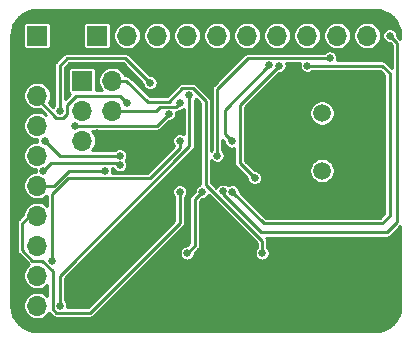
<source format=gbr>
%TF.GenerationSoftware,KiCad,Pcbnew,(5.1.9)-1*%
%TF.CreationDate,2021-04-29T17:29:05+08:00*%
%TF.ProjectId,arduino_pro_mini,61726475-696e-46f5-9f70-726f5f6d696e,rev?*%
%TF.SameCoordinates,Original*%
%TF.FileFunction,Copper,L2,Bot*%
%TF.FilePolarity,Positive*%
%FSLAX46Y46*%
G04 Gerber Fmt 4.6, Leading zero omitted, Abs format (unit mm)*
G04 Created by KiCad (PCBNEW (5.1.9)-1) date 2021-04-29 17:29:05*
%MOMM*%
%LPD*%
G01*
G04 APERTURE LIST*
%TA.AperFunction,ComponentPad*%
%ADD10O,1.700000X1.700000*%
%TD*%
%TA.AperFunction,ComponentPad*%
%ADD11R,1.700000X1.700000*%
%TD*%
%TA.AperFunction,ComponentPad*%
%ADD12C,1.500000*%
%TD*%
%TA.AperFunction,ViaPad*%
%ADD13C,0.635000*%
%TD*%
%TA.AperFunction,Conductor*%
%ADD14C,0.250000*%
%TD*%
%TA.AperFunction,Conductor*%
%ADD15C,0.254000*%
%TD*%
%TA.AperFunction,Conductor*%
%ADD16C,0.100000*%
%TD*%
G04 APERTURE END LIST*
D10*
%TO.P,J1,6*%
%TO.N,GND*%
X148590000Y-41910000D03*
%TO.P,J1,5*%
%TO.N,RESET*%
X146050000Y-41910000D03*
%TO.P,J1,4*%
%TO.N,MOSI*%
X148590000Y-39370000D03*
%TO.P,J1,3*%
%TO.N,SCK*%
X146050000Y-39370000D03*
%TO.P,J1,2*%
%TO.N,RAW*%
X148590000Y-36830000D03*
D11*
%TO.P,J1,1*%
%TO.N,MISO*%
X146050000Y-36830000D03*
%TD*%
D12*
%TO.P,Y1,2*%
%TO.N,Net-(C7-Pad2)*%
X166370000Y-39570000D03*
%TO.P,Y1,1*%
%TO.N,Net-(C6-Pad1)*%
X166370000Y-44450000D03*
%TD*%
D10*
%TO.P,J3,10*%
%TO.N,D10*%
X142240000Y-55880000D03*
%TO.P,J3,9*%
%TO.N,A7*%
X142240000Y-53340000D03*
%TO.P,J3,8*%
%TO.N,A6*%
X142240000Y-50800000D03*
%TO.P,J3,7*%
%TO.N,A3*%
X142240000Y-48260000D03*
%TO.P,J3,6*%
%TO.N,A2*%
X142240000Y-45720000D03*
%TO.P,J3,5*%
%TO.N,A1*%
X142240000Y-43180000D03*
%TO.P,J3,4*%
%TO.N,A0*%
X142240000Y-40640000D03*
%TO.P,J3,3*%
%TO.N,VCC*%
X142240000Y-38100000D03*
%TO.P,J3,2*%
%TO.N,GND*%
X142240000Y-35560000D03*
D11*
%TO.P,J3,1*%
%TO.N,RAW*%
X142240000Y-33020000D03*
%TD*%
D10*
%TO.P,J2,10*%
%TO.N,TX*%
X170180000Y-33020000D03*
%TO.P,J2,9*%
%TO.N,RX*%
X167640000Y-33020000D03*
%TO.P,J2,8*%
%TO.N,D2*%
X165100000Y-33020000D03*
%TO.P,J2,7*%
%TO.N,D3*%
X162560000Y-33020000D03*
%TO.P,J2,6*%
%TO.N,D4*%
X160020000Y-33020000D03*
%TO.P,J2,5*%
%TO.N,D5*%
X157480000Y-33020000D03*
%TO.P,J2,4*%
%TO.N,D6*%
X154940000Y-33020000D03*
%TO.P,J2,3*%
%TO.N,D7*%
X152400000Y-33020000D03*
%TO.P,J2,2*%
%TO.N,D8*%
X149860000Y-33020000D03*
D11*
%TO.P,J2,1*%
%TO.N,D9*%
X147320000Y-33020000D03*
%TD*%
D13*
%TO.N,GND*%
X160655000Y-57150000D03*
X155575000Y-57150000D03*
X171450000Y-56515000D03*
X172085000Y-51435000D03*
X144780000Y-31750000D03*
X166370000Y-57150000D03*
X158115000Y-42545000D03*
X142875000Y-36830000D03*
X147320000Y-41275000D03*
X159703067Y-46240788D03*
%TO.N,RAW*%
X161290000Y-51435000D03*
%TO.N,VCC*%
X149860000Y-38735000D03*
%TO.N,RESET*%
X156210000Y-46227640D03*
X154940000Y-51435000D03*
%TO.N,MOSI*%
X154305000Y-38735000D03*
%TO.N,SCK*%
X144145000Y-39370000D03*
X151790171Y-37007567D03*
%TO.N,TX*%
X172085000Y-33020000D03*
X157966367Y-46201447D03*
%TO.N,RX*%
X157480000Y-43180000D03*
X167004994Y-34925000D03*
%TO.N,D2*%
X165100000Y-35560000D03*
X158750791Y-46227640D03*
%TO.N,D3*%
X162709863Y-35560000D03*
X160653667Y-45061278D03*
%TO.N,D4*%
X161898562Y-35533563D03*
X158696131Y-41963869D03*
%TO.N,D10*%
X144145000Y-55880000D03*
X155136656Y-38081931D03*
%TO.N,A7*%
X143510000Y-52070000D03*
X154305000Y-41910000D03*
%TO.N,A6*%
X145415000Y-40640000D03*
X153387115Y-39625296D03*
%TO.N,A3*%
X154305000Y-46227640D03*
%TO.N,A2*%
X147955000Y-44450000D03*
%TO.N,A1*%
X142772501Y-44450000D03*
X149225000Y-43964863D03*
%TO.N,A0*%
X142875000Y-41910000D03*
X149225000Y-43180000D03*
%TD*%
D14*
%TO.N,GND*%
X147955000Y-41910000D02*
X147320000Y-41275000D01*
X148590000Y-41910000D02*
X147955000Y-41910000D01*
X158115000Y-42545000D02*
X158115000Y-44652721D01*
X158115000Y-44652721D02*
X159703067Y-46240788D01*
%TO.N,RAW*%
X156494334Y-38562914D02*
X155420990Y-37489570D01*
X149792081Y-36830000D02*
X148590000Y-36830000D01*
X156494334Y-45635279D02*
X156494334Y-38562914D01*
X161290000Y-51435000D02*
X161290000Y-50430945D01*
X154524363Y-37489570D02*
X153380878Y-38633055D01*
X155420990Y-37489570D02*
X154524363Y-37489570D01*
X153380878Y-38633055D02*
X151595136Y-38633055D01*
X151595136Y-38633055D02*
X149792081Y-36830000D01*
X161290000Y-50430945D02*
X156494334Y-45635279D01*
%TO.N,VCC*%
X145564852Y-38100000D02*
X149225000Y-38100000D01*
X144737361Y-38927491D02*
X145564852Y-38100000D01*
X144737361Y-39654334D02*
X144737361Y-38927491D01*
X144429334Y-39962361D02*
X144737361Y-39654334D01*
X143860666Y-39962361D02*
X144429334Y-39962361D01*
X149225000Y-38100000D02*
X149860000Y-38735000D01*
X142240000Y-38341695D02*
X143860666Y-39962361D01*
X142240000Y-38100000D02*
X142240000Y-38341695D01*
%TO.N,RESET*%
X156210000Y-46227640D02*
X155575000Y-46862640D01*
X155575000Y-46862640D02*
X155575000Y-50800000D01*
X155575000Y-50800000D02*
X154940000Y-51435000D01*
%TO.N,MOSI*%
X148590000Y-39370000D02*
X152309505Y-39370000D01*
X152309505Y-39370000D02*
X152646579Y-39032926D01*
X152646579Y-39032926D02*
X154007074Y-39032926D01*
X154007074Y-39032926D02*
X154305000Y-38735000D01*
%TO.N,SCK*%
X149707604Y-34925000D02*
X151790171Y-37007567D01*
X144145000Y-39370000D02*
X144145000Y-35560000D01*
X144145000Y-35560000D02*
X144780000Y-34925000D01*
X144780000Y-34925000D02*
X149707604Y-34925000D01*
%TO.N,TX*%
X157966367Y-46448064D02*
X157966367Y-46201447D01*
X161213043Y-49694740D02*
X157966367Y-46448064D01*
X172720000Y-48811739D02*
X171836999Y-49694740D01*
X172720000Y-33655000D02*
X172720000Y-48811739D01*
X171836999Y-49694740D02*
X161213043Y-49694740D01*
X172085000Y-33020000D02*
X172720000Y-33655000D01*
%TO.N,RX*%
X157480000Y-37534498D02*
X160089498Y-34925000D01*
X157480000Y-43180000D02*
X157480000Y-37534498D01*
X160089498Y-34925000D02*
X167004994Y-34925000D01*
%TO.N,D2*%
X165100000Y-35560000D02*
X171450000Y-35560000D01*
X172085000Y-36195000D02*
X172085000Y-48260000D01*
X171450000Y-35560000D02*
X172085000Y-36195000D01*
X172085000Y-48260000D02*
X171450000Y-48895000D01*
X161418151Y-48895000D02*
X158750791Y-46227640D01*
X171450000Y-48895000D02*
X161418151Y-48895000D01*
%TO.N,D3*%
X159385000Y-43792611D02*
X160653667Y-45061278D01*
X159385000Y-38884863D02*
X159385000Y-43792611D01*
X162709863Y-35560000D02*
X159385000Y-38884863D01*
%TO.N,D4*%
X158115000Y-41382738D02*
X158696131Y-41963869D01*
X158115000Y-39317125D02*
X158115000Y-41382738D01*
X161898562Y-35533563D02*
X158115000Y-39317125D01*
%TO.N,D10*%
X144145000Y-53340000D02*
X155136656Y-42348344D01*
X144145000Y-55880000D02*
X144145000Y-53340000D01*
X155136656Y-42348344D02*
X155136656Y-38081931D01*
%TO.N,A7*%
X154305000Y-42545000D02*
X154305000Y-41910000D01*
X151765000Y-45085000D02*
X154305000Y-42545000D01*
X144849500Y-45085000D02*
X151765000Y-45085000D01*
X143510000Y-46424499D02*
X144849500Y-45085000D01*
X143510000Y-52070000D02*
X143510000Y-46424499D01*
%TO.N,A6*%
X145415000Y-40640000D02*
X152372411Y-40640000D01*
X152372411Y-40640000D02*
X153387115Y-39625296D01*
%TO.N,A3*%
X146727639Y-56472361D02*
X154305000Y-48895000D01*
X143860666Y-56472361D02*
X146727639Y-56472361D01*
X143552639Y-56164334D02*
X143860666Y-56472361D01*
X143552639Y-52989334D02*
X143552639Y-56164334D01*
X142633305Y-52070000D02*
X143552639Y-52989334D01*
X154305000Y-48895000D02*
X154305000Y-46227640D01*
X141845206Y-52070000D02*
X142633305Y-52070000D01*
X140970000Y-51194794D02*
X141845206Y-52070000D01*
X140970000Y-48895000D02*
X140970000Y-51194794D01*
X141605000Y-48260000D02*
X140970000Y-48895000D01*
X142240000Y-48260000D02*
X141605000Y-48260000D01*
%TO.N,A2*%
X144918999Y-44450000D02*
X147955000Y-44450000D01*
X143648999Y-45720000D02*
X144918999Y-44450000D01*
X142240000Y-45720000D02*
X143648999Y-45720000D01*
%TO.N,A1*%
X149075137Y-43815000D02*
X149225000Y-43964863D01*
X143407501Y-43815000D02*
X149075137Y-43815000D01*
X142772501Y-44450000D02*
X143407501Y-43815000D01*
%TO.N,A0*%
X142875000Y-41910000D02*
X144145000Y-43180000D01*
X144145000Y-43180000D02*
X149225000Y-43180000D01*
%TD*%
D15*
%TO.N,GND*%
X160530001Y-50745748D02*
X160530001Y-50857964D01*
X160445905Y-50983822D01*
X160374104Y-51157166D01*
X160337500Y-51341187D01*
X160337500Y-51528813D01*
X160374104Y-51712834D01*
X160445905Y-51886178D01*
X160550145Y-52042184D01*
X160682816Y-52174855D01*
X160838822Y-52279095D01*
X161012166Y-52350896D01*
X161196187Y-52387500D01*
X161383813Y-52387500D01*
X161567834Y-52350896D01*
X161741178Y-52279095D01*
X161897184Y-52174855D01*
X162029855Y-52042184D01*
X162134095Y-51886178D01*
X162205896Y-51712834D01*
X162242500Y-51528813D01*
X162242500Y-51341187D01*
X162205896Y-51157166D01*
X162134095Y-50983822D01*
X162050000Y-50857965D01*
X162050000Y-50468268D01*
X162051332Y-50454740D01*
X171799677Y-50454740D01*
X171836999Y-50458416D01*
X171874321Y-50454740D01*
X171874332Y-50454740D01*
X171985985Y-50443743D01*
X172129246Y-50400286D01*
X172261275Y-50329714D01*
X172377000Y-50234741D01*
X172400802Y-50205738D01*
X172695000Y-49911540D01*
X172695000Y-55847721D01*
X172656091Y-56244545D01*
X172550220Y-56595206D01*
X172378257Y-56918623D01*
X172146748Y-57202482D01*
X171864514Y-57435965D01*
X171542304Y-57610184D01*
X171192385Y-57718502D01*
X170797557Y-57760000D01*
X142272279Y-57760000D01*
X141875455Y-57721091D01*
X141524794Y-57615220D01*
X141201377Y-57443257D01*
X140917518Y-57211748D01*
X140684035Y-56929514D01*
X140509816Y-56607304D01*
X140401498Y-56257385D01*
X140360000Y-55862557D01*
X140360000Y-51649500D01*
X140430000Y-51734795D01*
X140458998Y-51758593D01*
X141090149Y-52389744D01*
X141086525Y-52393368D01*
X140924010Y-52636589D01*
X140812068Y-52906842D01*
X140755000Y-53193740D01*
X140755000Y-53486260D01*
X140812068Y-53773158D01*
X140924010Y-54043411D01*
X141086525Y-54286632D01*
X141293368Y-54493475D01*
X141467760Y-54610000D01*
X141293368Y-54726525D01*
X141086525Y-54933368D01*
X140924010Y-55176589D01*
X140812068Y-55446842D01*
X140755000Y-55733740D01*
X140755000Y-56026260D01*
X140812068Y-56313158D01*
X140924010Y-56583411D01*
X141086525Y-56826632D01*
X141293368Y-57033475D01*
X141536589Y-57195990D01*
X141806842Y-57307932D01*
X142093740Y-57365000D01*
X142386260Y-57365000D01*
X142673158Y-57307932D01*
X142943411Y-57195990D01*
X143186632Y-57033475D01*
X143266806Y-56953302D01*
X143296862Y-56983358D01*
X143320665Y-57012362D01*
X143436390Y-57107335D01*
X143568419Y-57177907D01*
X143711680Y-57221364D01*
X143823333Y-57232361D01*
X143823343Y-57232361D01*
X143860666Y-57236037D01*
X143897989Y-57232361D01*
X146690317Y-57232361D01*
X146727639Y-57236037D01*
X146764961Y-57232361D01*
X146764972Y-57232361D01*
X146876625Y-57221364D01*
X147019886Y-57177907D01*
X147151915Y-57107335D01*
X147267640Y-57012362D01*
X147291443Y-56983358D01*
X154815001Y-49459801D01*
X154815001Y-50485197D01*
X154810625Y-50489574D01*
X154662166Y-50519104D01*
X154488822Y-50590905D01*
X154332816Y-50695145D01*
X154200145Y-50827816D01*
X154095905Y-50983822D01*
X154024104Y-51157166D01*
X153987500Y-51341187D01*
X153987500Y-51528813D01*
X154024104Y-51712834D01*
X154095905Y-51886178D01*
X154200145Y-52042184D01*
X154332816Y-52174855D01*
X154488822Y-52279095D01*
X154662166Y-52350896D01*
X154846187Y-52387500D01*
X155033813Y-52387500D01*
X155217834Y-52350896D01*
X155391178Y-52279095D01*
X155547184Y-52174855D01*
X155679855Y-52042184D01*
X155784095Y-51886178D01*
X155855896Y-51712834D01*
X155885426Y-51564375D01*
X156086002Y-51363800D01*
X156115001Y-51340001D01*
X156209974Y-51224276D01*
X156280546Y-51092247D01*
X156324003Y-50948986D01*
X156335000Y-50837333D01*
X156338677Y-50800000D01*
X156335000Y-50762667D01*
X156335000Y-47177441D01*
X156339375Y-47173066D01*
X156487834Y-47143536D01*
X156661178Y-47071735D01*
X156777958Y-46993705D01*
X160530001Y-50745748D01*
%TA.AperFunction,Conductor*%
D16*
G36*
X160530001Y-50745748D02*
G01*
X160530001Y-50857964D01*
X160445905Y-50983822D01*
X160374104Y-51157166D01*
X160337500Y-51341187D01*
X160337500Y-51528813D01*
X160374104Y-51712834D01*
X160445905Y-51886178D01*
X160550145Y-52042184D01*
X160682816Y-52174855D01*
X160838822Y-52279095D01*
X161012166Y-52350896D01*
X161196187Y-52387500D01*
X161383813Y-52387500D01*
X161567834Y-52350896D01*
X161741178Y-52279095D01*
X161897184Y-52174855D01*
X162029855Y-52042184D01*
X162134095Y-51886178D01*
X162205896Y-51712834D01*
X162242500Y-51528813D01*
X162242500Y-51341187D01*
X162205896Y-51157166D01*
X162134095Y-50983822D01*
X162050000Y-50857965D01*
X162050000Y-50468268D01*
X162051332Y-50454740D01*
X171799677Y-50454740D01*
X171836999Y-50458416D01*
X171874321Y-50454740D01*
X171874332Y-50454740D01*
X171985985Y-50443743D01*
X172129246Y-50400286D01*
X172261275Y-50329714D01*
X172377000Y-50234741D01*
X172400802Y-50205738D01*
X172695000Y-49911540D01*
X172695000Y-55847721D01*
X172656091Y-56244545D01*
X172550220Y-56595206D01*
X172378257Y-56918623D01*
X172146748Y-57202482D01*
X171864514Y-57435965D01*
X171542304Y-57610184D01*
X171192385Y-57718502D01*
X170797557Y-57760000D01*
X142272279Y-57760000D01*
X141875455Y-57721091D01*
X141524794Y-57615220D01*
X141201377Y-57443257D01*
X140917518Y-57211748D01*
X140684035Y-56929514D01*
X140509816Y-56607304D01*
X140401498Y-56257385D01*
X140360000Y-55862557D01*
X140360000Y-51649500D01*
X140430000Y-51734795D01*
X140458998Y-51758593D01*
X141090149Y-52389744D01*
X141086525Y-52393368D01*
X140924010Y-52636589D01*
X140812068Y-52906842D01*
X140755000Y-53193740D01*
X140755000Y-53486260D01*
X140812068Y-53773158D01*
X140924010Y-54043411D01*
X141086525Y-54286632D01*
X141293368Y-54493475D01*
X141467760Y-54610000D01*
X141293368Y-54726525D01*
X141086525Y-54933368D01*
X140924010Y-55176589D01*
X140812068Y-55446842D01*
X140755000Y-55733740D01*
X140755000Y-56026260D01*
X140812068Y-56313158D01*
X140924010Y-56583411D01*
X141086525Y-56826632D01*
X141293368Y-57033475D01*
X141536589Y-57195990D01*
X141806842Y-57307932D01*
X142093740Y-57365000D01*
X142386260Y-57365000D01*
X142673158Y-57307932D01*
X142943411Y-57195990D01*
X143186632Y-57033475D01*
X143266806Y-56953302D01*
X143296862Y-56983358D01*
X143320665Y-57012362D01*
X143436390Y-57107335D01*
X143568419Y-57177907D01*
X143711680Y-57221364D01*
X143823333Y-57232361D01*
X143823343Y-57232361D01*
X143860666Y-57236037D01*
X143897989Y-57232361D01*
X146690317Y-57232361D01*
X146727639Y-57236037D01*
X146764961Y-57232361D01*
X146764972Y-57232361D01*
X146876625Y-57221364D01*
X147019886Y-57177907D01*
X147151915Y-57107335D01*
X147267640Y-57012362D01*
X147291443Y-56983358D01*
X154815001Y-49459801D01*
X154815001Y-50485197D01*
X154810625Y-50489574D01*
X154662166Y-50519104D01*
X154488822Y-50590905D01*
X154332816Y-50695145D01*
X154200145Y-50827816D01*
X154095905Y-50983822D01*
X154024104Y-51157166D01*
X153987500Y-51341187D01*
X153987500Y-51528813D01*
X154024104Y-51712834D01*
X154095905Y-51886178D01*
X154200145Y-52042184D01*
X154332816Y-52174855D01*
X154488822Y-52279095D01*
X154662166Y-52350896D01*
X154846187Y-52387500D01*
X155033813Y-52387500D01*
X155217834Y-52350896D01*
X155391178Y-52279095D01*
X155547184Y-52174855D01*
X155679855Y-52042184D01*
X155784095Y-51886178D01*
X155855896Y-51712834D01*
X155885426Y-51564375D01*
X156086002Y-51363800D01*
X156115001Y-51340001D01*
X156209974Y-51224276D01*
X156280546Y-51092247D01*
X156324003Y-50948986D01*
X156335000Y-50837333D01*
X156338677Y-50800000D01*
X156335000Y-50762667D01*
X156335000Y-47177441D01*
X156339375Y-47173066D01*
X156487834Y-47143536D01*
X156661178Y-47071735D01*
X156777958Y-46993705D01*
X160530001Y-50745748D01*
G37*
%TD.AperFunction*%
D15*
X155734334Y-45399907D02*
X155602816Y-45487785D01*
X155470145Y-45620456D01*
X155365905Y-45776462D01*
X155294104Y-45949806D01*
X155264574Y-46098265D01*
X155252773Y-46110065D01*
X155220896Y-45949806D01*
X155149095Y-45776462D01*
X155044855Y-45620456D01*
X154912184Y-45487785D01*
X154756178Y-45383545D01*
X154582834Y-45311744D01*
X154398813Y-45275140D01*
X154211187Y-45275140D01*
X154027166Y-45311744D01*
X153853822Y-45383545D01*
X153697816Y-45487785D01*
X153565145Y-45620456D01*
X153460905Y-45776462D01*
X153389104Y-45949806D01*
X153352500Y-46133827D01*
X153352500Y-46321453D01*
X153389104Y-46505474D01*
X153460905Y-46678818D01*
X153545001Y-46804676D01*
X153545000Y-48580198D01*
X146412838Y-55712361D01*
X145082815Y-55712361D01*
X145060896Y-55602166D01*
X144989095Y-55428822D01*
X144905000Y-55302965D01*
X144905000Y-53654801D01*
X155647660Y-42912142D01*
X155676657Y-42888345D01*
X155734334Y-42818065D01*
X155734334Y-45399907D01*
%TA.AperFunction,Conductor*%
D16*
G36*
X155734334Y-45399907D02*
G01*
X155602816Y-45487785D01*
X155470145Y-45620456D01*
X155365905Y-45776462D01*
X155294104Y-45949806D01*
X155264574Y-46098265D01*
X155252773Y-46110065D01*
X155220896Y-45949806D01*
X155149095Y-45776462D01*
X155044855Y-45620456D01*
X154912184Y-45487785D01*
X154756178Y-45383545D01*
X154582834Y-45311744D01*
X154398813Y-45275140D01*
X154211187Y-45275140D01*
X154027166Y-45311744D01*
X153853822Y-45383545D01*
X153697816Y-45487785D01*
X153565145Y-45620456D01*
X153460905Y-45776462D01*
X153389104Y-45949806D01*
X153352500Y-46133827D01*
X153352500Y-46321453D01*
X153389104Y-46505474D01*
X153460905Y-46678818D01*
X153545001Y-46804676D01*
X153545000Y-48580198D01*
X146412838Y-55712361D01*
X145082815Y-55712361D01*
X145060896Y-55602166D01*
X144989095Y-55428822D01*
X144905000Y-55302965D01*
X144905000Y-53654801D01*
X155647660Y-42912142D01*
X155676657Y-42888345D01*
X155734334Y-42818065D01*
X155734334Y-45399907D01*
G37*
%TD.AperFunction*%
D15*
X171179545Y-31178909D02*
X171530208Y-31284780D01*
X171853625Y-31456744D01*
X172137484Y-31688254D01*
X172370965Y-31970486D01*
X172466410Y-32147006D01*
X172362834Y-32104104D01*
X172178813Y-32067500D01*
X171991187Y-32067500D01*
X171807166Y-32104104D01*
X171633822Y-32175905D01*
X171477816Y-32280145D01*
X171474113Y-32283848D01*
X171333475Y-32073368D01*
X171126632Y-31866525D01*
X170883411Y-31704010D01*
X170613158Y-31592068D01*
X170326260Y-31535000D01*
X170033740Y-31535000D01*
X169746842Y-31592068D01*
X169476589Y-31704010D01*
X169233368Y-31866525D01*
X169026525Y-32073368D01*
X168910000Y-32247760D01*
X168793475Y-32073368D01*
X168586632Y-31866525D01*
X168343411Y-31704010D01*
X168073158Y-31592068D01*
X167786260Y-31535000D01*
X167493740Y-31535000D01*
X167206842Y-31592068D01*
X166936589Y-31704010D01*
X166693368Y-31866525D01*
X166486525Y-32073368D01*
X166370000Y-32247760D01*
X166253475Y-32073368D01*
X166046632Y-31866525D01*
X165803411Y-31704010D01*
X165533158Y-31592068D01*
X165246260Y-31535000D01*
X164953740Y-31535000D01*
X164666842Y-31592068D01*
X164396589Y-31704010D01*
X164153368Y-31866525D01*
X163946525Y-32073368D01*
X163830000Y-32247760D01*
X163713475Y-32073368D01*
X163506632Y-31866525D01*
X163263411Y-31704010D01*
X162993158Y-31592068D01*
X162706260Y-31535000D01*
X162413740Y-31535000D01*
X162126842Y-31592068D01*
X161856589Y-31704010D01*
X161613368Y-31866525D01*
X161406525Y-32073368D01*
X161290000Y-32247760D01*
X161173475Y-32073368D01*
X160966632Y-31866525D01*
X160723411Y-31704010D01*
X160453158Y-31592068D01*
X160166260Y-31535000D01*
X159873740Y-31535000D01*
X159586842Y-31592068D01*
X159316589Y-31704010D01*
X159073368Y-31866525D01*
X158866525Y-32073368D01*
X158750000Y-32247760D01*
X158633475Y-32073368D01*
X158426632Y-31866525D01*
X158183411Y-31704010D01*
X157913158Y-31592068D01*
X157626260Y-31535000D01*
X157333740Y-31535000D01*
X157046842Y-31592068D01*
X156776589Y-31704010D01*
X156533368Y-31866525D01*
X156326525Y-32073368D01*
X156210000Y-32247760D01*
X156093475Y-32073368D01*
X155886632Y-31866525D01*
X155643411Y-31704010D01*
X155373158Y-31592068D01*
X155086260Y-31535000D01*
X154793740Y-31535000D01*
X154506842Y-31592068D01*
X154236589Y-31704010D01*
X153993368Y-31866525D01*
X153786525Y-32073368D01*
X153670000Y-32247760D01*
X153553475Y-32073368D01*
X153346632Y-31866525D01*
X153103411Y-31704010D01*
X152833158Y-31592068D01*
X152546260Y-31535000D01*
X152253740Y-31535000D01*
X151966842Y-31592068D01*
X151696589Y-31704010D01*
X151453368Y-31866525D01*
X151246525Y-32073368D01*
X151130000Y-32247760D01*
X151013475Y-32073368D01*
X150806632Y-31866525D01*
X150563411Y-31704010D01*
X150293158Y-31592068D01*
X150006260Y-31535000D01*
X149713740Y-31535000D01*
X149426842Y-31592068D01*
X149156589Y-31704010D01*
X148913368Y-31866525D01*
X148781513Y-31998380D01*
X148759502Y-31925820D01*
X148700537Y-31815506D01*
X148621185Y-31718815D01*
X148524494Y-31639463D01*
X148414180Y-31580498D01*
X148294482Y-31544188D01*
X148170000Y-31531928D01*
X146470000Y-31531928D01*
X146345518Y-31544188D01*
X146225820Y-31580498D01*
X146115506Y-31639463D01*
X146018815Y-31718815D01*
X145939463Y-31815506D01*
X145880498Y-31925820D01*
X145844188Y-32045518D01*
X145831928Y-32170000D01*
X145831928Y-33870000D01*
X145844188Y-33994482D01*
X145880498Y-34114180D01*
X145907662Y-34165000D01*
X144817333Y-34165000D01*
X144780000Y-34161323D01*
X144742667Y-34165000D01*
X144631014Y-34175997D01*
X144487753Y-34219454D01*
X144355724Y-34290026D01*
X144239999Y-34384999D01*
X144216200Y-34413998D01*
X143633998Y-34996201D01*
X143605000Y-35019999D01*
X143581202Y-35048997D01*
X143581201Y-35048998D01*
X143510026Y-35135724D01*
X143439454Y-35267754D01*
X143416023Y-35345000D01*
X143395998Y-35411014D01*
X143392211Y-35449463D01*
X143381324Y-35560000D01*
X143385001Y-35597332D01*
X143385001Y-37144894D01*
X143186632Y-36946525D01*
X142943411Y-36784010D01*
X142673158Y-36672068D01*
X142386260Y-36615000D01*
X142093740Y-36615000D01*
X141806842Y-36672068D01*
X141536589Y-36784010D01*
X141293368Y-36946525D01*
X141086525Y-37153368D01*
X140924010Y-37396589D01*
X140812068Y-37666842D01*
X140755000Y-37953740D01*
X140755000Y-38246260D01*
X140812068Y-38533158D01*
X140924010Y-38803411D01*
X141086525Y-39046632D01*
X141293368Y-39253475D01*
X141467760Y-39370000D01*
X141293368Y-39486525D01*
X141086525Y-39693368D01*
X140924010Y-39936589D01*
X140812068Y-40206842D01*
X140755000Y-40493740D01*
X140755000Y-40786260D01*
X140812068Y-41073158D01*
X140924010Y-41343411D01*
X141086525Y-41586632D01*
X141293368Y-41793475D01*
X141467760Y-41910000D01*
X141293368Y-42026525D01*
X141086525Y-42233368D01*
X140924010Y-42476589D01*
X140812068Y-42746842D01*
X140755000Y-43033740D01*
X140755000Y-43326260D01*
X140812068Y-43613158D01*
X140924010Y-43883411D01*
X141086525Y-44126632D01*
X141293368Y-44333475D01*
X141467760Y-44450000D01*
X141293368Y-44566525D01*
X141086525Y-44773368D01*
X140924010Y-45016589D01*
X140812068Y-45286842D01*
X140755000Y-45573740D01*
X140755000Y-45866260D01*
X140812068Y-46153158D01*
X140924010Y-46423411D01*
X141086525Y-46666632D01*
X141293368Y-46873475D01*
X141467760Y-46990000D01*
X141293368Y-47106525D01*
X141086525Y-47313368D01*
X140924010Y-47556589D01*
X140812068Y-47826842D01*
X140774502Y-48015696D01*
X140459002Y-48331197D01*
X140429999Y-48354999D01*
X140374871Y-48422174D01*
X140360000Y-48440293D01*
X140360000Y-33052279D01*
X140398909Y-32655455D01*
X140504780Y-32304792D01*
X140576450Y-32170000D01*
X140751928Y-32170000D01*
X140751928Y-33870000D01*
X140764188Y-33994482D01*
X140800498Y-34114180D01*
X140859463Y-34224494D01*
X140938815Y-34321185D01*
X141035506Y-34400537D01*
X141145820Y-34459502D01*
X141265518Y-34495812D01*
X141390000Y-34508072D01*
X143090000Y-34508072D01*
X143214482Y-34495812D01*
X143334180Y-34459502D01*
X143444494Y-34400537D01*
X143541185Y-34321185D01*
X143620537Y-34224494D01*
X143679502Y-34114180D01*
X143715812Y-33994482D01*
X143728072Y-33870000D01*
X143728072Y-32170000D01*
X143715812Y-32045518D01*
X143679502Y-31925820D01*
X143620537Y-31815506D01*
X143541185Y-31718815D01*
X143444494Y-31639463D01*
X143334180Y-31580498D01*
X143214482Y-31544188D01*
X143090000Y-31531928D01*
X141390000Y-31531928D01*
X141265518Y-31544188D01*
X141145820Y-31580498D01*
X141035506Y-31639463D01*
X140938815Y-31718815D01*
X140859463Y-31815506D01*
X140800498Y-31925820D01*
X140764188Y-32045518D01*
X140751928Y-32170000D01*
X140576450Y-32170000D01*
X140676744Y-31981375D01*
X140908254Y-31697516D01*
X141190486Y-31464035D01*
X141512695Y-31289817D01*
X141862614Y-31181498D01*
X142257443Y-31140000D01*
X170782721Y-31140000D01*
X171179545Y-31178909D01*
%TA.AperFunction,Conductor*%
D16*
G36*
X171179545Y-31178909D02*
G01*
X171530208Y-31284780D01*
X171853625Y-31456744D01*
X172137484Y-31688254D01*
X172370965Y-31970486D01*
X172466410Y-32147006D01*
X172362834Y-32104104D01*
X172178813Y-32067500D01*
X171991187Y-32067500D01*
X171807166Y-32104104D01*
X171633822Y-32175905D01*
X171477816Y-32280145D01*
X171474113Y-32283848D01*
X171333475Y-32073368D01*
X171126632Y-31866525D01*
X170883411Y-31704010D01*
X170613158Y-31592068D01*
X170326260Y-31535000D01*
X170033740Y-31535000D01*
X169746842Y-31592068D01*
X169476589Y-31704010D01*
X169233368Y-31866525D01*
X169026525Y-32073368D01*
X168910000Y-32247760D01*
X168793475Y-32073368D01*
X168586632Y-31866525D01*
X168343411Y-31704010D01*
X168073158Y-31592068D01*
X167786260Y-31535000D01*
X167493740Y-31535000D01*
X167206842Y-31592068D01*
X166936589Y-31704010D01*
X166693368Y-31866525D01*
X166486525Y-32073368D01*
X166370000Y-32247760D01*
X166253475Y-32073368D01*
X166046632Y-31866525D01*
X165803411Y-31704010D01*
X165533158Y-31592068D01*
X165246260Y-31535000D01*
X164953740Y-31535000D01*
X164666842Y-31592068D01*
X164396589Y-31704010D01*
X164153368Y-31866525D01*
X163946525Y-32073368D01*
X163830000Y-32247760D01*
X163713475Y-32073368D01*
X163506632Y-31866525D01*
X163263411Y-31704010D01*
X162993158Y-31592068D01*
X162706260Y-31535000D01*
X162413740Y-31535000D01*
X162126842Y-31592068D01*
X161856589Y-31704010D01*
X161613368Y-31866525D01*
X161406525Y-32073368D01*
X161290000Y-32247760D01*
X161173475Y-32073368D01*
X160966632Y-31866525D01*
X160723411Y-31704010D01*
X160453158Y-31592068D01*
X160166260Y-31535000D01*
X159873740Y-31535000D01*
X159586842Y-31592068D01*
X159316589Y-31704010D01*
X159073368Y-31866525D01*
X158866525Y-32073368D01*
X158750000Y-32247760D01*
X158633475Y-32073368D01*
X158426632Y-31866525D01*
X158183411Y-31704010D01*
X157913158Y-31592068D01*
X157626260Y-31535000D01*
X157333740Y-31535000D01*
X157046842Y-31592068D01*
X156776589Y-31704010D01*
X156533368Y-31866525D01*
X156326525Y-32073368D01*
X156210000Y-32247760D01*
X156093475Y-32073368D01*
X155886632Y-31866525D01*
X155643411Y-31704010D01*
X155373158Y-31592068D01*
X155086260Y-31535000D01*
X154793740Y-31535000D01*
X154506842Y-31592068D01*
X154236589Y-31704010D01*
X153993368Y-31866525D01*
X153786525Y-32073368D01*
X153670000Y-32247760D01*
X153553475Y-32073368D01*
X153346632Y-31866525D01*
X153103411Y-31704010D01*
X152833158Y-31592068D01*
X152546260Y-31535000D01*
X152253740Y-31535000D01*
X151966842Y-31592068D01*
X151696589Y-31704010D01*
X151453368Y-31866525D01*
X151246525Y-32073368D01*
X151130000Y-32247760D01*
X151013475Y-32073368D01*
X150806632Y-31866525D01*
X150563411Y-31704010D01*
X150293158Y-31592068D01*
X150006260Y-31535000D01*
X149713740Y-31535000D01*
X149426842Y-31592068D01*
X149156589Y-31704010D01*
X148913368Y-31866525D01*
X148781513Y-31998380D01*
X148759502Y-31925820D01*
X148700537Y-31815506D01*
X148621185Y-31718815D01*
X148524494Y-31639463D01*
X148414180Y-31580498D01*
X148294482Y-31544188D01*
X148170000Y-31531928D01*
X146470000Y-31531928D01*
X146345518Y-31544188D01*
X146225820Y-31580498D01*
X146115506Y-31639463D01*
X146018815Y-31718815D01*
X145939463Y-31815506D01*
X145880498Y-31925820D01*
X145844188Y-32045518D01*
X145831928Y-32170000D01*
X145831928Y-33870000D01*
X145844188Y-33994482D01*
X145880498Y-34114180D01*
X145907662Y-34165000D01*
X144817333Y-34165000D01*
X144780000Y-34161323D01*
X144742667Y-34165000D01*
X144631014Y-34175997D01*
X144487753Y-34219454D01*
X144355724Y-34290026D01*
X144239999Y-34384999D01*
X144216200Y-34413998D01*
X143633998Y-34996201D01*
X143605000Y-35019999D01*
X143581202Y-35048997D01*
X143581201Y-35048998D01*
X143510026Y-35135724D01*
X143439454Y-35267754D01*
X143416023Y-35345000D01*
X143395998Y-35411014D01*
X143392211Y-35449463D01*
X143381324Y-35560000D01*
X143385001Y-35597332D01*
X143385001Y-37144894D01*
X143186632Y-36946525D01*
X142943411Y-36784010D01*
X142673158Y-36672068D01*
X142386260Y-36615000D01*
X142093740Y-36615000D01*
X141806842Y-36672068D01*
X141536589Y-36784010D01*
X141293368Y-36946525D01*
X141086525Y-37153368D01*
X140924010Y-37396589D01*
X140812068Y-37666842D01*
X140755000Y-37953740D01*
X140755000Y-38246260D01*
X140812068Y-38533158D01*
X140924010Y-38803411D01*
X141086525Y-39046632D01*
X141293368Y-39253475D01*
X141467760Y-39370000D01*
X141293368Y-39486525D01*
X141086525Y-39693368D01*
X140924010Y-39936589D01*
X140812068Y-40206842D01*
X140755000Y-40493740D01*
X140755000Y-40786260D01*
X140812068Y-41073158D01*
X140924010Y-41343411D01*
X141086525Y-41586632D01*
X141293368Y-41793475D01*
X141467760Y-41910000D01*
X141293368Y-42026525D01*
X141086525Y-42233368D01*
X140924010Y-42476589D01*
X140812068Y-42746842D01*
X140755000Y-43033740D01*
X140755000Y-43326260D01*
X140812068Y-43613158D01*
X140924010Y-43883411D01*
X141086525Y-44126632D01*
X141293368Y-44333475D01*
X141467760Y-44450000D01*
X141293368Y-44566525D01*
X141086525Y-44773368D01*
X140924010Y-45016589D01*
X140812068Y-45286842D01*
X140755000Y-45573740D01*
X140755000Y-45866260D01*
X140812068Y-46153158D01*
X140924010Y-46423411D01*
X141086525Y-46666632D01*
X141293368Y-46873475D01*
X141467760Y-46990000D01*
X141293368Y-47106525D01*
X141086525Y-47313368D01*
X140924010Y-47556589D01*
X140812068Y-47826842D01*
X140774502Y-48015696D01*
X140459002Y-48331197D01*
X140429999Y-48354999D01*
X140374871Y-48422174D01*
X140360000Y-48440293D01*
X140360000Y-33052279D01*
X140398909Y-32655455D01*
X140504780Y-32304792D01*
X140576450Y-32170000D01*
X140751928Y-32170000D01*
X140751928Y-33870000D01*
X140764188Y-33994482D01*
X140800498Y-34114180D01*
X140859463Y-34224494D01*
X140938815Y-34321185D01*
X141035506Y-34400537D01*
X141145820Y-34459502D01*
X141265518Y-34495812D01*
X141390000Y-34508072D01*
X143090000Y-34508072D01*
X143214482Y-34495812D01*
X143334180Y-34459502D01*
X143444494Y-34400537D01*
X143541185Y-34321185D01*
X143620537Y-34224494D01*
X143679502Y-34114180D01*
X143715812Y-33994482D01*
X143728072Y-33870000D01*
X143728072Y-32170000D01*
X143715812Y-32045518D01*
X143679502Y-31925820D01*
X143620537Y-31815506D01*
X143541185Y-31718815D01*
X143444494Y-31639463D01*
X143334180Y-31580498D01*
X143214482Y-31544188D01*
X143090000Y-31531928D01*
X141390000Y-31531928D01*
X141265518Y-31544188D01*
X141145820Y-31580498D01*
X141035506Y-31639463D01*
X140938815Y-31718815D01*
X140859463Y-31815506D01*
X140800498Y-31925820D01*
X140764188Y-32045518D01*
X140751928Y-32170000D01*
X140576450Y-32170000D01*
X140676744Y-31981375D01*
X140908254Y-31697516D01*
X141190486Y-31464035D01*
X141512695Y-31289817D01*
X141862614Y-31181498D01*
X142257443Y-31140000D01*
X170782721Y-31140000D01*
X171179545Y-31178909D01*
G37*
%TD.AperFunction*%
D15*
X164184104Y-35837834D02*
X164255905Y-36011178D01*
X164360145Y-36167184D01*
X164492816Y-36299855D01*
X164648822Y-36404095D01*
X164822166Y-36475896D01*
X165006187Y-36512500D01*
X165193813Y-36512500D01*
X165377834Y-36475896D01*
X165551178Y-36404095D01*
X165677035Y-36320000D01*
X171135199Y-36320000D01*
X171325000Y-36509802D01*
X171325001Y-47945197D01*
X171135199Y-48135000D01*
X161732953Y-48135000D01*
X159696217Y-46098265D01*
X159666687Y-45949806D01*
X159594886Y-45776462D01*
X159490646Y-45620456D01*
X159357975Y-45487785D01*
X159201969Y-45383545D01*
X159028625Y-45311744D01*
X158844604Y-45275140D01*
X158656978Y-45275140D01*
X158472957Y-45311744D01*
X158390197Y-45346024D01*
X158244201Y-45285551D01*
X158060180Y-45248947D01*
X157872554Y-45248947D01*
X157688533Y-45285551D01*
X157515189Y-45357352D01*
X157380922Y-45447066D01*
X157254334Y-45320478D01*
X157254334Y-44106273D01*
X157386187Y-44132500D01*
X157573813Y-44132500D01*
X157757834Y-44095896D01*
X157931178Y-44024095D01*
X158087184Y-43919855D01*
X158219855Y-43787184D01*
X158324095Y-43631178D01*
X158395896Y-43457834D01*
X158432500Y-43273813D01*
X158432500Y-43086187D01*
X158395896Y-42902166D01*
X158380056Y-42863925D01*
X158418297Y-42879765D01*
X158602318Y-42916369D01*
X158625001Y-42916369D01*
X158625001Y-43755279D01*
X158621324Y-43792611D01*
X158625001Y-43829944D01*
X158634758Y-43929002D01*
X158635998Y-43941596D01*
X158679454Y-44084857D01*
X158750026Y-44216887D01*
X158783036Y-44257109D01*
X158845000Y-44332612D01*
X158873998Y-44356410D01*
X159708241Y-45190653D01*
X159737771Y-45339112D01*
X159809572Y-45512456D01*
X159913812Y-45668462D01*
X160046483Y-45801133D01*
X160202489Y-45905373D01*
X160375833Y-45977174D01*
X160559854Y-46013778D01*
X160747480Y-46013778D01*
X160931501Y-45977174D01*
X161104845Y-45905373D01*
X161260851Y-45801133D01*
X161393522Y-45668462D01*
X161497762Y-45512456D01*
X161569563Y-45339112D01*
X161606167Y-45155091D01*
X161606167Y-44967465D01*
X161569563Y-44783444D01*
X161497762Y-44610100D01*
X161393522Y-44454094D01*
X161260851Y-44321423D01*
X161249127Y-44313589D01*
X164985000Y-44313589D01*
X164985000Y-44586411D01*
X165038225Y-44853989D01*
X165142629Y-45106043D01*
X165294201Y-45332886D01*
X165487114Y-45525799D01*
X165713957Y-45677371D01*
X165966011Y-45781775D01*
X166233589Y-45835000D01*
X166506411Y-45835000D01*
X166773989Y-45781775D01*
X167026043Y-45677371D01*
X167252886Y-45525799D01*
X167445799Y-45332886D01*
X167597371Y-45106043D01*
X167701775Y-44853989D01*
X167755000Y-44586411D01*
X167755000Y-44313589D01*
X167701775Y-44046011D01*
X167597371Y-43793957D01*
X167445799Y-43567114D01*
X167252886Y-43374201D01*
X167026043Y-43222629D01*
X166773989Y-43118225D01*
X166506411Y-43065000D01*
X166233589Y-43065000D01*
X165966011Y-43118225D01*
X165713957Y-43222629D01*
X165487114Y-43374201D01*
X165294201Y-43567114D01*
X165142629Y-43793957D01*
X165038225Y-44046011D01*
X164985000Y-44313589D01*
X161249127Y-44313589D01*
X161104845Y-44217183D01*
X160931501Y-44145382D01*
X160783042Y-44115852D01*
X160145000Y-43477810D01*
X160145000Y-39433589D01*
X164985000Y-39433589D01*
X164985000Y-39706411D01*
X165038225Y-39973989D01*
X165142629Y-40226043D01*
X165294201Y-40452886D01*
X165487114Y-40645799D01*
X165713957Y-40797371D01*
X165966011Y-40901775D01*
X166233589Y-40955000D01*
X166506411Y-40955000D01*
X166773989Y-40901775D01*
X167026043Y-40797371D01*
X167252886Y-40645799D01*
X167445799Y-40452886D01*
X167597371Y-40226043D01*
X167701775Y-39973989D01*
X167755000Y-39706411D01*
X167755000Y-39433589D01*
X167701775Y-39166011D01*
X167597371Y-38913957D01*
X167445799Y-38687114D01*
X167252886Y-38494201D01*
X167026043Y-38342629D01*
X166773989Y-38238225D01*
X166506411Y-38185000D01*
X166233589Y-38185000D01*
X165966011Y-38238225D01*
X165713957Y-38342629D01*
X165487114Y-38494201D01*
X165294201Y-38687114D01*
X165142629Y-38913957D01*
X165038225Y-39166011D01*
X164985000Y-39433589D01*
X160145000Y-39433589D01*
X160145000Y-39199664D01*
X162839239Y-36505426D01*
X162987697Y-36475896D01*
X163161041Y-36404095D01*
X163317047Y-36299855D01*
X163449718Y-36167184D01*
X163553958Y-36011178D01*
X163625759Y-35837834D01*
X163656160Y-35685000D01*
X164153703Y-35685000D01*
X164184104Y-35837834D01*
%TA.AperFunction,Conductor*%
D16*
G36*
X164184104Y-35837834D02*
G01*
X164255905Y-36011178D01*
X164360145Y-36167184D01*
X164492816Y-36299855D01*
X164648822Y-36404095D01*
X164822166Y-36475896D01*
X165006187Y-36512500D01*
X165193813Y-36512500D01*
X165377834Y-36475896D01*
X165551178Y-36404095D01*
X165677035Y-36320000D01*
X171135199Y-36320000D01*
X171325000Y-36509802D01*
X171325001Y-47945197D01*
X171135199Y-48135000D01*
X161732953Y-48135000D01*
X159696217Y-46098265D01*
X159666687Y-45949806D01*
X159594886Y-45776462D01*
X159490646Y-45620456D01*
X159357975Y-45487785D01*
X159201969Y-45383545D01*
X159028625Y-45311744D01*
X158844604Y-45275140D01*
X158656978Y-45275140D01*
X158472957Y-45311744D01*
X158390197Y-45346024D01*
X158244201Y-45285551D01*
X158060180Y-45248947D01*
X157872554Y-45248947D01*
X157688533Y-45285551D01*
X157515189Y-45357352D01*
X157380922Y-45447066D01*
X157254334Y-45320478D01*
X157254334Y-44106273D01*
X157386187Y-44132500D01*
X157573813Y-44132500D01*
X157757834Y-44095896D01*
X157931178Y-44024095D01*
X158087184Y-43919855D01*
X158219855Y-43787184D01*
X158324095Y-43631178D01*
X158395896Y-43457834D01*
X158432500Y-43273813D01*
X158432500Y-43086187D01*
X158395896Y-42902166D01*
X158380056Y-42863925D01*
X158418297Y-42879765D01*
X158602318Y-42916369D01*
X158625001Y-42916369D01*
X158625001Y-43755279D01*
X158621324Y-43792611D01*
X158625001Y-43829944D01*
X158634758Y-43929002D01*
X158635998Y-43941596D01*
X158679454Y-44084857D01*
X158750026Y-44216887D01*
X158783036Y-44257109D01*
X158845000Y-44332612D01*
X158873998Y-44356410D01*
X159708241Y-45190653D01*
X159737771Y-45339112D01*
X159809572Y-45512456D01*
X159913812Y-45668462D01*
X160046483Y-45801133D01*
X160202489Y-45905373D01*
X160375833Y-45977174D01*
X160559854Y-46013778D01*
X160747480Y-46013778D01*
X160931501Y-45977174D01*
X161104845Y-45905373D01*
X161260851Y-45801133D01*
X161393522Y-45668462D01*
X161497762Y-45512456D01*
X161569563Y-45339112D01*
X161606167Y-45155091D01*
X161606167Y-44967465D01*
X161569563Y-44783444D01*
X161497762Y-44610100D01*
X161393522Y-44454094D01*
X161260851Y-44321423D01*
X161249127Y-44313589D01*
X164985000Y-44313589D01*
X164985000Y-44586411D01*
X165038225Y-44853989D01*
X165142629Y-45106043D01*
X165294201Y-45332886D01*
X165487114Y-45525799D01*
X165713957Y-45677371D01*
X165966011Y-45781775D01*
X166233589Y-45835000D01*
X166506411Y-45835000D01*
X166773989Y-45781775D01*
X167026043Y-45677371D01*
X167252886Y-45525799D01*
X167445799Y-45332886D01*
X167597371Y-45106043D01*
X167701775Y-44853989D01*
X167755000Y-44586411D01*
X167755000Y-44313589D01*
X167701775Y-44046011D01*
X167597371Y-43793957D01*
X167445799Y-43567114D01*
X167252886Y-43374201D01*
X167026043Y-43222629D01*
X166773989Y-43118225D01*
X166506411Y-43065000D01*
X166233589Y-43065000D01*
X165966011Y-43118225D01*
X165713957Y-43222629D01*
X165487114Y-43374201D01*
X165294201Y-43567114D01*
X165142629Y-43793957D01*
X165038225Y-44046011D01*
X164985000Y-44313589D01*
X161249127Y-44313589D01*
X161104845Y-44217183D01*
X160931501Y-44145382D01*
X160783042Y-44115852D01*
X160145000Y-43477810D01*
X160145000Y-39433589D01*
X164985000Y-39433589D01*
X164985000Y-39706411D01*
X165038225Y-39973989D01*
X165142629Y-40226043D01*
X165294201Y-40452886D01*
X165487114Y-40645799D01*
X165713957Y-40797371D01*
X165966011Y-40901775D01*
X166233589Y-40955000D01*
X166506411Y-40955000D01*
X166773989Y-40901775D01*
X167026043Y-40797371D01*
X167252886Y-40645799D01*
X167445799Y-40452886D01*
X167597371Y-40226043D01*
X167701775Y-39973989D01*
X167755000Y-39706411D01*
X167755000Y-39433589D01*
X167701775Y-39166011D01*
X167597371Y-38913957D01*
X167445799Y-38687114D01*
X167252886Y-38494201D01*
X167026043Y-38342629D01*
X166773989Y-38238225D01*
X166506411Y-38185000D01*
X166233589Y-38185000D01*
X165966011Y-38238225D01*
X165713957Y-38342629D01*
X165487114Y-38494201D01*
X165294201Y-38687114D01*
X165142629Y-38913957D01*
X165038225Y-39166011D01*
X164985000Y-39433589D01*
X160145000Y-39433589D01*
X160145000Y-39199664D01*
X162839239Y-36505426D01*
X162987697Y-36475896D01*
X163161041Y-36404095D01*
X163317047Y-36299855D01*
X163449718Y-36167184D01*
X163553958Y-36011178D01*
X163625759Y-35837834D01*
X163656160Y-35685000D01*
X164153703Y-35685000D01*
X164184104Y-35837834D01*
G37*
%TD.AperFunction*%
D15*
X154376656Y-40957500D02*
X154211187Y-40957500D01*
X154027166Y-40994104D01*
X153853822Y-41065905D01*
X153697816Y-41170145D01*
X153565145Y-41302816D01*
X153460905Y-41458822D01*
X153389104Y-41632166D01*
X153352500Y-41816187D01*
X153352500Y-42003813D01*
X153389104Y-42187834D01*
X153447173Y-42328025D01*
X151450199Y-44325000D01*
X150106805Y-44325000D01*
X150140896Y-44242697D01*
X150177500Y-44058676D01*
X150177500Y-43871050D01*
X150140896Y-43687029D01*
X150093428Y-43572432D01*
X150140896Y-43457834D01*
X150177500Y-43273813D01*
X150177500Y-43086187D01*
X150140896Y-42902166D01*
X150069095Y-42728822D01*
X149964855Y-42572816D01*
X149832184Y-42440145D01*
X149676178Y-42335905D01*
X149502834Y-42264104D01*
X149318813Y-42227500D01*
X149131187Y-42227500D01*
X148947166Y-42264104D01*
X148773822Y-42335905D01*
X148647965Y-42420000D01*
X147446103Y-42420000D01*
X147477932Y-42343158D01*
X147535000Y-42056260D01*
X147535000Y-41763740D01*
X147477932Y-41476842D01*
X147446103Y-41400000D01*
X152335089Y-41400000D01*
X152372411Y-41403676D01*
X152409733Y-41400000D01*
X152409744Y-41400000D01*
X152521397Y-41389003D01*
X152664658Y-41345546D01*
X152796687Y-41274974D01*
X152912412Y-41180001D01*
X152936215Y-41150998D01*
X153516490Y-40570722D01*
X153664949Y-40541192D01*
X153838293Y-40469391D01*
X153994299Y-40365151D01*
X154126970Y-40232480D01*
X154231210Y-40076474D01*
X154303011Y-39903130D01*
X154339615Y-39719109D01*
X154339615Y-39716934D01*
X154376657Y-39697135D01*
X154376656Y-40957500D01*
%TA.AperFunction,Conductor*%
D16*
G36*
X154376656Y-40957500D02*
G01*
X154211187Y-40957500D01*
X154027166Y-40994104D01*
X153853822Y-41065905D01*
X153697816Y-41170145D01*
X153565145Y-41302816D01*
X153460905Y-41458822D01*
X153389104Y-41632166D01*
X153352500Y-41816187D01*
X153352500Y-42003813D01*
X153389104Y-42187834D01*
X153447173Y-42328025D01*
X151450199Y-44325000D01*
X150106805Y-44325000D01*
X150140896Y-44242697D01*
X150177500Y-44058676D01*
X150177500Y-43871050D01*
X150140896Y-43687029D01*
X150093428Y-43572432D01*
X150140896Y-43457834D01*
X150177500Y-43273813D01*
X150177500Y-43086187D01*
X150140896Y-42902166D01*
X150069095Y-42728822D01*
X149964855Y-42572816D01*
X149832184Y-42440145D01*
X149676178Y-42335905D01*
X149502834Y-42264104D01*
X149318813Y-42227500D01*
X149131187Y-42227500D01*
X148947166Y-42264104D01*
X148773822Y-42335905D01*
X148647965Y-42420000D01*
X147446103Y-42420000D01*
X147477932Y-42343158D01*
X147535000Y-42056260D01*
X147535000Y-41763740D01*
X147477932Y-41476842D01*
X147446103Y-41400000D01*
X152335089Y-41400000D01*
X152372411Y-41403676D01*
X152409733Y-41400000D01*
X152409744Y-41400000D01*
X152521397Y-41389003D01*
X152664658Y-41345546D01*
X152796687Y-41274974D01*
X152912412Y-41180001D01*
X152936215Y-41150998D01*
X153516490Y-40570722D01*
X153664949Y-40541192D01*
X153838293Y-40469391D01*
X153994299Y-40365151D01*
X154126970Y-40232480D01*
X154231210Y-40076474D01*
X154303011Y-39903130D01*
X154339615Y-39719109D01*
X154339615Y-39716934D01*
X154376657Y-39697135D01*
X154376656Y-40957500D01*
G37*
%TD.AperFunction*%
D15*
X158866525Y-33966632D02*
X159073368Y-34173475D01*
X159316589Y-34335990D01*
X159519611Y-34420084D01*
X156968998Y-36970699D01*
X156940000Y-36994497D01*
X156916202Y-37023495D01*
X156916201Y-37023496D01*
X156845026Y-37110222D01*
X156774454Y-37242252D01*
X156756994Y-37299813D01*
X156730998Y-37385512D01*
X156722209Y-37474747D01*
X156716324Y-37534498D01*
X156720001Y-37571830D01*
X156720001Y-37713779D01*
X155984794Y-36978572D01*
X155960991Y-36949569D01*
X155845266Y-36854596D01*
X155713237Y-36784024D01*
X155569976Y-36740567D01*
X155458323Y-36729570D01*
X155458312Y-36729570D01*
X155420990Y-36725894D01*
X155383668Y-36729570D01*
X154561685Y-36729570D01*
X154524363Y-36725894D01*
X154487040Y-36729570D01*
X154487030Y-36729570D01*
X154375377Y-36740567D01*
X154232162Y-36784010D01*
X154232116Y-36784024D01*
X154100086Y-36854596D01*
X154028003Y-36913754D01*
X153984362Y-36949569D01*
X153960564Y-36978567D01*
X153066077Y-37873055D01*
X152189701Y-37873055D01*
X152241349Y-37851662D01*
X152397355Y-37747422D01*
X152530026Y-37614751D01*
X152634266Y-37458745D01*
X152706067Y-37285401D01*
X152742671Y-37101380D01*
X152742671Y-36913754D01*
X152706067Y-36729733D01*
X152634266Y-36556389D01*
X152530026Y-36400383D01*
X152397355Y-36267712D01*
X152241349Y-36163472D01*
X152068005Y-36091671D01*
X151919548Y-36062141D01*
X150301770Y-34444365D01*
X150563411Y-34335990D01*
X150806632Y-34173475D01*
X151013475Y-33966632D01*
X151130000Y-33792240D01*
X151246525Y-33966632D01*
X151453368Y-34173475D01*
X151696589Y-34335990D01*
X151966842Y-34447932D01*
X152253740Y-34505000D01*
X152546260Y-34505000D01*
X152833158Y-34447932D01*
X153103411Y-34335990D01*
X153346632Y-34173475D01*
X153553475Y-33966632D01*
X153670000Y-33792240D01*
X153786525Y-33966632D01*
X153993368Y-34173475D01*
X154236589Y-34335990D01*
X154506842Y-34447932D01*
X154793740Y-34505000D01*
X155086260Y-34505000D01*
X155373158Y-34447932D01*
X155643411Y-34335990D01*
X155886632Y-34173475D01*
X156093475Y-33966632D01*
X156210000Y-33792240D01*
X156326525Y-33966632D01*
X156533368Y-34173475D01*
X156776589Y-34335990D01*
X157046842Y-34447932D01*
X157333740Y-34505000D01*
X157626260Y-34505000D01*
X157913158Y-34447932D01*
X158183411Y-34335990D01*
X158426632Y-34173475D01*
X158633475Y-33966632D01*
X158750000Y-33792240D01*
X158866525Y-33966632D01*
%TA.AperFunction,Conductor*%
D16*
G36*
X158866525Y-33966632D02*
G01*
X159073368Y-34173475D01*
X159316589Y-34335990D01*
X159519611Y-34420084D01*
X156968998Y-36970699D01*
X156940000Y-36994497D01*
X156916202Y-37023495D01*
X156916201Y-37023496D01*
X156845026Y-37110222D01*
X156774454Y-37242252D01*
X156756994Y-37299813D01*
X156730998Y-37385512D01*
X156722209Y-37474747D01*
X156716324Y-37534498D01*
X156720001Y-37571830D01*
X156720001Y-37713779D01*
X155984794Y-36978572D01*
X155960991Y-36949569D01*
X155845266Y-36854596D01*
X155713237Y-36784024D01*
X155569976Y-36740567D01*
X155458323Y-36729570D01*
X155458312Y-36729570D01*
X155420990Y-36725894D01*
X155383668Y-36729570D01*
X154561685Y-36729570D01*
X154524363Y-36725894D01*
X154487040Y-36729570D01*
X154487030Y-36729570D01*
X154375377Y-36740567D01*
X154232162Y-36784010D01*
X154232116Y-36784024D01*
X154100086Y-36854596D01*
X154028003Y-36913754D01*
X153984362Y-36949569D01*
X153960564Y-36978567D01*
X153066077Y-37873055D01*
X152189701Y-37873055D01*
X152241349Y-37851662D01*
X152397355Y-37747422D01*
X152530026Y-37614751D01*
X152634266Y-37458745D01*
X152706067Y-37285401D01*
X152742671Y-37101380D01*
X152742671Y-36913754D01*
X152706067Y-36729733D01*
X152634266Y-36556389D01*
X152530026Y-36400383D01*
X152397355Y-36267712D01*
X152241349Y-36163472D01*
X152068005Y-36091671D01*
X151919548Y-36062141D01*
X150301770Y-34444365D01*
X150563411Y-34335990D01*
X150806632Y-34173475D01*
X151013475Y-33966632D01*
X151130000Y-33792240D01*
X151246525Y-33966632D01*
X151453368Y-34173475D01*
X151696589Y-34335990D01*
X151966842Y-34447932D01*
X152253740Y-34505000D01*
X152546260Y-34505000D01*
X152833158Y-34447932D01*
X153103411Y-34335990D01*
X153346632Y-34173475D01*
X153553475Y-33966632D01*
X153670000Y-33792240D01*
X153786525Y-33966632D01*
X153993368Y-34173475D01*
X154236589Y-34335990D01*
X154506842Y-34447932D01*
X154793740Y-34505000D01*
X155086260Y-34505000D01*
X155373158Y-34447932D01*
X155643411Y-34335990D01*
X155886632Y-34173475D01*
X156093475Y-33966632D01*
X156210000Y-33792240D01*
X156326525Y-33966632D01*
X156533368Y-34173475D01*
X156776589Y-34335990D01*
X157046842Y-34447932D01*
X157333740Y-34505000D01*
X157626260Y-34505000D01*
X157913158Y-34447932D01*
X158183411Y-34335990D01*
X158426632Y-34173475D01*
X158633475Y-33966632D01*
X158750000Y-33792240D01*
X158866525Y-33966632D01*
G37*
%TD.AperFunction*%
D15*
X147511513Y-35808380D02*
X147489502Y-35735820D01*
X147462338Y-35685000D01*
X147634893Y-35685000D01*
X147511513Y-35808380D01*
%TA.AperFunction,Conductor*%
D16*
G36*
X147511513Y-35808380D02*
G01*
X147489502Y-35735820D01*
X147462338Y-35685000D01*
X147634893Y-35685000D01*
X147511513Y-35808380D01*
G37*
%TD.AperFunction*%
D15*
X171477816Y-33759855D02*
X171633822Y-33864095D01*
X171807166Y-33935896D01*
X171955625Y-33965426D01*
X171960000Y-33969802D01*
X171960000Y-34995378D01*
X171874276Y-34925026D01*
X171742247Y-34854454D01*
X171598986Y-34810997D01*
X171487333Y-34800000D01*
X171487322Y-34800000D01*
X171450000Y-34796324D01*
X171412678Y-34800000D01*
X167951291Y-34800000D01*
X167920890Y-34647166D01*
X167856238Y-34491080D01*
X168073158Y-34447932D01*
X168343411Y-34335990D01*
X168586632Y-34173475D01*
X168793475Y-33966632D01*
X168910000Y-33792240D01*
X169026525Y-33966632D01*
X169233368Y-34173475D01*
X169476589Y-34335990D01*
X169746842Y-34447932D01*
X170033740Y-34505000D01*
X170326260Y-34505000D01*
X170613158Y-34447932D01*
X170883411Y-34335990D01*
X171126632Y-34173475D01*
X171333475Y-33966632D01*
X171474113Y-33756152D01*
X171477816Y-33759855D01*
%TA.AperFunction,Conductor*%
D16*
G36*
X171477816Y-33759855D02*
G01*
X171633822Y-33864095D01*
X171807166Y-33935896D01*
X171955625Y-33965426D01*
X171960000Y-33969802D01*
X171960000Y-34995378D01*
X171874276Y-34925026D01*
X171742247Y-34854454D01*
X171598986Y-34810997D01*
X171487333Y-34800000D01*
X171487322Y-34800000D01*
X171450000Y-34796324D01*
X171412678Y-34800000D01*
X167951291Y-34800000D01*
X167920890Y-34647166D01*
X167856238Y-34491080D01*
X168073158Y-34447932D01*
X168343411Y-34335990D01*
X168586632Y-34173475D01*
X168793475Y-33966632D01*
X168910000Y-33792240D01*
X169026525Y-33966632D01*
X169233368Y-34173475D01*
X169476589Y-34335990D01*
X169746842Y-34447932D01*
X170033740Y-34505000D01*
X170326260Y-34505000D01*
X170613158Y-34447932D01*
X170883411Y-34335990D01*
X171126632Y-34173475D01*
X171333475Y-33966632D01*
X171474113Y-33756152D01*
X171477816Y-33759855D01*
G37*
%TD.AperFunction*%
D15*
X148904893Y-34165000D02*
X148732338Y-34165000D01*
X148759502Y-34114180D01*
X148781513Y-34041620D01*
X148904893Y-34165000D01*
%TA.AperFunction,Conductor*%
D16*
G36*
X148904893Y-34165000D02*
G01*
X148732338Y-34165000D01*
X148759502Y-34114180D01*
X148781513Y-34041620D01*
X148904893Y-34165000D01*
G37*
%TD.AperFunction*%
D15*
X161406525Y-33966632D02*
X161604893Y-34165000D01*
X160975107Y-34165000D01*
X161173475Y-33966632D01*
X161290000Y-33792240D01*
X161406525Y-33966632D01*
%TA.AperFunction,Conductor*%
D16*
G36*
X161406525Y-33966632D02*
G01*
X161604893Y-34165000D01*
X160975107Y-34165000D01*
X161173475Y-33966632D01*
X161290000Y-33792240D01*
X161406525Y-33966632D01*
G37*
%TD.AperFunction*%
D15*
X163946525Y-33966632D02*
X164144893Y-34165000D01*
X163515107Y-34165000D01*
X163713475Y-33966632D01*
X163830000Y-33792240D01*
X163946525Y-33966632D01*
%TA.AperFunction,Conductor*%
D16*
G36*
X163946525Y-33966632D02*
G01*
X164144893Y-34165000D01*
X163515107Y-34165000D01*
X163713475Y-33966632D01*
X163830000Y-33792240D01*
X163946525Y-33966632D01*
G37*
%TD.AperFunction*%
D15*
X166486525Y-33966632D02*
X166587037Y-34067144D01*
X166553816Y-34080905D01*
X166427959Y-34165000D01*
X166055107Y-34165000D01*
X166253475Y-33966632D01*
X166370000Y-33792240D01*
X166486525Y-33966632D01*
%TA.AperFunction,Conductor*%
D16*
G36*
X166486525Y-33966632D02*
G01*
X166587037Y-34067144D01*
X166553816Y-34080905D01*
X166427959Y-34165000D01*
X166055107Y-34165000D01*
X166253475Y-33966632D01*
X166370000Y-33792240D01*
X166486525Y-33966632D01*
G37*
%TD.AperFunction*%
%TD*%
D15*
%TO.N,GND*%
X171239654Y-30875326D02*
X171648140Y-30998655D01*
X172024888Y-31198974D01*
X172355550Y-31468657D01*
X172627535Y-31797431D01*
X172830480Y-32172769D01*
X172956657Y-32580381D01*
X173003001Y-33021318D01*
X173003001Y-33298777D01*
X172729500Y-33025276D01*
X172729500Y-32956522D01*
X172704732Y-32832006D01*
X172656148Y-32714715D01*
X172585615Y-32609155D01*
X172495845Y-32519385D01*
X172390285Y-32448852D01*
X172272994Y-32400268D01*
X172148478Y-32375500D01*
X172021522Y-32375500D01*
X171897006Y-32400268D01*
X171779715Y-32448852D01*
X171674155Y-32519385D01*
X171584385Y-32609155D01*
X171513852Y-32714715D01*
X171465268Y-32832006D01*
X171440500Y-32956522D01*
X171440500Y-33083478D01*
X171465268Y-33207994D01*
X171513852Y-33325285D01*
X171584385Y-33430845D01*
X171674155Y-33520615D01*
X171779715Y-33591148D01*
X171897006Y-33639732D01*
X172021522Y-33664500D01*
X172090276Y-33664500D01*
X172268000Y-33842224D01*
X172268000Y-35738776D01*
X171785323Y-35256100D01*
X171771159Y-35238841D01*
X171702333Y-35182357D01*
X171623810Y-35140386D01*
X171538607Y-35114540D01*
X171472205Y-35108000D01*
X171450000Y-35105813D01*
X171427795Y-35108000D01*
X167625719Y-35108000D01*
X167649494Y-34988478D01*
X167649494Y-34861522D01*
X167624726Y-34737006D01*
X167576142Y-34619715D01*
X167505609Y-34514155D01*
X167415839Y-34424385D01*
X167310279Y-34353852D01*
X167192988Y-34305268D01*
X167068472Y-34280500D01*
X166941516Y-34280500D01*
X166817000Y-34305268D01*
X166699709Y-34353852D01*
X166594149Y-34424385D01*
X166545534Y-34473000D01*
X160111700Y-34473000D01*
X160089497Y-34470813D01*
X160067294Y-34473000D01*
X160067293Y-34473000D01*
X160000891Y-34479540D01*
X159915688Y-34505386D01*
X159837165Y-34547357D01*
X159768339Y-34603841D01*
X159754184Y-34621089D01*
X157176096Y-37199179D01*
X157158842Y-37213339D01*
X157107861Y-37275460D01*
X157102358Y-37282165D01*
X157060386Y-37360689D01*
X157034540Y-37445891D01*
X157025813Y-37534498D01*
X157028001Y-37556713D01*
X157028000Y-42720540D01*
X156979385Y-42769155D01*
X156946334Y-42818619D01*
X156946334Y-38585119D01*
X156948521Y-38562914D01*
X156939794Y-38474306D01*
X156913948Y-38389104D01*
X156900476Y-38363900D01*
X156871977Y-38310581D01*
X156815493Y-38241755D01*
X156798239Y-38227595D01*
X155756313Y-37185670D01*
X155742149Y-37168411D01*
X155673323Y-37111927D01*
X155594800Y-37069956D01*
X155509597Y-37044110D01*
X155443195Y-37037570D01*
X155420990Y-37035383D01*
X155398785Y-37037570D01*
X154546568Y-37037570D01*
X154524363Y-37035383D01*
X154435755Y-37044110D01*
X154393408Y-37056956D01*
X154350553Y-37069956D01*
X154272030Y-37111927D01*
X154203204Y-37168411D01*
X154189044Y-37185665D01*
X153193655Y-38181055D01*
X151782360Y-38181055D01*
X150127404Y-36526100D01*
X150113240Y-36508841D01*
X150044414Y-36452357D01*
X149965891Y-36410386D01*
X149880688Y-36384540D01*
X149814286Y-36378000D01*
X149792081Y-36375813D01*
X149769876Y-36378000D01*
X149676751Y-36378000D01*
X149633044Y-36272481D01*
X149504236Y-36079706D01*
X149340294Y-35915764D01*
X149147519Y-35786956D01*
X148933318Y-35698231D01*
X148705924Y-35653000D01*
X148474076Y-35653000D01*
X148246682Y-35698231D01*
X148032481Y-35786956D01*
X147839706Y-35915764D01*
X147675764Y-36079706D01*
X147546956Y-36272481D01*
X147458231Y-36486682D01*
X147413000Y-36714076D01*
X147413000Y-36945924D01*
X147458231Y-37173318D01*
X147546956Y-37387519D01*
X147675764Y-37580294D01*
X147743470Y-37648000D01*
X147228582Y-37648000D01*
X147228582Y-35980000D01*
X147222268Y-35915897D01*
X147203570Y-35854257D01*
X147173206Y-35797450D01*
X147132343Y-35747657D01*
X147082550Y-35706794D01*
X147025743Y-35676430D01*
X146964103Y-35657732D01*
X146900000Y-35651418D01*
X145200000Y-35651418D01*
X145135897Y-35657732D01*
X145074257Y-35676430D01*
X145017450Y-35706794D01*
X144967657Y-35747657D01*
X144926794Y-35797450D01*
X144896430Y-35854257D01*
X144877732Y-35915897D01*
X144871418Y-35980000D01*
X144871418Y-37680000D01*
X144877732Y-37744103D01*
X144896430Y-37805743D01*
X144926794Y-37862550D01*
X144967657Y-37912343D01*
X145017450Y-37953206D01*
X145053274Y-37972354D01*
X144597000Y-38428629D01*
X144597000Y-35747223D01*
X144967224Y-35377000D01*
X149520381Y-35377000D01*
X151145671Y-37002292D01*
X151145671Y-37071045D01*
X151170439Y-37195561D01*
X151219023Y-37312852D01*
X151289556Y-37418412D01*
X151379326Y-37508182D01*
X151484886Y-37578715D01*
X151602177Y-37627299D01*
X151726693Y-37652067D01*
X151853649Y-37652067D01*
X151978165Y-37627299D01*
X152095456Y-37578715D01*
X152201016Y-37508182D01*
X152290786Y-37418412D01*
X152361319Y-37312852D01*
X152409903Y-37195561D01*
X152434671Y-37071045D01*
X152434671Y-36944089D01*
X152409903Y-36819573D01*
X152361319Y-36702282D01*
X152290786Y-36596722D01*
X152201016Y-36506952D01*
X152095456Y-36436419D01*
X151978165Y-36387835D01*
X151853649Y-36363067D01*
X151784896Y-36363067D01*
X150042927Y-34621100D01*
X150028763Y-34603841D01*
X149959937Y-34547357D01*
X149881414Y-34505386D01*
X149796211Y-34479540D01*
X149729809Y-34473000D01*
X149707604Y-34470813D01*
X149685399Y-34473000D01*
X144802205Y-34473000D01*
X144780000Y-34470813D01*
X144691392Y-34479540D01*
X144606190Y-34505386D01*
X144527667Y-34547357D01*
X144458841Y-34603841D01*
X144444681Y-34621095D01*
X143841096Y-35224681D01*
X143823842Y-35238841D01*
X143771481Y-35302643D01*
X143767358Y-35307667D01*
X143725386Y-35386191D01*
X143699540Y-35471393D01*
X143690813Y-35560000D01*
X143693001Y-35582215D01*
X143693000Y-38910540D01*
X143644385Y-38959155D01*
X143585224Y-39047695D01*
X143247798Y-38710269D01*
X143283044Y-38657519D01*
X143371769Y-38443318D01*
X143417000Y-38215924D01*
X143417000Y-37984076D01*
X143371769Y-37756682D01*
X143283044Y-37542481D01*
X143154236Y-37349706D01*
X142990294Y-37185764D01*
X142797519Y-37056956D01*
X142583318Y-36968231D01*
X142355924Y-36923000D01*
X142124076Y-36923000D01*
X141896682Y-36968231D01*
X141682481Y-37056956D01*
X141489706Y-37185764D01*
X141325764Y-37349706D01*
X141196956Y-37542481D01*
X141108231Y-37756682D01*
X141063000Y-37984076D01*
X141063000Y-38215924D01*
X141108231Y-38443318D01*
X141196956Y-38657519D01*
X141325764Y-38850294D01*
X141489706Y-39014236D01*
X141682481Y-39143044D01*
X141896682Y-39231769D01*
X142124076Y-39277000D01*
X142355924Y-39277000D01*
X142506192Y-39247110D01*
X142973874Y-39714792D01*
X142797519Y-39596956D01*
X142583318Y-39508231D01*
X142355924Y-39463000D01*
X142124076Y-39463000D01*
X141896682Y-39508231D01*
X141682481Y-39596956D01*
X141489706Y-39725764D01*
X141325764Y-39889706D01*
X141196956Y-40082481D01*
X141108231Y-40296682D01*
X141063000Y-40524076D01*
X141063000Y-40755924D01*
X141108231Y-40983318D01*
X141196956Y-41197519D01*
X141325764Y-41390294D01*
X141489706Y-41554236D01*
X141682481Y-41683044D01*
X141896682Y-41771769D01*
X142124076Y-41817000D01*
X142236372Y-41817000D01*
X142230500Y-41846522D01*
X142230500Y-41973478D01*
X142236372Y-42003000D01*
X142124076Y-42003000D01*
X141896682Y-42048231D01*
X141682481Y-42136956D01*
X141489706Y-42265764D01*
X141325764Y-42429706D01*
X141196956Y-42622481D01*
X141108231Y-42836682D01*
X141063000Y-43064076D01*
X141063000Y-43295924D01*
X141108231Y-43523318D01*
X141196956Y-43737519D01*
X141325764Y-43930294D01*
X141489706Y-44094236D01*
X141682481Y-44223044D01*
X141896682Y-44311769D01*
X142124076Y-44357000D01*
X142133873Y-44357000D01*
X142128001Y-44386522D01*
X142128001Y-44513478D01*
X142133873Y-44543000D01*
X142124076Y-44543000D01*
X141896682Y-44588231D01*
X141682481Y-44676956D01*
X141489706Y-44805764D01*
X141325764Y-44969706D01*
X141196956Y-45162481D01*
X141108231Y-45376682D01*
X141063000Y-45604076D01*
X141063000Y-45835924D01*
X141108231Y-46063318D01*
X141196956Y-46277519D01*
X141325764Y-46470294D01*
X141489706Y-46634236D01*
X141682481Y-46763044D01*
X141896682Y-46851769D01*
X142124076Y-46897000D01*
X142355924Y-46897000D01*
X142583318Y-46851769D01*
X142797519Y-46763044D01*
X142990294Y-46634236D01*
X143058001Y-46566529D01*
X143058001Y-47413471D01*
X142990294Y-47345764D01*
X142797519Y-47216956D01*
X142583318Y-47128231D01*
X142355924Y-47083000D01*
X142124076Y-47083000D01*
X141896682Y-47128231D01*
X141682481Y-47216956D01*
X141489706Y-47345764D01*
X141325764Y-47509706D01*
X141196956Y-47702481D01*
X141108231Y-47916682D01*
X141063000Y-48144076D01*
X141063000Y-48162776D01*
X140666100Y-48559677D01*
X140648841Y-48573841D01*
X140592358Y-48642667D01*
X140550386Y-48721191D01*
X140524540Y-48806393D01*
X140515813Y-48895000D01*
X140518000Y-48917204D01*
X140518001Y-51172579D01*
X140515813Y-51194794D01*
X140524540Y-51283401D01*
X140550386Y-51368603D01*
X140580798Y-51425500D01*
X140592358Y-51447127D01*
X140648842Y-51515953D01*
X140666096Y-51530113D01*
X141509891Y-52373910D01*
X141524047Y-52391159D01*
X141531878Y-52397586D01*
X141489706Y-52425764D01*
X141325764Y-52589706D01*
X141196956Y-52782481D01*
X141108231Y-52996682D01*
X141063000Y-53224076D01*
X141063000Y-53455924D01*
X141108231Y-53683318D01*
X141196956Y-53897519D01*
X141325764Y-54090294D01*
X141489706Y-54254236D01*
X141682481Y-54383044D01*
X141896682Y-54471769D01*
X142124076Y-54517000D01*
X142355924Y-54517000D01*
X142583318Y-54471769D01*
X142797519Y-54383044D01*
X142990294Y-54254236D01*
X143100639Y-54143891D01*
X143100640Y-55076110D01*
X142990294Y-54965764D01*
X142797519Y-54836956D01*
X142583318Y-54748231D01*
X142355924Y-54703000D01*
X142124076Y-54703000D01*
X141896682Y-54748231D01*
X141682481Y-54836956D01*
X141489706Y-54965764D01*
X141325764Y-55129706D01*
X141196956Y-55322481D01*
X141108231Y-55536682D01*
X141063000Y-55764076D01*
X141063000Y-55995924D01*
X141108231Y-56223318D01*
X141196956Y-56437519D01*
X141325764Y-56630294D01*
X141489706Y-56794236D01*
X141682481Y-56923044D01*
X141896682Y-57011769D01*
X142124076Y-57057000D01*
X142355924Y-57057000D01*
X142583318Y-57011769D01*
X142797519Y-56923044D01*
X142990294Y-56794236D01*
X143154236Y-56630294D01*
X143244080Y-56495833D01*
X143248734Y-56499652D01*
X143525347Y-56776266D01*
X143539507Y-56793520D01*
X143608333Y-56850004D01*
X143668697Y-56882269D01*
X143686856Y-56891975D01*
X143772058Y-56917821D01*
X143860666Y-56926548D01*
X143882871Y-56924361D01*
X146705434Y-56924361D01*
X146727639Y-56926548D01*
X146749844Y-56924361D01*
X146816246Y-56917821D01*
X146901449Y-56891975D01*
X146979972Y-56850004D01*
X147048798Y-56793520D01*
X147062962Y-56776261D01*
X154608906Y-49230318D01*
X154626159Y-49216159D01*
X154682643Y-49147333D01*
X154724614Y-49068810D01*
X154750460Y-48983607D01*
X154757000Y-48917205D01*
X154757000Y-48917204D01*
X154759187Y-48895000D01*
X154757000Y-48872795D01*
X154757000Y-46687100D01*
X154805615Y-46638485D01*
X154876148Y-46532925D01*
X154924732Y-46415634D01*
X154949500Y-46291118D01*
X154949500Y-46164162D01*
X154924732Y-46039646D01*
X154876148Y-45922355D01*
X154805615Y-45816795D01*
X154715845Y-45727025D01*
X154610285Y-45656492D01*
X154492994Y-45607908D01*
X154368478Y-45583140D01*
X154241522Y-45583140D01*
X154117006Y-45607908D01*
X153999715Y-45656492D01*
X153894155Y-45727025D01*
X153804385Y-45816795D01*
X153733852Y-45922355D01*
X153685268Y-46039646D01*
X153660500Y-46164162D01*
X153660500Y-46291118D01*
X153685268Y-46415634D01*
X153733852Y-46532925D01*
X153804385Y-46638485D01*
X153853001Y-46687101D01*
X153853000Y-48707776D01*
X146540416Y-56020361D01*
X144774207Y-56020361D01*
X144789500Y-55943478D01*
X144789500Y-55816522D01*
X144764732Y-55692006D01*
X144716148Y-55574715D01*
X144645615Y-55469155D01*
X144597000Y-55420540D01*
X144597000Y-53527223D01*
X155440562Y-42683662D01*
X155457815Y-42669503D01*
X155514299Y-42600677D01*
X155556270Y-42522154D01*
X155568709Y-42481148D01*
X155582116Y-42436952D01*
X155590843Y-42348344D01*
X155588656Y-42326139D01*
X155588656Y-38541391D01*
X155637271Y-38492776D01*
X155696432Y-38404235D01*
X156042335Y-38750139D01*
X156042334Y-45603864D01*
X156022006Y-45607908D01*
X155904715Y-45656492D01*
X155799155Y-45727025D01*
X155709385Y-45816795D01*
X155638852Y-45922355D01*
X155590268Y-46039646D01*
X155565500Y-46164162D01*
X155565500Y-46232917D01*
X155271100Y-46527317D01*
X155253841Y-46541481D01*
X155197357Y-46610308D01*
X155161800Y-46676832D01*
X155155386Y-46688831D01*
X155129540Y-46774033D01*
X155120813Y-46862640D01*
X155123000Y-46884845D01*
X155123001Y-50612775D01*
X154945276Y-50790500D01*
X154876522Y-50790500D01*
X154752006Y-50815268D01*
X154634715Y-50863852D01*
X154529155Y-50934385D01*
X154439385Y-51024155D01*
X154368852Y-51129715D01*
X154320268Y-51247006D01*
X154295500Y-51371522D01*
X154295500Y-51498478D01*
X154320268Y-51622994D01*
X154368852Y-51740285D01*
X154439385Y-51845845D01*
X154529155Y-51935615D01*
X154634715Y-52006148D01*
X154752006Y-52054732D01*
X154876522Y-52079500D01*
X155003478Y-52079500D01*
X155127994Y-52054732D01*
X155245285Y-52006148D01*
X155350845Y-51935615D01*
X155440615Y-51845845D01*
X155511148Y-51740285D01*
X155559732Y-51622994D01*
X155584500Y-51498478D01*
X155584500Y-51429724D01*
X155878905Y-51135319D01*
X155896159Y-51121159D01*
X155952643Y-51052333D01*
X155994614Y-50973810D01*
X156004124Y-50942461D01*
X156020460Y-50888608D01*
X156029187Y-50800000D01*
X156027000Y-50777795D01*
X156027000Y-47049863D01*
X156204723Y-46872140D01*
X156273478Y-46872140D01*
X156397994Y-46847372D01*
X156515285Y-46798788D01*
X156620845Y-46728255D01*
X156710615Y-46638485D01*
X156769776Y-46549944D01*
X160838001Y-50618170D01*
X160838000Y-50975540D01*
X160789385Y-51024155D01*
X160718852Y-51129715D01*
X160670268Y-51247006D01*
X160645500Y-51371522D01*
X160645500Y-51498478D01*
X160670268Y-51622994D01*
X160718852Y-51740285D01*
X160789385Y-51845845D01*
X160879155Y-51935615D01*
X160984715Y-52006148D01*
X161102006Y-52054732D01*
X161226522Y-52079500D01*
X161353478Y-52079500D01*
X161477994Y-52054732D01*
X161595285Y-52006148D01*
X161700845Y-51935615D01*
X161790615Y-51845845D01*
X161861148Y-51740285D01*
X161909732Y-51622994D01*
X161934500Y-51498478D01*
X161934500Y-51371522D01*
X161909732Y-51247006D01*
X161861148Y-51129715D01*
X161790615Y-51024155D01*
X161742000Y-50975540D01*
X161742000Y-50453150D01*
X161744187Y-50430945D01*
X161735460Y-50342337D01*
X161709614Y-50257135D01*
X161667642Y-50178611D01*
X161641486Y-50146740D01*
X171814794Y-50146740D01*
X171836999Y-50148927D01*
X171859204Y-50146740D01*
X171925606Y-50140200D01*
X172010809Y-50114354D01*
X172089332Y-50072383D01*
X172158158Y-50015899D01*
X172172322Y-49998640D01*
X173003000Y-49167963D01*
X173003000Y-55862785D01*
X172959674Y-56304659D01*
X172836346Y-56713139D01*
X172636025Y-57089889D01*
X172366346Y-57420548D01*
X172037569Y-57692535D01*
X171662231Y-57895480D01*
X171254621Y-58021657D01*
X170813692Y-58068000D01*
X142257215Y-58068000D01*
X141815341Y-58024674D01*
X141406861Y-57901346D01*
X141030111Y-57701025D01*
X140699452Y-57431346D01*
X140427465Y-57102569D01*
X140224520Y-56727231D01*
X140098343Y-56319621D01*
X140052000Y-55878692D01*
X140052000Y-33037215D01*
X140095326Y-32595346D01*
X140218655Y-32186860D01*
X140227619Y-32170000D01*
X141061418Y-32170000D01*
X141061418Y-33870000D01*
X141067732Y-33934103D01*
X141086430Y-33995743D01*
X141116794Y-34052550D01*
X141157657Y-34102343D01*
X141207450Y-34143206D01*
X141264257Y-34173570D01*
X141325897Y-34192268D01*
X141390000Y-34198582D01*
X143090000Y-34198582D01*
X143154103Y-34192268D01*
X143215743Y-34173570D01*
X143272550Y-34143206D01*
X143322343Y-34102343D01*
X143363206Y-34052550D01*
X143393570Y-33995743D01*
X143412268Y-33934103D01*
X143418582Y-33870000D01*
X143418582Y-32170000D01*
X146141418Y-32170000D01*
X146141418Y-33870000D01*
X146147732Y-33934103D01*
X146166430Y-33995743D01*
X146196794Y-34052550D01*
X146237657Y-34102343D01*
X146287450Y-34143206D01*
X146344257Y-34173570D01*
X146405897Y-34192268D01*
X146470000Y-34198582D01*
X148170000Y-34198582D01*
X148234103Y-34192268D01*
X148295743Y-34173570D01*
X148352550Y-34143206D01*
X148402343Y-34102343D01*
X148443206Y-34052550D01*
X148473570Y-33995743D01*
X148492268Y-33934103D01*
X148498582Y-33870000D01*
X148498582Y-32904076D01*
X148683000Y-32904076D01*
X148683000Y-33135924D01*
X148728231Y-33363318D01*
X148816956Y-33577519D01*
X148945764Y-33770294D01*
X149109706Y-33934236D01*
X149302481Y-34063044D01*
X149516682Y-34151769D01*
X149744076Y-34197000D01*
X149975924Y-34197000D01*
X150203318Y-34151769D01*
X150417519Y-34063044D01*
X150610294Y-33934236D01*
X150774236Y-33770294D01*
X150903044Y-33577519D01*
X150991769Y-33363318D01*
X151037000Y-33135924D01*
X151037000Y-32904076D01*
X151223000Y-32904076D01*
X151223000Y-33135924D01*
X151268231Y-33363318D01*
X151356956Y-33577519D01*
X151485764Y-33770294D01*
X151649706Y-33934236D01*
X151842481Y-34063044D01*
X152056682Y-34151769D01*
X152284076Y-34197000D01*
X152515924Y-34197000D01*
X152743318Y-34151769D01*
X152957519Y-34063044D01*
X153150294Y-33934236D01*
X153314236Y-33770294D01*
X153443044Y-33577519D01*
X153531769Y-33363318D01*
X153577000Y-33135924D01*
X153577000Y-32904076D01*
X153763000Y-32904076D01*
X153763000Y-33135924D01*
X153808231Y-33363318D01*
X153896956Y-33577519D01*
X154025764Y-33770294D01*
X154189706Y-33934236D01*
X154382481Y-34063044D01*
X154596682Y-34151769D01*
X154824076Y-34197000D01*
X155055924Y-34197000D01*
X155283318Y-34151769D01*
X155497519Y-34063044D01*
X155690294Y-33934236D01*
X155854236Y-33770294D01*
X155983044Y-33577519D01*
X156071769Y-33363318D01*
X156117000Y-33135924D01*
X156117000Y-32904076D01*
X156303000Y-32904076D01*
X156303000Y-33135924D01*
X156348231Y-33363318D01*
X156436956Y-33577519D01*
X156565764Y-33770294D01*
X156729706Y-33934236D01*
X156922481Y-34063044D01*
X157136682Y-34151769D01*
X157364076Y-34197000D01*
X157595924Y-34197000D01*
X157823318Y-34151769D01*
X158037519Y-34063044D01*
X158230294Y-33934236D01*
X158394236Y-33770294D01*
X158523044Y-33577519D01*
X158611769Y-33363318D01*
X158657000Y-33135924D01*
X158657000Y-32904076D01*
X158843000Y-32904076D01*
X158843000Y-33135924D01*
X158888231Y-33363318D01*
X158976956Y-33577519D01*
X159105764Y-33770294D01*
X159269706Y-33934236D01*
X159462481Y-34063044D01*
X159676682Y-34151769D01*
X159904076Y-34197000D01*
X160135924Y-34197000D01*
X160363318Y-34151769D01*
X160577519Y-34063044D01*
X160770294Y-33934236D01*
X160934236Y-33770294D01*
X161063044Y-33577519D01*
X161151769Y-33363318D01*
X161197000Y-33135924D01*
X161197000Y-32904076D01*
X161383000Y-32904076D01*
X161383000Y-33135924D01*
X161428231Y-33363318D01*
X161516956Y-33577519D01*
X161645764Y-33770294D01*
X161809706Y-33934236D01*
X162002481Y-34063044D01*
X162216682Y-34151769D01*
X162444076Y-34197000D01*
X162675924Y-34197000D01*
X162903318Y-34151769D01*
X163117519Y-34063044D01*
X163310294Y-33934236D01*
X163474236Y-33770294D01*
X163603044Y-33577519D01*
X163691769Y-33363318D01*
X163737000Y-33135924D01*
X163737000Y-32904076D01*
X163923000Y-32904076D01*
X163923000Y-33135924D01*
X163968231Y-33363318D01*
X164056956Y-33577519D01*
X164185764Y-33770294D01*
X164349706Y-33934236D01*
X164542481Y-34063044D01*
X164756682Y-34151769D01*
X164984076Y-34197000D01*
X165215924Y-34197000D01*
X165443318Y-34151769D01*
X165657519Y-34063044D01*
X165850294Y-33934236D01*
X166014236Y-33770294D01*
X166143044Y-33577519D01*
X166231769Y-33363318D01*
X166277000Y-33135924D01*
X166277000Y-32904076D01*
X166463000Y-32904076D01*
X166463000Y-33135924D01*
X166508231Y-33363318D01*
X166596956Y-33577519D01*
X166725764Y-33770294D01*
X166889706Y-33934236D01*
X167082481Y-34063044D01*
X167296682Y-34151769D01*
X167524076Y-34197000D01*
X167755924Y-34197000D01*
X167983318Y-34151769D01*
X168197519Y-34063044D01*
X168390294Y-33934236D01*
X168554236Y-33770294D01*
X168683044Y-33577519D01*
X168771769Y-33363318D01*
X168817000Y-33135924D01*
X168817000Y-32904076D01*
X169003000Y-32904076D01*
X169003000Y-33135924D01*
X169048231Y-33363318D01*
X169136956Y-33577519D01*
X169265764Y-33770294D01*
X169429706Y-33934236D01*
X169622481Y-34063044D01*
X169836682Y-34151769D01*
X170064076Y-34197000D01*
X170295924Y-34197000D01*
X170523318Y-34151769D01*
X170737519Y-34063044D01*
X170930294Y-33934236D01*
X171094236Y-33770294D01*
X171223044Y-33577519D01*
X171311769Y-33363318D01*
X171357000Y-33135924D01*
X171357000Y-32904076D01*
X171311769Y-32676682D01*
X171223044Y-32462481D01*
X171094236Y-32269706D01*
X170930294Y-32105764D01*
X170737519Y-31976956D01*
X170523318Y-31888231D01*
X170295924Y-31843000D01*
X170064076Y-31843000D01*
X169836682Y-31888231D01*
X169622481Y-31976956D01*
X169429706Y-32105764D01*
X169265764Y-32269706D01*
X169136956Y-32462481D01*
X169048231Y-32676682D01*
X169003000Y-32904076D01*
X168817000Y-32904076D01*
X168771769Y-32676682D01*
X168683044Y-32462481D01*
X168554236Y-32269706D01*
X168390294Y-32105764D01*
X168197519Y-31976956D01*
X167983318Y-31888231D01*
X167755924Y-31843000D01*
X167524076Y-31843000D01*
X167296682Y-31888231D01*
X167082481Y-31976956D01*
X166889706Y-32105764D01*
X166725764Y-32269706D01*
X166596956Y-32462481D01*
X166508231Y-32676682D01*
X166463000Y-32904076D01*
X166277000Y-32904076D01*
X166231769Y-32676682D01*
X166143044Y-32462481D01*
X166014236Y-32269706D01*
X165850294Y-32105764D01*
X165657519Y-31976956D01*
X165443318Y-31888231D01*
X165215924Y-31843000D01*
X164984076Y-31843000D01*
X164756682Y-31888231D01*
X164542481Y-31976956D01*
X164349706Y-32105764D01*
X164185764Y-32269706D01*
X164056956Y-32462481D01*
X163968231Y-32676682D01*
X163923000Y-32904076D01*
X163737000Y-32904076D01*
X163691769Y-32676682D01*
X163603044Y-32462481D01*
X163474236Y-32269706D01*
X163310294Y-32105764D01*
X163117519Y-31976956D01*
X162903318Y-31888231D01*
X162675924Y-31843000D01*
X162444076Y-31843000D01*
X162216682Y-31888231D01*
X162002481Y-31976956D01*
X161809706Y-32105764D01*
X161645764Y-32269706D01*
X161516956Y-32462481D01*
X161428231Y-32676682D01*
X161383000Y-32904076D01*
X161197000Y-32904076D01*
X161151769Y-32676682D01*
X161063044Y-32462481D01*
X160934236Y-32269706D01*
X160770294Y-32105764D01*
X160577519Y-31976956D01*
X160363318Y-31888231D01*
X160135924Y-31843000D01*
X159904076Y-31843000D01*
X159676682Y-31888231D01*
X159462481Y-31976956D01*
X159269706Y-32105764D01*
X159105764Y-32269706D01*
X158976956Y-32462481D01*
X158888231Y-32676682D01*
X158843000Y-32904076D01*
X158657000Y-32904076D01*
X158611769Y-32676682D01*
X158523044Y-32462481D01*
X158394236Y-32269706D01*
X158230294Y-32105764D01*
X158037519Y-31976956D01*
X157823318Y-31888231D01*
X157595924Y-31843000D01*
X157364076Y-31843000D01*
X157136682Y-31888231D01*
X156922481Y-31976956D01*
X156729706Y-32105764D01*
X156565764Y-32269706D01*
X156436956Y-32462481D01*
X156348231Y-32676682D01*
X156303000Y-32904076D01*
X156117000Y-32904076D01*
X156071769Y-32676682D01*
X155983044Y-32462481D01*
X155854236Y-32269706D01*
X155690294Y-32105764D01*
X155497519Y-31976956D01*
X155283318Y-31888231D01*
X155055924Y-31843000D01*
X154824076Y-31843000D01*
X154596682Y-31888231D01*
X154382481Y-31976956D01*
X154189706Y-32105764D01*
X154025764Y-32269706D01*
X153896956Y-32462481D01*
X153808231Y-32676682D01*
X153763000Y-32904076D01*
X153577000Y-32904076D01*
X153531769Y-32676682D01*
X153443044Y-32462481D01*
X153314236Y-32269706D01*
X153150294Y-32105764D01*
X152957519Y-31976956D01*
X152743318Y-31888231D01*
X152515924Y-31843000D01*
X152284076Y-31843000D01*
X152056682Y-31888231D01*
X151842481Y-31976956D01*
X151649706Y-32105764D01*
X151485764Y-32269706D01*
X151356956Y-32462481D01*
X151268231Y-32676682D01*
X151223000Y-32904076D01*
X151037000Y-32904076D01*
X150991769Y-32676682D01*
X150903044Y-32462481D01*
X150774236Y-32269706D01*
X150610294Y-32105764D01*
X150417519Y-31976956D01*
X150203318Y-31888231D01*
X149975924Y-31843000D01*
X149744076Y-31843000D01*
X149516682Y-31888231D01*
X149302481Y-31976956D01*
X149109706Y-32105764D01*
X148945764Y-32269706D01*
X148816956Y-32462481D01*
X148728231Y-32676682D01*
X148683000Y-32904076D01*
X148498582Y-32904076D01*
X148498582Y-32170000D01*
X148492268Y-32105897D01*
X148473570Y-32044257D01*
X148443206Y-31987450D01*
X148402343Y-31937657D01*
X148352550Y-31896794D01*
X148295743Y-31866430D01*
X148234103Y-31847732D01*
X148170000Y-31841418D01*
X146470000Y-31841418D01*
X146405897Y-31847732D01*
X146344257Y-31866430D01*
X146287450Y-31896794D01*
X146237657Y-31937657D01*
X146196794Y-31987450D01*
X146166430Y-32044257D01*
X146147732Y-32105897D01*
X146141418Y-32170000D01*
X143418582Y-32170000D01*
X143412268Y-32105897D01*
X143393570Y-32044257D01*
X143363206Y-31987450D01*
X143322343Y-31937657D01*
X143272550Y-31896794D01*
X143215743Y-31866430D01*
X143154103Y-31847732D01*
X143090000Y-31841418D01*
X141390000Y-31841418D01*
X141325897Y-31847732D01*
X141264257Y-31866430D01*
X141207450Y-31896794D01*
X141157657Y-31937657D01*
X141116794Y-31987450D01*
X141086430Y-32044257D01*
X141067732Y-32105897D01*
X141061418Y-32170000D01*
X140227619Y-32170000D01*
X140418974Y-31810112D01*
X140688657Y-31479450D01*
X141017431Y-31207465D01*
X141392769Y-31004520D01*
X141800381Y-30878343D01*
X142241308Y-30832000D01*
X170797785Y-30832000D01*
X171239654Y-30875326D01*
%TA.AperFunction,Conductor*%
D16*
G36*
X171239654Y-30875326D02*
G01*
X171648140Y-30998655D01*
X172024888Y-31198974D01*
X172355550Y-31468657D01*
X172627535Y-31797431D01*
X172830480Y-32172769D01*
X172956657Y-32580381D01*
X173003001Y-33021318D01*
X173003001Y-33298777D01*
X172729500Y-33025276D01*
X172729500Y-32956522D01*
X172704732Y-32832006D01*
X172656148Y-32714715D01*
X172585615Y-32609155D01*
X172495845Y-32519385D01*
X172390285Y-32448852D01*
X172272994Y-32400268D01*
X172148478Y-32375500D01*
X172021522Y-32375500D01*
X171897006Y-32400268D01*
X171779715Y-32448852D01*
X171674155Y-32519385D01*
X171584385Y-32609155D01*
X171513852Y-32714715D01*
X171465268Y-32832006D01*
X171440500Y-32956522D01*
X171440500Y-33083478D01*
X171465268Y-33207994D01*
X171513852Y-33325285D01*
X171584385Y-33430845D01*
X171674155Y-33520615D01*
X171779715Y-33591148D01*
X171897006Y-33639732D01*
X172021522Y-33664500D01*
X172090276Y-33664500D01*
X172268000Y-33842224D01*
X172268000Y-35738776D01*
X171785323Y-35256100D01*
X171771159Y-35238841D01*
X171702333Y-35182357D01*
X171623810Y-35140386D01*
X171538607Y-35114540D01*
X171472205Y-35108000D01*
X171450000Y-35105813D01*
X171427795Y-35108000D01*
X167625719Y-35108000D01*
X167649494Y-34988478D01*
X167649494Y-34861522D01*
X167624726Y-34737006D01*
X167576142Y-34619715D01*
X167505609Y-34514155D01*
X167415839Y-34424385D01*
X167310279Y-34353852D01*
X167192988Y-34305268D01*
X167068472Y-34280500D01*
X166941516Y-34280500D01*
X166817000Y-34305268D01*
X166699709Y-34353852D01*
X166594149Y-34424385D01*
X166545534Y-34473000D01*
X160111700Y-34473000D01*
X160089497Y-34470813D01*
X160067294Y-34473000D01*
X160067293Y-34473000D01*
X160000891Y-34479540D01*
X159915688Y-34505386D01*
X159837165Y-34547357D01*
X159768339Y-34603841D01*
X159754184Y-34621089D01*
X157176096Y-37199179D01*
X157158842Y-37213339D01*
X157107861Y-37275460D01*
X157102358Y-37282165D01*
X157060386Y-37360689D01*
X157034540Y-37445891D01*
X157025813Y-37534498D01*
X157028001Y-37556713D01*
X157028000Y-42720540D01*
X156979385Y-42769155D01*
X156946334Y-42818619D01*
X156946334Y-38585119D01*
X156948521Y-38562914D01*
X156939794Y-38474306D01*
X156913948Y-38389104D01*
X156900476Y-38363900D01*
X156871977Y-38310581D01*
X156815493Y-38241755D01*
X156798239Y-38227595D01*
X155756313Y-37185670D01*
X155742149Y-37168411D01*
X155673323Y-37111927D01*
X155594800Y-37069956D01*
X155509597Y-37044110D01*
X155443195Y-37037570D01*
X155420990Y-37035383D01*
X155398785Y-37037570D01*
X154546568Y-37037570D01*
X154524363Y-37035383D01*
X154435755Y-37044110D01*
X154393408Y-37056956D01*
X154350553Y-37069956D01*
X154272030Y-37111927D01*
X154203204Y-37168411D01*
X154189044Y-37185665D01*
X153193655Y-38181055D01*
X151782360Y-38181055D01*
X150127404Y-36526100D01*
X150113240Y-36508841D01*
X150044414Y-36452357D01*
X149965891Y-36410386D01*
X149880688Y-36384540D01*
X149814286Y-36378000D01*
X149792081Y-36375813D01*
X149769876Y-36378000D01*
X149676751Y-36378000D01*
X149633044Y-36272481D01*
X149504236Y-36079706D01*
X149340294Y-35915764D01*
X149147519Y-35786956D01*
X148933318Y-35698231D01*
X148705924Y-35653000D01*
X148474076Y-35653000D01*
X148246682Y-35698231D01*
X148032481Y-35786956D01*
X147839706Y-35915764D01*
X147675764Y-36079706D01*
X147546956Y-36272481D01*
X147458231Y-36486682D01*
X147413000Y-36714076D01*
X147413000Y-36945924D01*
X147458231Y-37173318D01*
X147546956Y-37387519D01*
X147675764Y-37580294D01*
X147743470Y-37648000D01*
X147228582Y-37648000D01*
X147228582Y-35980000D01*
X147222268Y-35915897D01*
X147203570Y-35854257D01*
X147173206Y-35797450D01*
X147132343Y-35747657D01*
X147082550Y-35706794D01*
X147025743Y-35676430D01*
X146964103Y-35657732D01*
X146900000Y-35651418D01*
X145200000Y-35651418D01*
X145135897Y-35657732D01*
X145074257Y-35676430D01*
X145017450Y-35706794D01*
X144967657Y-35747657D01*
X144926794Y-35797450D01*
X144896430Y-35854257D01*
X144877732Y-35915897D01*
X144871418Y-35980000D01*
X144871418Y-37680000D01*
X144877732Y-37744103D01*
X144896430Y-37805743D01*
X144926794Y-37862550D01*
X144967657Y-37912343D01*
X145017450Y-37953206D01*
X145053274Y-37972354D01*
X144597000Y-38428629D01*
X144597000Y-35747223D01*
X144967224Y-35377000D01*
X149520381Y-35377000D01*
X151145671Y-37002292D01*
X151145671Y-37071045D01*
X151170439Y-37195561D01*
X151219023Y-37312852D01*
X151289556Y-37418412D01*
X151379326Y-37508182D01*
X151484886Y-37578715D01*
X151602177Y-37627299D01*
X151726693Y-37652067D01*
X151853649Y-37652067D01*
X151978165Y-37627299D01*
X152095456Y-37578715D01*
X152201016Y-37508182D01*
X152290786Y-37418412D01*
X152361319Y-37312852D01*
X152409903Y-37195561D01*
X152434671Y-37071045D01*
X152434671Y-36944089D01*
X152409903Y-36819573D01*
X152361319Y-36702282D01*
X152290786Y-36596722D01*
X152201016Y-36506952D01*
X152095456Y-36436419D01*
X151978165Y-36387835D01*
X151853649Y-36363067D01*
X151784896Y-36363067D01*
X150042927Y-34621100D01*
X150028763Y-34603841D01*
X149959937Y-34547357D01*
X149881414Y-34505386D01*
X149796211Y-34479540D01*
X149729809Y-34473000D01*
X149707604Y-34470813D01*
X149685399Y-34473000D01*
X144802205Y-34473000D01*
X144780000Y-34470813D01*
X144691392Y-34479540D01*
X144606190Y-34505386D01*
X144527667Y-34547357D01*
X144458841Y-34603841D01*
X144444681Y-34621095D01*
X143841096Y-35224681D01*
X143823842Y-35238841D01*
X143771481Y-35302643D01*
X143767358Y-35307667D01*
X143725386Y-35386191D01*
X143699540Y-35471393D01*
X143690813Y-35560000D01*
X143693001Y-35582215D01*
X143693000Y-38910540D01*
X143644385Y-38959155D01*
X143585224Y-39047695D01*
X143247798Y-38710269D01*
X143283044Y-38657519D01*
X143371769Y-38443318D01*
X143417000Y-38215924D01*
X143417000Y-37984076D01*
X143371769Y-37756682D01*
X143283044Y-37542481D01*
X143154236Y-37349706D01*
X142990294Y-37185764D01*
X142797519Y-37056956D01*
X142583318Y-36968231D01*
X142355924Y-36923000D01*
X142124076Y-36923000D01*
X141896682Y-36968231D01*
X141682481Y-37056956D01*
X141489706Y-37185764D01*
X141325764Y-37349706D01*
X141196956Y-37542481D01*
X141108231Y-37756682D01*
X141063000Y-37984076D01*
X141063000Y-38215924D01*
X141108231Y-38443318D01*
X141196956Y-38657519D01*
X141325764Y-38850294D01*
X141489706Y-39014236D01*
X141682481Y-39143044D01*
X141896682Y-39231769D01*
X142124076Y-39277000D01*
X142355924Y-39277000D01*
X142506192Y-39247110D01*
X142973874Y-39714792D01*
X142797519Y-39596956D01*
X142583318Y-39508231D01*
X142355924Y-39463000D01*
X142124076Y-39463000D01*
X141896682Y-39508231D01*
X141682481Y-39596956D01*
X141489706Y-39725764D01*
X141325764Y-39889706D01*
X141196956Y-40082481D01*
X141108231Y-40296682D01*
X141063000Y-40524076D01*
X141063000Y-40755924D01*
X141108231Y-40983318D01*
X141196956Y-41197519D01*
X141325764Y-41390294D01*
X141489706Y-41554236D01*
X141682481Y-41683044D01*
X141896682Y-41771769D01*
X142124076Y-41817000D01*
X142236372Y-41817000D01*
X142230500Y-41846522D01*
X142230500Y-41973478D01*
X142236372Y-42003000D01*
X142124076Y-42003000D01*
X141896682Y-42048231D01*
X141682481Y-42136956D01*
X141489706Y-42265764D01*
X141325764Y-42429706D01*
X141196956Y-42622481D01*
X141108231Y-42836682D01*
X141063000Y-43064076D01*
X141063000Y-43295924D01*
X141108231Y-43523318D01*
X141196956Y-43737519D01*
X141325764Y-43930294D01*
X141489706Y-44094236D01*
X141682481Y-44223044D01*
X141896682Y-44311769D01*
X142124076Y-44357000D01*
X142133873Y-44357000D01*
X142128001Y-44386522D01*
X142128001Y-44513478D01*
X142133873Y-44543000D01*
X142124076Y-44543000D01*
X141896682Y-44588231D01*
X141682481Y-44676956D01*
X141489706Y-44805764D01*
X141325764Y-44969706D01*
X141196956Y-45162481D01*
X141108231Y-45376682D01*
X141063000Y-45604076D01*
X141063000Y-45835924D01*
X141108231Y-46063318D01*
X141196956Y-46277519D01*
X141325764Y-46470294D01*
X141489706Y-46634236D01*
X141682481Y-46763044D01*
X141896682Y-46851769D01*
X142124076Y-46897000D01*
X142355924Y-46897000D01*
X142583318Y-46851769D01*
X142797519Y-46763044D01*
X142990294Y-46634236D01*
X143058001Y-46566529D01*
X143058001Y-47413471D01*
X142990294Y-47345764D01*
X142797519Y-47216956D01*
X142583318Y-47128231D01*
X142355924Y-47083000D01*
X142124076Y-47083000D01*
X141896682Y-47128231D01*
X141682481Y-47216956D01*
X141489706Y-47345764D01*
X141325764Y-47509706D01*
X141196956Y-47702481D01*
X141108231Y-47916682D01*
X141063000Y-48144076D01*
X141063000Y-48162776D01*
X140666100Y-48559677D01*
X140648841Y-48573841D01*
X140592358Y-48642667D01*
X140550386Y-48721191D01*
X140524540Y-48806393D01*
X140515813Y-48895000D01*
X140518000Y-48917204D01*
X140518001Y-51172579D01*
X140515813Y-51194794D01*
X140524540Y-51283401D01*
X140550386Y-51368603D01*
X140580798Y-51425500D01*
X140592358Y-51447127D01*
X140648842Y-51515953D01*
X140666096Y-51530113D01*
X141509891Y-52373910D01*
X141524047Y-52391159D01*
X141531878Y-52397586D01*
X141489706Y-52425764D01*
X141325764Y-52589706D01*
X141196956Y-52782481D01*
X141108231Y-52996682D01*
X141063000Y-53224076D01*
X141063000Y-53455924D01*
X141108231Y-53683318D01*
X141196956Y-53897519D01*
X141325764Y-54090294D01*
X141489706Y-54254236D01*
X141682481Y-54383044D01*
X141896682Y-54471769D01*
X142124076Y-54517000D01*
X142355924Y-54517000D01*
X142583318Y-54471769D01*
X142797519Y-54383044D01*
X142990294Y-54254236D01*
X143100639Y-54143891D01*
X143100640Y-55076110D01*
X142990294Y-54965764D01*
X142797519Y-54836956D01*
X142583318Y-54748231D01*
X142355924Y-54703000D01*
X142124076Y-54703000D01*
X141896682Y-54748231D01*
X141682481Y-54836956D01*
X141489706Y-54965764D01*
X141325764Y-55129706D01*
X141196956Y-55322481D01*
X141108231Y-55536682D01*
X141063000Y-55764076D01*
X141063000Y-55995924D01*
X141108231Y-56223318D01*
X141196956Y-56437519D01*
X141325764Y-56630294D01*
X141489706Y-56794236D01*
X141682481Y-56923044D01*
X141896682Y-57011769D01*
X142124076Y-57057000D01*
X142355924Y-57057000D01*
X142583318Y-57011769D01*
X142797519Y-56923044D01*
X142990294Y-56794236D01*
X143154236Y-56630294D01*
X143244080Y-56495833D01*
X143248734Y-56499652D01*
X143525347Y-56776266D01*
X143539507Y-56793520D01*
X143608333Y-56850004D01*
X143668697Y-56882269D01*
X143686856Y-56891975D01*
X143772058Y-56917821D01*
X143860666Y-56926548D01*
X143882871Y-56924361D01*
X146705434Y-56924361D01*
X146727639Y-56926548D01*
X146749844Y-56924361D01*
X146816246Y-56917821D01*
X146901449Y-56891975D01*
X146979972Y-56850004D01*
X147048798Y-56793520D01*
X147062962Y-56776261D01*
X154608906Y-49230318D01*
X154626159Y-49216159D01*
X154682643Y-49147333D01*
X154724614Y-49068810D01*
X154750460Y-48983607D01*
X154757000Y-48917205D01*
X154757000Y-48917204D01*
X154759187Y-48895000D01*
X154757000Y-48872795D01*
X154757000Y-46687100D01*
X154805615Y-46638485D01*
X154876148Y-46532925D01*
X154924732Y-46415634D01*
X154949500Y-46291118D01*
X154949500Y-46164162D01*
X154924732Y-46039646D01*
X154876148Y-45922355D01*
X154805615Y-45816795D01*
X154715845Y-45727025D01*
X154610285Y-45656492D01*
X154492994Y-45607908D01*
X154368478Y-45583140D01*
X154241522Y-45583140D01*
X154117006Y-45607908D01*
X153999715Y-45656492D01*
X153894155Y-45727025D01*
X153804385Y-45816795D01*
X153733852Y-45922355D01*
X153685268Y-46039646D01*
X153660500Y-46164162D01*
X153660500Y-46291118D01*
X153685268Y-46415634D01*
X153733852Y-46532925D01*
X153804385Y-46638485D01*
X153853001Y-46687101D01*
X153853000Y-48707776D01*
X146540416Y-56020361D01*
X144774207Y-56020361D01*
X144789500Y-55943478D01*
X144789500Y-55816522D01*
X144764732Y-55692006D01*
X144716148Y-55574715D01*
X144645615Y-55469155D01*
X144597000Y-55420540D01*
X144597000Y-53527223D01*
X155440562Y-42683662D01*
X155457815Y-42669503D01*
X155514299Y-42600677D01*
X155556270Y-42522154D01*
X155568709Y-42481148D01*
X155582116Y-42436952D01*
X155590843Y-42348344D01*
X155588656Y-42326139D01*
X155588656Y-38541391D01*
X155637271Y-38492776D01*
X155696432Y-38404235D01*
X156042335Y-38750139D01*
X156042334Y-45603864D01*
X156022006Y-45607908D01*
X155904715Y-45656492D01*
X155799155Y-45727025D01*
X155709385Y-45816795D01*
X155638852Y-45922355D01*
X155590268Y-46039646D01*
X155565500Y-46164162D01*
X155565500Y-46232917D01*
X155271100Y-46527317D01*
X155253841Y-46541481D01*
X155197357Y-46610308D01*
X155161800Y-46676832D01*
X155155386Y-46688831D01*
X155129540Y-46774033D01*
X155120813Y-46862640D01*
X155123000Y-46884845D01*
X155123001Y-50612775D01*
X154945276Y-50790500D01*
X154876522Y-50790500D01*
X154752006Y-50815268D01*
X154634715Y-50863852D01*
X154529155Y-50934385D01*
X154439385Y-51024155D01*
X154368852Y-51129715D01*
X154320268Y-51247006D01*
X154295500Y-51371522D01*
X154295500Y-51498478D01*
X154320268Y-51622994D01*
X154368852Y-51740285D01*
X154439385Y-51845845D01*
X154529155Y-51935615D01*
X154634715Y-52006148D01*
X154752006Y-52054732D01*
X154876522Y-52079500D01*
X155003478Y-52079500D01*
X155127994Y-52054732D01*
X155245285Y-52006148D01*
X155350845Y-51935615D01*
X155440615Y-51845845D01*
X155511148Y-51740285D01*
X155559732Y-51622994D01*
X155584500Y-51498478D01*
X155584500Y-51429724D01*
X155878905Y-51135319D01*
X155896159Y-51121159D01*
X155952643Y-51052333D01*
X155994614Y-50973810D01*
X156004124Y-50942461D01*
X156020460Y-50888608D01*
X156029187Y-50800000D01*
X156027000Y-50777795D01*
X156027000Y-47049863D01*
X156204723Y-46872140D01*
X156273478Y-46872140D01*
X156397994Y-46847372D01*
X156515285Y-46798788D01*
X156620845Y-46728255D01*
X156710615Y-46638485D01*
X156769776Y-46549944D01*
X160838001Y-50618170D01*
X160838000Y-50975540D01*
X160789385Y-51024155D01*
X160718852Y-51129715D01*
X160670268Y-51247006D01*
X160645500Y-51371522D01*
X160645500Y-51498478D01*
X160670268Y-51622994D01*
X160718852Y-51740285D01*
X160789385Y-51845845D01*
X160879155Y-51935615D01*
X160984715Y-52006148D01*
X161102006Y-52054732D01*
X161226522Y-52079500D01*
X161353478Y-52079500D01*
X161477994Y-52054732D01*
X161595285Y-52006148D01*
X161700845Y-51935615D01*
X161790615Y-51845845D01*
X161861148Y-51740285D01*
X161909732Y-51622994D01*
X161934500Y-51498478D01*
X161934500Y-51371522D01*
X161909732Y-51247006D01*
X161861148Y-51129715D01*
X161790615Y-51024155D01*
X161742000Y-50975540D01*
X161742000Y-50453150D01*
X161744187Y-50430945D01*
X161735460Y-50342337D01*
X161709614Y-50257135D01*
X161667642Y-50178611D01*
X161641486Y-50146740D01*
X171814794Y-50146740D01*
X171836999Y-50148927D01*
X171859204Y-50146740D01*
X171925606Y-50140200D01*
X172010809Y-50114354D01*
X172089332Y-50072383D01*
X172158158Y-50015899D01*
X172172322Y-49998640D01*
X173003000Y-49167963D01*
X173003000Y-55862785D01*
X172959674Y-56304659D01*
X172836346Y-56713139D01*
X172636025Y-57089889D01*
X172366346Y-57420548D01*
X172037569Y-57692535D01*
X171662231Y-57895480D01*
X171254621Y-58021657D01*
X170813692Y-58068000D01*
X142257215Y-58068000D01*
X141815341Y-58024674D01*
X141406861Y-57901346D01*
X141030111Y-57701025D01*
X140699452Y-57431346D01*
X140427465Y-57102569D01*
X140224520Y-56727231D01*
X140098343Y-56319621D01*
X140052000Y-55878692D01*
X140052000Y-33037215D01*
X140095326Y-32595346D01*
X140218655Y-32186860D01*
X140227619Y-32170000D01*
X141061418Y-32170000D01*
X141061418Y-33870000D01*
X141067732Y-33934103D01*
X141086430Y-33995743D01*
X141116794Y-34052550D01*
X141157657Y-34102343D01*
X141207450Y-34143206D01*
X141264257Y-34173570D01*
X141325897Y-34192268D01*
X141390000Y-34198582D01*
X143090000Y-34198582D01*
X143154103Y-34192268D01*
X143215743Y-34173570D01*
X143272550Y-34143206D01*
X143322343Y-34102343D01*
X143363206Y-34052550D01*
X143393570Y-33995743D01*
X143412268Y-33934103D01*
X143418582Y-33870000D01*
X143418582Y-32170000D01*
X146141418Y-32170000D01*
X146141418Y-33870000D01*
X146147732Y-33934103D01*
X146166430Y-33995743D01*
X146196794Y-34052550D01*
X146237657Y-34102343D01*
X146287450Y-34143206D01*
X146344257Y-34173570D01*
X146405897Y-34192268D01*
X146470000Y-34198582D01*
X148170000Y-34198582D01*
X148234103Y-34192268D01*
X148295743Y-34173570D01*
X148352550Y-34143206D01*
X148402343Y-34102343D01*
X148443206Y-34052550D01*
X148473570Y-33995743D01*
X148492268Y-33934103D01*
X148498582Y-33870000D01*
X148498582Y-32904076D01*
X148683000Y-32904076D01*
X148683000Y-33135924D01*
X148728231Y-33363318D01*
X148816956Y-33577519D01*
X148945764Y-33770294D01*
X149109706Y-33934236D01*
X149302481Y-34063044D01*
X149516682Y-34151769D01*
X149744076Y-34197000D01*
X149975924Y-34197000D01*
X150203318Y-34151769D01*
X150417519Y-34063044D01*
X150610294Y-33934236D01*
X150774236Y-33770294D01*
X150903044Y-33577519D01*
X150991769Y-33363318D01*
X151037000Y-33135924D01*
X151037000Y-32904076D01*
X151223000Y-32904076D01*
X151223000Y-33135924D01*
X151268231Y-33363318D01*
X151356956Y-33577519D01*
X151485764Y-33770294D01*
X151649706Y-33934236D01*
X151842481Y-34063044D01*
X152056682Y-34151769D01*
X152284076Y-34197000D01*
X152515924Y-34197000D01*
X152743318Y-34151769D01*
X152957519Y-34063044D01*
X153150294Y-33934236D01*
X153314236Y-33770294D01*
X153443044Y-33577519D01*
X153531769Y-33363318D01*
X153577000Y-33135924D01*
X153577000Y-32904076D01*
X153763000Y-32904076D01*
X153763000Y-33135924D01*
X153808231Y-33363318D01*
X153896956Y-33577519D01*
X154025764Y-33770294D01*
X154189706Y-33934236D01*
X154382481Y-34063044D01*
X154596682Y-34151769D01*
X154824076Y-34197000D01*
X155055924Y-34197000D01*
X155283318Y-34151769D01*
X155497519Y-34063044D01*
X155690294Y-33934236D01*
X155854236Y-33770294D01*
X155983044Y-33577519D01*
X156071769Y-33363318D01*
X156117000Y-33135924D01*
X156117000Y-32904076D01*
X156303000Y-32904076D01*
X156303000Y-33135924D01*
X156348231Y-33363318D01*
X156436956Y-33577519D01*
X156565764Y-33770294D01*
X156729706Y-33934236D01*
X156922481Y-34063044D01*
X157136682Y-34151769D01*
X157364076Y-34197000D01*
X157595924Y-34197000D01*
X157823318Y-34151769D01*
X158037519Y-34063044D01*
X158230294Y-33934236D01*
X158394236Y-33770294D01*
X158523044Y-33577519D01*
X158611769Y-33363318D01*
X158657000Y-33135924D01*
X158657000Y-32904076D01*
X158843000Y-32904076D01*
X158843000Y-33135924D01*
X158888231Y-33363318D01*
X158976956Y-33577519D01*
X159105764Y-33770294D01*
X159269706Y-33934236D01*
X159462481Y-34063044D01*
X159676682Y-34151769D01*
X159904076Y-34197000D01*
X160135924Y-34197000D01*
X160363318Y-34151769D01*
X160577519Y-34063044D01*
X160770294Y-33934236D01*
X160934236Y-33770294D01*
X161063044Y-33577519D01*
X161151769Y-33363318D01*
X161197000Y-33135924D01*
X161197000Y-32904076D01*
X161383000Y-32904076D01*
X161383000Y-33135924D01*
X161428231Y-33363318D01*
X161516956Y-33577519D01*
X161645764Y-33770294D01*
X161809706Y-33934236D01*
X162002481Y-34063044D01*
X162216682Y-34151769D01*
X162444076Y-34197000D01*
X162675924Y-34197000D01*
X162903318Y-34151769D01*
X163117519Y-34063044D01*
X163310294Y-33934236D01*
X163474236Y-33770294D01*
X163603044Y-33577519D01*
X163691769Y-33363318D01*
X163737000Y-33135924D01*
X163737000Y-32904076D01*
X163923000Y-32904076D01*
X163923000Y-33135924D01*
X163968231Y-33363318D01*
X164056956Y-33577519D01*
X164185764Y-33770294D01*
X164349706Y-33934236D01*
X164542481Y-34063044D01*
X164756682Y-34151769D01*
X164984076Y-34197000D01*
X165215924Y-34197000D01*
X165443318Y-34151769D01*
X165657519Y-34063044D01*
X165850294Y-33934236D01*
X166014236Y-33770294D01*
X166143044Y-33577519D01*
X166231769Y-33363318D01*
X166277000Y-33135924D01*
X166277000Y-32904076D01*
X166463000Y-32904076D01*
X166463000Y-33135924D01*
X166508231Y-33363318D01*
X166596956Y-33577519D01*
X166725764Y-33770294D01*
X166889706Y-33934236D01*
X167082481Y-34063044D01*
X167296682Y-34151769D01*
X167524076Y-34197000D01*
X167755924Y-34197000D01*
X167983318Y-34151769D01*
X168197519Y-34063044D01*
X168390294Y-33934236D01*
X168554236Y-33770294D01*
X168683044Y-33577519D01*
X168771769Y-33363318D01*
X168817000Y-33135924D01*
X168817000Y-32904076D01*
X169003000Y-32904076D01*
X169003000Y-33135924D01*
X169048231Y-33363318D01*
X169136956Y-33577519D01*
X169265764Y-33770294D01*
X169429706Y-33934236D01*
X169622481Y-34063044D01*
X169836682Y-34151769D01*
X170064076Y-34197000D01*
X170295924Y-34197000D01*
X170523318Y-34151769D01*
X170737519Y-34063044D01*
X170930294Y-33934236D01*
X171094236Y-33770294D01*
X171223044Y-33577519D01*
X171311769Y-33363318D01*
X171357000Y-33135924D01*
X171357000Y-32904076D01*
X171311769Y-32676682D01*
X171223044Y-32462481D01*
X171094236Y-32269706D01*
X170930294Y-32105764D01*
X170737519Y-31976956D01*
X170523318Y-31888231D01*
X170295924Y-31843000D01*
X170064076Y-31843000D01*
X169836682Y-31888231D01*
X169622481Y-31976956D01*
X169429706Y-32105764D01*
X169265764Y-32269706D01*
X169136956Y-32462481D01*
X169048231Y-32676682D01*
X169003000Y-32904076D01*
X168817000Y-32904076D01*
X168771769Y-32676682D01*
X168683044Y-32462481D01*
X168554236Y-32269706D01*
X168390294Y-32105764D01*
X168197519Y-31976956D01*
X167983318Y-31888231D01*
X167755924Y-31843000D01*
X167524076Y-31843000D01*
X167296682Y-31888231D01*
X167082481Y-31976956D01*
X166889706Y-32105764D01*
X166725764Y-32269706D01*
X166596956Y-32462481D01*
X166508231Y-32676682D01*
X166463000Y-32904076D01*
X166277000Y-32904076D01*
X166231769Y-32676682D01*
X166143044Y-32462481D01*
X166014236Y-32269706D01*
X165850294Y-32105764D01*
X165657519Y-31976956D01*
X165443318Y-31888231D01*
X165215924Y-31843000D01*
X164984076Y-31843000D01*
X164756682Y-31888231D01*
X164542481Y-31976956D01*
X164349706Y-32105764D01*
X164185764Y-32269706D01*
X164056956Y-32462481D01*
X163968231Y-32676682D01*
X163923000Y-32904076D01*
X163737000Y-32904076D01*
X163691769Y-32676682D01*
X163603044Y-32462481D01*
X163474236Y-32269706D01*
X163310294Y-32105764D01*
X163117519Y-31976956D01*
X162903318Y-31888231D01*
X162675924Y-31843000D01*
X162444076Y-31843000D01*
X162216682Y-31888231D01*
X162002481Y-31976956D01*
X161809706Y-32105764D01*
X161645764Y-32269706D01*
X161516956Y-32462481D01*
X161428231Y-32676682D01*
X161383000Y-32904076D01*
X161197000Y-32904076D01*
X161151769Y-32676682D01*
X161063044Y-32462481D01*
X160934236Y-32269706D01*
X160770294Y-32105764D01*
X160577519Y-31976956D01*
X160363318Y-31888231D01*
X160135924Y-31843000D01*
X159904076Y-31843000D01*
X159676682Y-31888231D01*
X159462481Y-31976956D01*
X159269706Y-32105764D01*
X159105764Y-32269706D01*
X158976956Y-32462481D01*
X158888231Y-32676682D01*
X158843000Y-32904076D01*
X158657000Y-32904076D01*
X158611769Y-32676682D01*
X158523044Y-32462481D01*
X158394236Y-32269706D01*
X158230294Y-32105764D01*
X158037519Y-31976956D01*
X157823318Y-31888231D01*
X157595924Y-31843000D01*
X157364076Y-31843000D01*
X157136682Y-31888231D01*
X156922481Y-31976956D01*
X156729706Y-32105764D01*
X156565764Y-32269706D01*
X156436956Y-32462481D01*
X156348231Y-32676682D01*
X156303000Y-32904076D01*
X156117000Y-32904076D01*
X156071769Y-32676682D01*
X155983044Y-32462481D01*
X155854236Y-32269706D01*
X155690294Y-32105764D01*
X155497519Y-31976956D01*
X155283318Y-31888231D01*
X155055924Y-31843000D01*
X154824076Y-31843000D01*
X154596682Y-31888231D01*
X154382481Y-31976956D01*
X154189706Y-32105764D01*
X154025764Y-32269706D01*
X153896956Y-32462481D01*
X153808231Y-32676682D01*
X153763000Y-32904076D01*
X153577000Y-32904076D01*
X153531769Y-32676682D01*
X153443044Y-32462481D01*
X153314236Y-32269706D01*
X153150294Y-32105764D01*
X152957519Y-31976956D01*
X152743318Y-31888231D01*
X152515924Y-31843000D01*
X152284076Y-31843000D01*
X152056682Y-31888231D01*
X151842481Y-31976956D01*
X151649706Y-32105764D01*
X151485764Y-32269706D01*
X151356956Y-32462481D01*
X151268231Y-32676682D01*
X151223000Y-32904076D01*
X151037000Y-32904076D01*
X150991769Y-32676682D01*
X150903044Y-32462481D01*
X150774236Y-32269706D01*
X150610294Y-32105764D01*
X150417519Y-31976956D01*
X150203318Y-31888231D01*
X149975924Y-31843000D01*
X149744076Y-31843000D01*
X149516682Y-31888231D01*
X149302481Y-31976956D01*
X149109706Y-32105764D01*
X148945764Y-32269706D01*
X148816956Y-32462481D01*
X148728231Y-32676682D01*
X148683000Y-32904076D01*
X148498582Y-32904076D01*
X148498582Y-32170000D01*
X148492268Y-32105897D01*
X148473570Y-32044257D01*
X148443206Y-31987450D01*
X148402343Y-31937657D01*
X148352550Y-31896794D01*
X148295743Y-31866430D01*
X148234103Y-31847732D01*
X148170000Y-31841418D01*
X146470000Y-31841418D01*
X146405897Y-31847732D01*
X146344257Y-31866430D01*
X146287450Y-31896794D01*
X146237657Y-31937657D01*
X146196794Y-31987450D01*
X146166430Y-32044257D01*
X146147732Y-32105897D01*
X146141418Y-32170000D01*
X143418582Y-32170000D01*
X143412268Y-32105897D01*
X143393570Y-32044257D01*
X143363206Y-31987450D01*
X143322343Y-31937657D01*
X143272550Y-31896794D01*
X143215743Y-31866430D01*
X143154103Y-31847732D01*
X143090000Y-31841418D01*
X141390000Y-31841418D01*
X141325897Y-31847732D01*
X141264257Y-31866430D01*
X141207450Y-31896794D01*
X141157657Y-31937657D01*
X141116794Y-31987450D01*
X141086430Y-32044257D01*
X141067732Y-32105897D01*
X141061418Y-32170000D01*
X140227619Y-32170000D01*
X140418974Y-31810112D01*
X140688657Y-31479450D01*
X141017431Y-31207465D01*
X141392769Y-31004520D01*
X141800381Y-30878343D01*
X142241308Y-30832000D01*
X170797785Y-30832000D01*
X171239654Y-30875326D01*
G37*
%TD.AperFunction*%
D15*
X164455500Y-35496522D02*
X164455500Y-35623478D01*
X164480268Y-35747994D01*
X164528852Y-35865285D01*
X164599385Y-35970845D01*
X164689155Y-36060615D01*
X164794715Y-36131148D01*
X164912006Y-36179732D01*
X165036522Y-36204500D01*
X165163478Y-36204500D01*
X165287994Y-36179732D01*
X165405285Y-36131148D01*
X165510845Y-36060615D01*
X165559460Y-36012000D01*
X171262777Y-36012000D01*
X171633000Y-36382224D01*
X171633001Y-48072775D01*
X171262777Y-48443000D01*
X161605375Y-48443000D01*
X159395291Y-46232917D01*
X159395291Y-46164162D01*
X159370523Y-46039646D01*
X159321939Y-45922355D01*
X159251406Y-45816795D01*
X159161636Y-45727025D01*
X159056076Y-45656492D01*
X158938785Y-45607908D01*
X158814269Y-45583140D01*
X158687313Y-45583140D01*
X158562797Y-45607908D01*
X158445506Y-45656492D01*
X158377987Y-45701607D01*
X158377212Y-45700832D01*
X158271652Y-45630299D01*
X158154361Y-45581715D01*
X158029845Y-45556947D01*
X157902889Y-45556947D01*
X157778373Y-45581715D01*
X157661082Y-45630299D01*
X157555522Y-45700832D01*
X157465752Y-45790602D01*
X157395219Y-45896162D01*
X157394991Y-45896713D01*
X156946334Y-45448056D01*
X156946334Y-43541381D01*
X156979385Y-43590845D01*
X157069155Y-43680615D01*
X157174715Y-43751148D01*
X157292006Y-43799732D01*
X157416522Y-43824500D01*
X157543478Y-43824500D01*
X157667994Y-43799732D01*
X157785285Y-43751148D01*
X157890845Y-43680615D01*
X157980615Y-43590845D01*
X158051148Y-43485285D01*
X158099732Y-43367994D01*
X158124500Y-43243478D01*
X158124500Y-43116522D01*
X158099732Y-42992006D01*
X158051148Y-42874715D01*
X157980615Y-42769155D01*
X157932000Y-42720540D01*
X157932000Y-41838961D01*
X158051631Y-41958593D01*
X158051631Y-42027347D01*
X158076399Y-42151863D01*
X158124983Y-42269154D01*
X158195516Y-42374714D01*
X158285286Y-42464484D01*
X158390846Y-42535017D01*
X158508137Y-42583601D01*
X158632653Y-42608369D01*
X158759609Y-42608369D01*
X158884125Y-42583601D01*
X158933001Y-42563356D01*
X158933001Y-43770396D01*
X158930813Y-43792611D01*
X158939540Y-43881218D01*
X158965386Y-43966420D01*
X158977354Y-43988810D01*
X159007358Y-44044944D01*
X159063842Y-44113770D01*
X159081096Y-44127930D01*
X160009167Y-45056002D01*
X160009167Y-45124756D01*
X160033935Y-45249272D01*
X160082519Y-45366563D01*
X160153052Y-45472123D01*
X160242822Y-45561893D01*
X160348382Y-45632426D01*
X160465673Y-45681010D01*
X160590189Y-45705778D01*
X160717145Y-45705778D01*
X160841661Y-45681010D01*
X160958952Y-45632426D01*
X161064512Y-45561893D01*
X161154282Y-45472123D01*
X161224815Y-45366563D01*
X161273399Y-45249272D01*
X161298167Y-45124756D01*
X161298167Y-44997800D01*
X161273399Y-44873284D01*
X161224815Y-44755993D01*
X161154282Y-44650433D01*
X161064512Y-44560663D01*
X160958952Y-44490130D01*
X160841661Y-44441546D01*
X160717145Y-44416778D01*
X160648391Y-44416778D01*
X160575538Y-44343925D01*
X165293000Y-44343925D01*
X165293000Y-44556075D01*
X165334389Y-44764149D01*
X165415575Y-44960151D01*
X165533440Y-45136547D01*
X165683453Y-45286560D01*
X165859849Y-45404425D01*
X166055851Y-45485611D01*
X166263925Y-45527000D01*
X166476075Y-45527000D01*
X166684149Y-45485611D01*
X166880151Y-45404425D01*
X167056547Y-45286560D01*
X167206560Y-45136547D01*
X167324425Y-44960151D01*
X167405611Y-44764149D01*
X167447000Y-44556075D01*
X167447000Y-44343925D01*
X167405611Y-44135851D01*
X167324425Y-43939849D01*
X167206560Y-43763453D01*
X167056547Y-43613440D01*
X166880151Y-43495575D01*
X166684149Y-43414389D01*
X166476075Y-43373000D01*
X166263925Y-43373000D01*
X166055851Y-43414389D01*
X165859849Y-43495575D01*
X165683453Y-43613440D01*
X165533440Y-43763453D01*
X165415575Y-43939849D01*
X165334389Y-44135851D01*
X165293000Y-44343925D01*
X160575538Y-44343925D01*
X159837000Y-43605388D01*
X159837000Y-39463925D01*
X165293000Y-39463925D01*
X165293000Y-39676075D01*
X165334389Y-39884149D01*
X165415575Y-40080151D01*
X165533440Y-40256547D01*
X165683453Y-40406560D01*
X165859849Y-40524425D01*
X166055851Y-40605611D01*
X166263925Y-40647000D01*
X166476075Y-40647000D01*
X166684149Y-40605611D01*
X166880151Y-40524425D01*
X167056547Y-40406560D01*
X167206560Y-40256547D01*
X167324425Y-40080151D01*
X167405611Y-39884149D01*
X167447000Y-39676075D01*
X167447000Y-39463925D01*
X167405611Y-39255851D01*
X167324425Y-39059849D01*
X167206560Y-38883453D01*
X167056547Y-38733440D01*
X166880151Y-38615575D01*
X166684149Y-38534389D01*
X166476075Y-38493000D01*
X166263925Y-38493000D01*
X166055851Y-38534389D01*
X165859849Y-38615575D01*
X165683453Y-38733440D01*
X165533440Y-38883453D01*
X165415575Y-39059849D01*
X165334389Y-39255851D01*
X165293000Y-39463925D01*
X159837000Y-39463925D01*
X159837000Y-39072086D01*
X162704588Y-36204500D01*
X162773341Y-36204500D01*
X162897857Y-36179732D01*
X163015148Y-36131148D01*
X163120708Y-36060615D01*
X163210478Y-35970845D01*
X163281011Y-35865285D01*
X163329595Y-35747994D01*
X163354363Y-35623478D01*
X163354363Y-35496522D01*
X163330588Y-35377000D01*
X164479275Y-35377000D01*
X164455500Y-35496522D01*
%TA.AperFunction,Conductor*%
D16*
G36*
X164455500Y-35496522D02*
G01*
X164455500Y-35623478D01*
X164480268Y-35747994D01*
X164528852Y-35865285D01*
X164599385Y-35970845D01*
X164689155Y-36060615D01*
X164794715Y-36131148D01*
X164912006Y-36179732D01*
X165036522Y-36204500D01*
X165163478Y-36204500D01*
X165287994Y-36179732D01*
X165405285Y-36131148D01*
X165510845Y-36060615D01*
X165559460Y-36012000D01*
X171262777Y-36012000D01*
X171633000Y-36382224D01*
X171633001Y-48072775D01*
X171262777Y-48443000D01*
X161605375Y-48443000D01*
X159395291Y-46232917D01*
X159395291Y-46164162D01*
X159370523Y-46039646D01*
X159321939Y-45922355D01*
X159251406Y-45816795D01*
X159161636Y-45727025D01*
X159056076Y-45656492D01*
X158938785Y-45607908D01*
X158814269Y-45583140D01*
X158687313Y-45583140D01*
X158562797Y-45607908D01*
X158445506Y-45656492D01*
X158377987Y-45701607D01*
X158377212Y-45700832D01*
X158271652Y-45630299D01*
X158154361Y-45581715D01*
X158029845Y-45556947D01*
X157902889Y-45556947D01*
X157778373Y-45581715D01*
X157661082Y-45630299D01*
X157555522Y-45700832D01*
X157465752Y-45790602D01*
X157395219Y-45896162D01*
X157394991Y-45896713D01*
X156946334Y-45448056D01*
X156946334Y-43541381D01*
X156979385Y-43590845D01*
X157069155Y-43680615D01*
X157174715Y-43751148D01*
X157292006Y-43799732D01*
X157416522Y-43824500D01*
X157543478Y-43824500D01*
X157667994Y-43799732D01*
X157785285Y-43751148D01*
X157890845Y-43680615D01*
X157980615Y-43590845D01*
X158051148Y-43485285D01*
X158099732Y-43367994D01*
X158124500Y-43243478D01*
X158124500Y-43116522D01*
X158099732Y-42992006D01*
X158051148Y-42874715D01*
X157980615Y-42769155D01*
X157932000Y-42720540D01*
X157932000Y-41838961D01*
X158051631Y-41958593D01*
X158051631Y-42027347D01*
X158076399Y-42151863D01*
X158124983Y-42269154D01*
X158195516Y-42374714D01*
X158285286Y-42464484D01*
X158390846Y-42535017D01*
X158508137Y-42583601D01*
X158632653Y-42608369D01*
X158759609Y-42608369D01*
X158884125Y-42583601D01*
X158933001Y-42563356D01*
X158933001Y-43770396D01*
X158930813Y-43792611D01*
X158939540Y-43881218D01*
X158965386Y-43966420D01*
X158977354Y-43988810D01*
X159007358Y-44044944D01*
X159063842Y-44113770D01*
X159081096Y-44127930D01*
X160009167Y-45056002D01*
X160009167Y-45124756D01*
X160033935Y-45249272D01*
X160082519Y-45366563D01*
X160153052Y-45472123D01*
X160242822Y-45561893D01*
X160348382Y-45632426D01*
X160465673Y-45681010D01*
X160590189Y-45705778D01*
X160717145Y-45705778D01*
X160841661Y-45681010D01*
X160958952Y-45632426D01*
X161064512Y-45561893D01*
X161154282Y-45472123D01*
X161224815Y-45366563D01*
X161273399Y-45249272D01*
X161298167Y-45124756D01*
X161298167Y-44997800D01*
X161273399Y-44873284D01*
X161224815Y-44755993D01*
X161154282Y-44650433D01*
X161064512Y-44560663D01*
X160958952Y-44490130D01*
X160841661Y-44441546D01*
X160717145Y-44416778D01*
X160648391Y-44416778D01*
X160575538Y-44343925D01*
X165293000Y-44343925D01*
X165293000Y-44556075D01*
X165334389Y-44764149D01*
X165415575Y-44960151D01*
X165533440Y-45136547D01*
X165683453Y-45286560D01*
X165859849Y-45404425D01*
X166055851Y-45485611D01*
X166263925Y-45527000D01*
X166476075Y-45527000D01*
X166684149Y-45485611D01*
X166880151Y-45404425D01*
X167056547Y-45286560D01*
X167206560Y-45136547D01*
X167324425Y-44960151D01*
X167405611Y-44764149D01*
X167447000Y-44556075D01*
X167447000Y-44343925D01*
X167405611Y-44135851D01*
X167324425Y-43939849D01*
X167206560Y-43763453D01*
X167056547Y-43613440D01*
X166880151Y-43495575D01*
X166684149Y-43414389D01*
X166476075Y-43373000D01*
X166263925Y-43373000D01*
X166055851Y-43414389D01*
X165859849Y-43495575D01*
X165683453Y-43613440D01*
X165533440Y-43763453D01*
X165415575Y-43939849D01*
X165334389Y-44135851D01*
X165293000Y-44343925D01*
X160575538Y-44343925D01*
X159837000Y-43605388D01*
X159837000Y-39463925D01*
X165293000Y-39463925D01*
X165293000Y-39676075D01*
X165334389Y-39884149D01*
X165415575Y-40080151D01*
X165533440Y-40256547D01*
X165683453Y-40406560D01*
X165859849Y-40524425D01*
X166055851Y-40605611D01*
X166263925Y-40647000D01*
X166476075Y-40647000D01*
X166684149Y-40605611D01*
X166880151Y-40524425D01*
X167056547Y-40406560D01*
X167206560Y-40256547D01*
X167324425Y-40080151D01*
X167405611Y-39884149D01*
X167447000Y-39676075D01*
X167447000Y-39463925D01*
X167405611Y-39255851D01*
X167324425Y-39059849D01*
X167206560Y-38883453D01*
X167056547Y-38733440D01*
X166880151Y-38615575D01*
X166684149Y-38534389D01*
X166476075Y-38493000D01*
X166263925Y-38493000D01*
X166055851Y-38534389D01*
X165859849Y-38615575D01*
X165683453Y-38733440D01*
X165533440Y-38883453D01*
X165415575Y-39059849D01*
X165334389Y-39255851D01*
X165293000Y-39463925D01*
X159837000Y-39463925D01*
X159837000Y-39072086D01*
X162704588Y-36204500D01*
X162773341Y-36204500D01*
X162897857Y-36179732D01*
X163015148Y-36131148D01*
X163120708Y-36060615D01*
X163210478Y-35970845D01*
X163281011Y-35865285D01*
X163329595Y-35747994D01*
X163354363Y-35623478D01*
X163354363Y-35496522D01*
X163330588Y-35377000D01*
X164479275Y-35377000D01*
X164455500Y-35496522D01*
G37*
%TD.AperFunction*%
D15*
X154684656Y-41388545D02*
X154610285Y-41338852D01*
X154492994Y-41290268D01*
X154368478Y-41265500D01*
X154241522Y-41265500D01*
X154117006Y-41290268D01*
X153999715Y-41338852D01*
X153894155Y-41409385D01*
X153804385Y-41499155D01*
X153733852Y-41604715D01*
X153685268Y-41722006D01*
X153660500Y-41846522D01*
X153660500Y-41973478D01*
X153685268Y-42097994D01*
X153733852Y-42215285D01*
X153804385Y-42320845D01*
X153847158Y-42363618D01*
X151577777Y-44633000D01*
X148575725Y-44633000D01*
X148599500Y-44513478D01*
X148599500Y-44386522D01*
X148575725Y-44267000D01*
X148652548Y-44267000D01*
X148653852Y-44270148D01*
X148724385Y-44375708D01*
X148814155Y-44465478D01*
X148919715Y-44536011D01*
X149037006Y-44584595D01*
X149161522Y-44609363D01*
X149288478Y-44609363D01*
X149412994Y-44584595D01*
X149530285Y-44536011D01*
X149635845Y-44465478D01*
X149725615Y-44375708D01*
X149796148Y-44270148D01*
X149844732Y-44152857D01*
X149869500Y-44028341D01*
X149869500Y-43901385D01*
X149844732Y-43776869D01*
X149796148Y-43659578D01*
X149737919Y-43572432D01*
X149796148Y-43485285D01*
X149844732Y-43367994D01*
X149869500Y-43243478D01*
X149869500Y-43116522D01*
X149844732Y-42992006D01*
X149796148Y-42874715D01*
X149725615Y-42769155D01*
X149635845Y-42679385D01*
X149530285Y-42608852D01*
X149412994Y-42560268D01*
X149288478Y-42535500D01*
X149161522Y-42535500D01*
X149037006Y-42560268D01*
X148919715Y-42608852D01*
X148814155Y-42679385D01*
X148765540Y-42728000D01*
X146896530Y-42728000D01*
X146964236Y-42660294D01*
X147093044Y-42467519D01*
X147181769Y-42253318D01*
X147227000Y-42025924D01*
X147227000Y-41794076D01*
X147181769Y-41566682D01*
X147093044Y-41352481D01*
X146964236Y-41159706D01*
X146896530Y-41092000D01*
X152350206Y-41092000D01*
X152372411Y-41094187D01*
X152394616Y-41092000D01*
X152461018Y-41085460D01*
X152546221Y-41059614D01*
X152624744Y-41017643D01*
X152693570Y-40961159D01*
X152707734Y-40943900D01*
X153381839Y-40269796D01*
X153450593Y-40269796D01*
X153575109Y-40245028D01*
X153692400Y-40196444D01*
X153797960Y-40125911D01*
X153887730Y-40036141D01*
X153958263Y-39930581D01*
X154006847Y-39813290D01*
X154031615Y-39688774D01*
X154031615Y-39561818D01*
X154016569Y-39486178D01*
X154029279Y-39484926D01*
X154095681Y-39478386D01*
X154180884Y-39452540D01*
X154259407Y-39410569D01*
X154297265Y-39379500D01*
X154368478Y-39379500D01*
X154492994Y-39354732D01*
X154610285Y-39306148D01*
X154684657Y-39256454D01*
X154684656Y-41388545D01*
%TA.AperFunction,Conductor*%
D16*
G36*
X154684656Y-41388545D02*
G01*
X154610285Y-41338852D01*
X154492994Y-41290268D01*
X154368478Y-41265500D01*
X154241522Y-41265500D01*
X154117006Y-41290268D01*
X153999715Y-41338852D01*
X153894155Y-41409385D01*
X153804385Y-41499155D01*
X153733852Y-41604715D01*
X153685268Y-41722006D01*
X153660500Y-41846522D01*
X153660500Y-41973478D01*
X153685268Y-42097994D01*
X153733852Y-42215285D01*
X153804385Y-42320845D01*
X153847158Y-42363618D01*
X151577777Y-44633000D01*
X148575725Y-44633000D01*
X148599500Y-44513478D01*
X148599500Y-44386522D01*
X148575725Y-44267000D01*
X148652548Y-44267000D01*
X148653852Y-44270148D01*
X148724385Y-44375708D01*
X148814155Y-44465478D01*
X148919715Y-44536011D01*
X149037006Y-44584595D01*
X149161522Y-44609363D01*
X149288478Y-44609363D01*
X149412994Y-44584595D01*
X149530285Y-44536011D01*
X149635845Y-44465478D01*
X149725615Y-44375708D01*
X149796148Y-44270148D01*
X149844732Y-44152857D01*
X149869500Y-44028341D01*
X149869500Y-43901385D01*
X149844732Y-43776869D01*
X149796148Y-43659578D01*
X149737919Y-43572432D01*
X149796148Y-43485285D01*
X149844732Y-43367994D01*
X149869500Y-43243478D01*
X149869500Y-43116522D01*
X149844732Y-42992006D01*
X149796148Y-42874715D01*
X149725615Y-42769155D01*
X149635845Y-42679385D01*
X149530285Y-42608852D01*
X149412994Y-42560268D01*
X149288478Y-42535500D01*
X149161522Y-42535500D01*
X149037006Y-42560268D01*
X148919715Y-42608852D01*
X148814155Y-42679385D01*
X148765540Y-42728000D01*
X146896530Y-42728000D01*
X146964236Y-42660294D01*
X147093044Y-42467519D01*
X147181769Y-42253318D01*
X147227000Y-42025924D01*
X147227000Y-41794076D01*
X147181769Y-41566682D01*
X147093044Y-41352481D01*
X146964236Y-41159706D01*
X146896530Y-41092000D01*
X152350206Y-41092000D01*
X152372411Y-41094187D01*
X152394616Y-41092000D01*
X152461018Y-41085460D01*
X152546221Y-41059614D01*
X152624744Y-41017643D01*
X152693570Y-40961159D01*
X152707734Y-40943900D01*
X153381839Y-40269796D01*
X153450593Y-40269796D01*
X153575109Y-40245028D01*
X153692400Y-40196444D01*
X153797960Y-40125911D01*
X153887730Y-40036141D01*
X153958263Y-39930581D01*
X154006847Y-39813290D01*
X154031615Y-39688774D01*
X154031615Y-39561818D01*
X154016569Y-39486178D01*
X154029279Y-39484926D01*
X154095681Y-39478386D01*
X154180884Y-39452540D01*
X154259407Y-39410569D01*
X154297265Y-39379500D01*
X154368478Y-39379500D01*
X154492994Y-39354732D01*
X154610285Y-39306148D01*
X154684657Y-39256454D01*
X154684656Y-41388545D01*
G37*
%TD.AperFunction*%
%TD*%
D15*
%TO.N,GND*%
X160530001Y-50745748D02*
X160530001Y-50857964D01*
X160445905Y-50983822D01*
X160374104Y-51157166D01*
X160337500Y-51341187D01*
X160337500Y-51528813D01*
X160374104Y-51712834D01*
X160445905Y-51886178D01*
X160550145Y-52042184D01*
X160682816Y-52174855D01*
X160838822Y-52279095D01*
X161012166Y-52350896D01*
X161196187Y-52387500D01*
X161383813Y-52387500D01*
X161567834Y-52350896D01*
X161741178Y-52279095D01*
X161897184Y-52174855D01*
X162029855Y-52042184D01*
X162134095Y-51886178D01*
X162205896Y-51712834D01*
X162242500Y-51528813D01*
X162242500Y-51341187D01*
X162205896Y-51157166D01*
X162134095Y-50983822D01*
X162050000Y-50857965D01*
X162050000Y-50468268D01*
X162051332Y-50454740D01*
X171799677Y-50454740D01*
X171836999Y-50458416D01*
X171874321Y-50454740D01*
X171874332Y-50454740D01*
X171985985Y-50443743D01*
X172129246Y-50400286D01*
X172261275Y-50329714D01*
X172377000Y-50234741D01*
X172400802Y-50205738D01*
X172695000Y-49911540D01*
X172695000Y-55847721D01*
X172656091Y-56244545D01*
X172550220Y-56595206D01*
X172378257Y-56918623D01*
X172146748Y-57202482D01*
X171864514Y-57435965D01*
X171542304Y-57610184D01*
X171192385Y-57718502D01*
X170797557Y-57760000D01*
X142272279Y-57760000D01*
X141875455Y-57721091D01*
X141524794Y-57615220D01*
X141201377Y-57443257D01*
X140917518Y-57211748D01*
X140684035Y-56929514D01*
X140509816Y-56607304D01*
X140401498Y-56257385D01*
X140360000Y-55862557D01*
X140360000Y-51649500D01*
X140430000Y-51734795D01*
X140458998Y-51758593D01*
X141090149Y-52389744D01*
X141086525Y-52393368D01*
X140924010Y-52636589D01*
X140812068Y-52906842D01*
X140755000Y-53193740D01*
X140755000Y-53486260D01*
X140812068Y-53773158D01*
X140924010Y-54043411D01*
X141086525Y-54286632D01*
X141293368Y-54493475D01*
X141467760Y-54610000D01*
X141293368Y-54726525D01*
X141086525Y-54933368D01*
X140924010Y-55176589D01*
X140812068Y-55446842D01*
X140755000Y-55733740D01*
X140755000Y-56026260D01*
X140812068Y-56313158D01*
X140924010Y-56583411D01*
X141086525Y-56826632D01*
X141293368Y-57033475D01*
X141536589Y-57195990D01*
X141806842Y-57307932D01*
X142093740Y-57365000D01*
X142386260Y-57365000D01*
X142673158Y-57307932D01*
X142943411Y-57195990D01*
X143186632Y-57033475D01*
X143266806Y-56953302D01*
X143296862Y-56983358D01*
X143320665Y-57012362D01*
X143436390Y-57107335D01*
X143568419Y-57177907D01*
X143711680Y-57221364D01*
X143823333Y-57232361D01*
X143823343Y-57232361D01*
X143860666Y-57236037D01*
X143897989Y-57232361D01*
X146690317Y-57232361D01*
X146727639Y-57236037D01*
X146764961Y-57232361D01*
X146764972Y-57232361D01*
X146876625Y-57221364D01*
X147019886Y-57177907D01*
X147151915Y-57107335D01*
X147267640Y-57012362D01*
X147291443Y-56983358D01*
X154815001Y-49459801D01*
X154815001Y-50485197D01*
X154810625Y-50489574D01*
X154662166Y-50519104D01*
X154488822Y-50590905D01*
X154332816Y-50695145D01*
X154200145Y-50827816D01*
X154095905Y-50983822D01*
X154024104Y-51157166D01*
X153987500Y-51341187D01*
X153987500Y-51528813D01*
X154024104Y-51712834D01*
X154095905Y-51886178D01*
X154200145Y-52042184D01*
X154332816Y-52174855D01*
X154488822Y-52279095D01*
X154662166Y-52350896D01*
X154846187Y-52387500D01*
X155033813Y-52387500D01*
X155217834Y-52350896D01*
X155391178Y-52279095D01*
X155547184Y-52174855D01*
X155679855Y-52042184D01*
X155784095Y-51886178D01*
X155855896Y-51712834D01*
X155885426Y-51564375D01*
X156086002Y-51363800D01*
X156115001Y-51340001D01*
X156209974Y-51224276D01*
X156280546Y-51092247D01*
X156324003Y-50948986D01*
X156335000Y-50837333D01*
X156338677Y-50800000D01*
X156335000Y-50762667D01*
X156335000Y-47177441D01*
X156339375Y-47173066D01*
X156487834Y-47143536D01*
X156661178Y-47071735D01*
X156777958Y-46993705D01*
X160530001Y-50745748D01*
%TA.AperFunction,Conductor*%
D16*
G36*
X160530001Y-50745748D02*
G01*
X160530001Y-50857964D01*
X160445905Y-50983822D01*
X160374104Y-51157166D01*
X160337500Y-51341187D01*
X160337500Y-51528813D01*
X160374104Y-51712834D01*
X160445905Y-51886178D01*
X160550145Y-52042184D01*
X160682816Y-52174855D01*
X160838822Y-52279095D01*
X161012166Y-52350896D01*
X161196187Y-52387500D01*
X161383813Y-52387500D01*
X161567834Y-52350896D01*
X161741178Y-52279095D01*
X161897184Y-52174855D01*
X162029855Y-52042184D01*
X162134095Y-51886178D01*
X162205896Y-51712834D01*
X162242500Y-51528813D01*
X162242500Y-51341187D01*
X162205896Y-51157166D01*
X162134095Y-50983822D01*
X162050000Y-50857965D01*
X162050000Y-50468268D01*
X162051332Y-50454740D01*
X171799677Y-50454740D01*
X171836999Y-50458416D01*
X171874321Y-50454740D01*
X171874332Y-50454740D01*
X171985985Y-50443743D01*
X172129246Y-50400286D01*
X172261275Y-50329714D01*
X172377000Y-50234741D01*
X172400802Y-50205738D01*
X172695000Y-49911540D01*
X172695000Y-55847721D01*
X172656091Y-56244545D01*
X172550220Y-56595206D01*
X172378257Y-56918623D01*
X172146748Y-57202482D01*
X171864514Y-57435965D01*
X171542304Y-57610184D01*
X171192385Y-57718502D01*
X170797557Y-57760000D01*
X142272279Y-57760000D01*
X141875455Y-57721091D01*
X141524794Y-57615220D01*
X141201377Y-57443257D01*
X140917518Y-57211748D01*
X140684035Y-56929514D01*
X140509816Y-56607304D01*
X140401498Y-56257385D01*
X140360000Y-55862557D01*
X140360000Y-51649500D01*
X140430000Y-51734795D01*
X140458998Y-51758593D01*
X141090149Y-52389744D01*
X141086525Y-52393368D01*
X140924010Y-52636589D01*
X140812068Y-52906842D01*
X140755000Y-53193740D01*
X140755000Y-53486260D01*
X140812068Y-53773158D01*
X140924010Y-54043411D01*
X141086525Y-54286632D01*
X141293368Y-54493475D01*
X141467760Y-54610000D01*
X141293368Y-54726525D01*
X141086525Y-54933368D01*
X140924010Y-55176589D01*
X140812068Y-55446842D01*
X140755000Y-55733740D01*
X140755000Y-56026260D01*
X140812068Y-56313158D01*
X140924010Y-56583411D01*
X141086525Y-56826632D01*
X141293368Y-57033475D01*
X141536589Y-57195990D01*
X141806842Y-57307932D01*
X142093740Y-57365000D01*
X142386260Y-57365000D01*
X142673158Y-57307932D01*
X142943411Y-57195990D01*
X143186632Y-57033475D01*
X143266806Y-56953302D01*
X143296862Y-56983358D01*
X143320665Y-57012362D01*
X143436390Y-57107335D01*
X143568419Y-57177907D01*
X143711680Y-57221364D01*
X143823333Y-57232361D01*
X143823343Y-57232361D01*
X143860666Y-57236037D01*
X143897989Y-57232361D01*
X146690317Y-57232361D01*
X146727639Y-57236037D01*
X146764961Y-57232361D01*
X146764972Y-57232361D01*
X146876625Y-57221364D01*
X147019886Y-57177907D01*
X147151915Y-57107335D01*
X147267640Y-57012362D01*
X147291443Y-56983358D01*
X154815001Y-49459801D01*
X154815001Y-50485197D01*
X154810625Y-50489574D01*
X154662166Y-50519104D01*
X154488822Y-50590905D01*
X154332816Y-50695145D01*
X154200145Y-50827816D01*
X154095905Y-50983822D01*
X154024104Y-51157166D01*
X153987500Y-51341187D01*
X153987500Y-51528813D01*
X154024104Y-51712834D01*
X154095905Y-51886178D01*
X154200145Y-52042184D01*
X154332816Y-52174855D01*
X154488822Y-52279095D01*
X154662166Y-52350896D01*
X154846187Y-52387500D01*
X155033813Y-52387500D01*
X155217834Y-52350896D01*
X155391178Y-52279095D01*
X155547184Y-52174855D01*
X155679855Y-52042184D01*
X155784095Y-51886178D01*
X155855896Y-51712834D01*
X155885426Y-51564375D01*
X156086002Y-51363800D01*
X156115001Y-51340001D01*
X156209974Y-51224276D01*
X156280546Y-51092247D01*
X156324003Y-50948986D01*
X156335000Y-50837333D01*
X156338677Y-50800000D01*
X156335000Y-50762667D01*
X156335000Y-47177441D01*
X156339375Y-47173066D01*
X156487834Y-47143536D01*
X156661178Y-47071735D01*
X156777958Y-46993705D01*
X160530001Y-50745748D01*
G37*
%TD.AperFunction*%
D15*
X155734334Y-45399907D02*
X155602816Y-45487785D01*
X155470145Y-45620456D01*
X155365905Y-45776462D01*
X155294104Y-45949806D01*
X155264574Y-46098265D01*
X155252773Y-46110065D01*
X155220896Y-45949806D01*
X155149095Y-45776462D01*
X155044855Y-45620456D01*
X154912184Y-45487785D01*
X154756178Y-45383545D01*
X154582834Y-45311744D01*
X154398813Y-45275140D01*
X154211187Y-45275140D01*
X154027166Y-45311744D01*
X153853822Y-45383545D01*
X153697816Y-45487785D01*
X153565145Y-45620456D01*
X153460905Y-45776462D01*
X153389104Y-45949806D01*
X153352500Y-46133827D01*
X153352500Y-46321453D01*
X153389104Y-46505474D01*
X153460905Y-46678818D01*
X153545001Y-46804676D01*
X153545000Y-48580198D01*
X146412838Y-55712361D01*
X145082815Y-55712361D01*
X145060896Y-55602166D01*
X144989095Y-55428822D01*
X144905000Y-55302965D01*
X144905000Y-53654801D01*
X155647660Y-42912142D01*
X155676657Y-42888345D01*
X155734334Y-42818065D01*
X155734334Y-45399907D01*
%TA.AperFunction,Conductor*%
D16*
G36*
X155734334Y-45399907D02*
G01*
X155602816Y-45487785D01*
X155470145Y-45620456D01*
X155365905Y-45776462D01*
X155294104Y-45949806D01*
X155264574Y-46098265D01*
X155252773Y-46110065D01*
X155220896Y-45949806D01*
X155149095Y-45776462D01*
X155044855Y-45620456D01*
X154912184Y-45487785D01*
X154756178Y-45383545D01*
X154582834Y-45311744D01*
X154398813Y-45275140D01*
X154211187Y-45275140D01*
X154027166Y-45311744D01*
X153853822Y-45383545D01*
X153697816Y-45487785D01*
X153565145Y-45620456D01*
X153460905Y-45776462D01*
X153389104Y-45949806D01*
X153352500Y-46133827D01*
X153352500Y-46321453D01*
X153389104Y-46505474D01*
X153460905Y-46678818D01*
X153545001Y-46804676D01*
X153545000Y-48580198D01*
X146412838Y-55712361D01*
X145082815Y-55712361D01*
X145060896Y-55602166D01*
X144989095Y-55428822D01*
X144905000Y-55302965D01*
X144905000Y-53654801D01*
X155647660Y-42912142D01*
X155676657Y-42888345D01*
X155734334Y-42818065D01*
X155734334Y-45399907D01*
G37*
%TD.AperFunction*%
D15*
X171179545Y-31178909D02*
X171530208Y-31284780D01*
X171853625Y-31456744D01*
X172137484Y-31688254D01*
X172370965Y-31970486D01*
X172466410Y-32147006D01*
X172362834Y-32104104D01*
X172178813Y-32067500D01*
X171991187Y-32067500D01*
X171807166Y-32104104D01*
X171633822Y-32175905D01*
X171477816Y-32280145D01*
X171474113Y-32283848D01*
X171333475Y-32073368D01*
X171126632Y-31866525D01*
X170883411Y-31704010D01*
X170613158Y-31592068D01*
X170326260Y-31535000D01*
X170033740Y-31535000D01*
X169746842Y-31592068D01*
X169476589Y-31704010D01*
X169233368Y-31866525D01*
X169026525Y-32073368D01*
X168910000Y-32247760D01*
X168793475Y-32073368D01*
X168586632Y-31866525D01*
X168343411Y-31704010D01*
X168073158Y-31592068D01*
X167786260Y-31535000D01*
X167493740Y-31535000D01*
X167206842Y-31592068D01*
X166936589Y-31704010D01*
X166693368Y-31866525D01*
X166486525Y-32073368D01*
X166370000Y-32247760D01*
X166253475Y-32073368D01*
X166046632Y-31866525D01*
X165803411Y-31704010D01*
X165533158Y-31592068D01*
X165246260Y-31535000D01*
X164953740Y-31535000D01*
X164666842Y-31592068D01*
X164396589Y-31704010D01*
X164153368Y-31866525D01*
X163946525Y-32073368D01*
X163830000Y-32247760D01*
X163713475Y-32073368D01*
X163506632Y-31866525D01*
X163263411Y-31704010D01*
X162993158Y-31592068D01*
X162706260Y-31535000D01*
X162413740Y-31535000D01*
X162126842Y-31592068D01*
X161856589Y-31704010D01*
X161613368Y-31866525D01*
X161406525Y-32073368D01*
X161290000Y-32247760D01*
X161173475Y-32073368D01*
X160966632Y-31866525D01*
X160723411Y-31704010D01*
X160453158Y-31592068D01*
X160166260Y-31535000D01*
X159873740Y-31535000D01*
X159586842Y-31592068D01*
X159316589Y-31704010D01*
X159073368Y-31866525D01*
X158866525Y-32073368D01*
X158750000Y-32247760D01*
X158633475Y-32073368D01*
X158426632Y-31866525D01*
X158183411Y-31704010D01*
X157913158Y-31592068D01*
X157626260Y-31535000D01*
X157333740Y-31535000D01*
X157046842Y-31592068D01*
X156776589Y-31704010D01*
X156533368Y-31866525D01*
X156326525Y-32073368D01*
X156210000Y-32247760D01*
X156093475Y-32073368D01*
X155886632Y-31866525D01*
X155643411Y-31704010D01*
X155373158Y-31592068D01*
X155086260Y-31535000D01*
X154793740Y-31535000D01*
X154506842Y-31592068D01*
X154236589Y-31704010D01*
X153993368Y-31866525D01*
X153786525Y-32073368D01*
X153670000Y-32247760D01*
X153553475Y-32073368D01*
X153346632Y-31866525D01*
X153103411Y-31704010D01*
X152833158Y-31592068D01*
X152546260Y-31535000D01*
X152253740Y-31535000D01*
X151966842Y-31592068D01*
X151696589Y-31704010D01*
X151453368Y-31866525D01*
X151246525Y-32073368D01*
X151130000Y-32247760D01*
X151013475Y-32073368D01*
X150806632Y-31866525D01*
X150563411Y-31704010D01*
X150293158Y-31592068D01*
X150006260Y-31535000D01*
X149713740Y-31535000D01*
X149426842Y-31592068D01*
X149156589Y-31704010D01*
X148913368Y-31866525D01*
X148781513Y-31998380D01*
X148759502Y-31925820D01*
X148700537Y-31815506D01*
X148621185Y-31718815D01*
X148524494Y-31639463D01*
X148414180Y-31580498D01*
X148294482Y-31544188D01*
X148170000Y-31531928D01*
X146470000Y-31531928D01*
X146345518Y-31544188D01*
X146225820Y-31580498D01*
X146115506Y-31639463D01*
X146018815Y-31718815D01*
X145939463Y-31815506D01*
X145880498Y-31925820D01*
X145844188Y-32045518D01*
X145831928Y-32170000D01*
X145831928Y-33870000D01*
X145844188Y-33994482D01*
X145880498Y-34114180D01*
X145907662Y-34165000D01*
X144817333Y-34165000D01*
X144780000Y-34161323D01*
X144742667Y-34165000D01*
X144631014Y-34175997D01*
X144487753Y-34219454D01*
X144355724Y-34290026D01*
X144239999Y-34384999D01*
X144216200Y-34413998D01*
X143633998Y-34996201D01*
X143605000Y-35019999D01*
X143581202Y-35048997D01*
X143581201Y-35048998D01*
X143510026Y-35135724D01*
X143439454Y-35267754D01*
X143416023Y-35345000D01*
X143395998Y-35411014D01*
X143392211Y-35449463D01*
X143381324Y-35560000D01*
X143385001Y-35597332D01*
X143385001Y-37144894D01*
X143186632Y-36946525D01*
X142943411Y-36784010D01*
X142673158Y-36672068D01*
X142386260Y-36615000D01*
X142093740Y-36615000D01*
X141806842Y-36672068D01*
X141536589Y-36784010D01*
X141293368Y-36946525D01*
X141086525Y-37153368D01*
X140924010Y-37396589D01*
X140812068Y-37666842D01*
X140755000Y-37953740D01*
X140755000Y-38246260D01*
X140812068Y-38533158D01*
X140924010Y-38803411D01*
X141086525Y-39046632D01*
X141293368Y-39253475D01*
X141467760Y-39370000D01*
X141293368Y-39486525D01*
X141086525Y-39693368D01*
X140924010Y-39936589D01*
X140812068Y-40206842D01*
X140755000Y-40493740D01*
X140755000Y-40786260D01*
X140812068Y-41073158D01*
X140924010Y-41343411D01*
X141086525Y-41586632D01*
X141293368Y-41793475D01*
X141467760Y-41910000D01*
X141293368Y-42026525D01*
X141086525Y-42233368D01*
X140924010Y-42476589D01*
X140812068Y-42746842D01*
X140755000Y-43033740D01*
X140755000Y-43326260D01*
X140812068Y-43613158D01*
X140924010Y-43883411D01*
X141086525Y-44126632D01*
X141293368Y-44333475D01*
X141467760Y-44450000D01*
X141293368Y-44566525D01*
X141086525Y-44773368D01*
X140924010Y-45016589D01*
X140812068Y-45286842D01*
X140755000Y-45573740D01*
X140755000Y-45866260D01*
X140812068Y-46153158D01*
X140924010Y-46423411D01*
X141086525Y-46666632D01*
X141293368Y-46873475D01*
X141467760Y-46990000D01*
X141293368Y-47106525D01*
X141086525Y-47313368D01*
X140924010Y-47556589D01*
X140812068Y-47826842D01*
X140774502Y-48015696D01*
X140459002Y-48331197D01*
X140429999Y-48354999D01*
X140374871Y-48422174D01*
X140360000Y-48440293D01*
X140360000Y-33052279D01*
X140398909Y-32655455D01*
X140504780Y-32304792D01*
X140576450Y-32170000D01*
X140751928Y-32170000D01*
X140751928Y-33870000D01*
X140764188Y-33994482D01*
X140800498Y-34114180D01*
X140859463Y-34224494D01*
X140938815Y-34321185D01*
X141035506Y-34400537D01*
X141145820Y-34459502D01*
X141265518Y-34495812D01*
X141390000Y-34508072D01*
X143090000Y-34508072D01*
X143214482Y-34495812D01*
X143334180Y-34459502D01*
X143444494Y-34400537D01*
X143541185Y-34321185D01*
X143620537Y-34224494D01*
X143679502Y-34114180D01*
X143715812Y-33994482D01*
X143728072Y-33870000D01*
X143728072Y-32170000D01*
X143715812Y-32045518D01*
X143679502Y-31925820D01*
X143620537Y-31815506D01*
X143541185Y-31718815D01*
X143444494Y-31639463D01*
X143334180Y-31580498D01*
X143214482Y-31544188D01*
X143090000Y-31531928D01*
X141390000Y-31531928D01*
X141265518Y-31544188D01*
X141145820Y-31580498D01*
X141035506Y-31639463D01*
X140938815Y-31718815D01*
X140859463Y-31815506D01*
X140800498Y-31925820D01*
X140764188Y-32045518D01*
X140751928Y-32170000D01*
X140576450Y-32170000D01*
X140676744Y-31981375D01*
X140908254Y-31697516D01*
X141190486Y-31464035D01*
X141512695Y-31289817D01*
X141862614Y-31181498D01*
X142257443Y-31140000D01*
X170782721Y-31140000D01*
X171179545Y-31178909D01*
%TA.AperFunction,Conductor*%
D16*
G36*
X171179545Y-31178909D02*
G01*
X171530208Y-31284780D01*
X171853625Y-31456744D01*
X172137484Y-31688254D01*
X172370965Y-31970486D01*
X172466410Y-32147006D01*
X172362834Y-32104104D01*
X172178813Y-32067500D01*
X171991187Y-32067500D01*
X171807166Y-32104104D01*
X171633822Y-32175905D01*
X171477816Y-32280145D01*
X171474113Y-32283848D01*
X171333475Y-32073368D01*
X171126632Y-31866525D01*
X170883411Y-31704010D01*
X170613158Y-31592068D01*
X170326260Y-31535000D01*
X170033740Y-31535000D01*
X169746842Y-31592068D01*
X169476589Y-31704010D01*
X169233368Y-31866525D01*
X169026525Y-32073368D01*
X168910000Y-32247760D01*
X168793475Y-32073368D01*
X168586632Y-31866525D01*
X168343411Y-31704010D01*
X168073158Y-31592068D01*
X167786260Y-31535000D01*
X167493740Y-31535000D01*
X167206842Y-31592068D01*
X166936589Y-31704010D01*
X166693368Y-31866525D01*
X166486525Y-32073368D01*
X166370000Y-32247760D01*
X166253475Y-32073368D01*
X166046632Y-31866525D01*
X165803411Y-31704010D01*
X165533158Y-31592068D01*
X165246260Y-31535000D01*
X164953740Y-31535000D01*
X164666842Y-31592068D01*
X164396589Y-31704010D01*
X164153368Y-31866525D01*
X163946525Y-32073368D01*
X163830000Y-32247760D01*
X163713475Y-32073368D01*
X163506632Y-31866525D01*
X163263411Y-31704010D01*
X162993158Y-31592068D01*
X162706260Y-31535000D01*
X162413740Y-31535000D01*
X162126842Y-31592068D01*
X161856589Y-31704010D01*
X161613368Y-31866525D01*
X161406525Y-32073368D01*
X161290000Y-32247760D01*
X161173475Y-32073368D01*
X160966632Y-31866525D01*
X160723411Y-31704010D01*
X160453158Y-31592068D01*
X160166260Y-31535000D01*
X159873740Y-31535000D01*
X159586842Y-31592068D01*
X159316589Y-31704010D01*
X159073368Y-31866525D01*
X158866525Y-32073368D01*
X158750000Y-32247760D01*
X158633475Y-32073368D01*
X158426632Y-31866525D01*
X158183411Y-31704010D01*
X157913158Y-31592068D01*
X157626260Y-31535000D01*
X157333740Y-31535000D01*
X157046842Y-31592068D01*
X156776589Y-31704010D01*
X156533368Y-31866525D01*
X156326525Y-32073368D01*
X156210000Y-32247760D01*
X156093475Y-32073368D01*
X155886632Y-31866525D01*
X155643411Y-31704010D01*
X155373158Y-31592068D01*
X155086260Y-31535000D01*
X154793740Y-31535000D01*
X154506842Y-31592068D01*
X154236589Y-31704010D01*
X153993368Y-31866525D01*
X153786525Y-32073368D01*
X153670000Y-32247760D01*
X153553475Y-32073368D01*
X153346632Y-31866525D01*
X153103411Y-31704010D01*
X152833158Y-31592068D01*
X152546260Y-31535000D01*
X152253740Y-31535000D01*
X151966842Y-31592068D01*
X151696589Y-31704010D01*
X151453368Y-31866525D01*
X151246525Y-32073368D01*
X151130000Y-32247760D01*
X151013475Y-32073368D01*
X150806632Y-31866525D01*
X150563411Y-31704010D01*
X150293158Y-31592068D01*
X150006260Y-31535000D01*
X149713740Y-31535000D01*
X149426842Y-31592068D01*
X149156589Y-31704010D01*
X148913368Y-31866525D01*
X148781513Y-31998380D01*
X148759502Y-31925820D01*
X148700537Y-31815506D01*
X148621185Y-31718815D01*
X148524494Y-31639463D01*
X148414180Y-31580498D01*
X148294482Y-31544188D01*
X148170000Y-31531928D01*
X146470000Y-31531928D01*
X146345518Y-31544188D01*
X146225820Y-31580498D01*
X146115506Y-31639463D01*
X146018815Y-31718815D01*
X145939463Y-31815506D01*
X145880498Y-31925820D01*
X145844188Y-32045518D01*
X145831928Y-32170000D01*
X145831928Y-33870000D01*
X145844188Y-33994482D01*
X145880498Y-34114180D01*
X145907662Y-34165000D01*
X144817333Y-34165000D01*
X144780000Y-34161323D01*
X144742667Y-34165000D01*
X144631014Y-34175997D01*
X144487753Y-34219454D01*
X144355724Y-34290026D01*
X144239999Y-34384999D01*
X144216200Y-34413998D01*
X143633998Y-34996201D01*
X143605000Y-35019999D01*
X143581202Y-35048997D01*
X143581201Y-35048998D01*
X143510026Y-35135724D01*
X143439454Y-35267754D01*
X143416023Y-35345000D01*
X143395998Y-35411014D01*
X143392211Y-35449463D01*
X143381324Y-35560000D01*
X143385001Y-35597332D01*
X143385001Y-37144894D01*
X143186632Y-36946525D01*
X142943411Y-36784010D01*
X142673158Y-36672068D01*
X142386260Y-36615000D01*
X142093740Y-36615000D01*
X141806842Y-36672068D01*
X141536589Y-36784010D01*
X141293368Y-36946525D01*
X141086525Y-37153368D01*
X140924010Y-37396589D01*
X140812068Y-37666842D01*
X140755000Y-37953740D01*
X140755000Y-38246260D01*
X140812068Y-38533158D01*
X140924010Y-38803411D01*
X141086525Y-39046632D01*
X141293368Y-39253475D01*
X141467760Y-39370000D01*
X141293368Y-39486525D01*
X141086525Y-39693368D01*
X140924010Y-39936589D01*
X140812068Y-40206842D01*
X140755000Y-40493740D01*
X140755000Y-40786260D01*
X140812068Y-41073158D01*
X140924010Y-41343411D01*
X141086525Y-41586632D01*
X141293368Y-41793475D01*
X141467760Y-41910000D01*
X141293368Y-42026525D01*
X141086525Y-42233368D01*
X140924010Y-42476589D01*
X140812068Y-42746842D01*
X140755000Y-43033740D01*
X140755000Y-43326260D01*
X140812068Y-43613158D01*
X140924010Y-43883411D01*
X141086525Y-44126632D01*
X141293368Y-44333475D01*
X141467760Y-44450000D01*
X141293368Y-44566525D01*
X141086525Y-44773368D01*
X140924010Y-45016589D01*
X140812068Y-45286842D01*
X140755000Y-45573740D01*
X140755000Y-45866260D01*
X140812068Y-46153158D01*
X140924010Y-46423411D01*
X141086525Y-46666632D01*
X141293368Y-46873475D01*
X141467760Y-46990000D01*
X141293368Y-47106525D01*
X141086525Y-47313368D01*
X140924010Y-47556589D01*
X140812068Y-47826842D01*
X140774502Y-48015696D01*
X140459002Y-48331197D01*
X140429999Y-48354999D01*
X140374871Y-48422174D01*
X140360000Y-48440293D01*
X140360000Y-33052279D01*
X140398909Y-32655455D01*
X140504780Y-32304792D01*
X140576450Y-32170000D01*
X140751928Y-32170000D01*
X140751928Y-33870000D01*
X140764188Y-33994482D01*
X140800498Y-34114180D01*
X140859463Y-34224494D01*
X140938815Y-34321185D01*
X141035506Y-34400537D01*
X141145820Y-34459502D01*
X141265518Y-34495812D01*
X141390000Y-34508072D01*
X143090000Y-34508072D01*
X143214482Y-34495812D01*
X143334180Y-34459502D01*
X143444494Y-34400537D01*
X143541185Y-34321185D01*
X143620537Y-34224494D01*
X143679502Y-34114180D01*
X143715812Y-33994482D01*
X143728072Y-33870000D01*
X143728072Y-32170000D01*
X143715812Y-32045518D01*
X143679502Y-31925820D01*
X143620537Y-31815506D01*
X143541185Y-31718815D01*
X143444494Y-31639463D01*
X143334180Y-31580498D01*
X143214482Y-31544188D01*
X143090000Y-31531928D01*
X141390000Y-31531928D01*
X141265518Y-31544188D01*
X141145820Y-31580498D01*
X141035506Y-31639463D01*
X140938815Y-31718815D01*
X140859463Y-31815506D01*
X140800498Y-31925820D01*
X140764188Y-32045518D01*
X140751928Y-32170000D01*
X140576450Y-32170000D01*
X140676744Y-31981375D01*
X140908254Y-31697516D01*
X141190486Y-31464035D01*
X141512695Y-31289817D01*
X141862614Y-31181498D01*
X142257443Y-31140000D01*
X170782721Y-31140000D01*
X171179545Y-31178909D01*
G37*
%TD.AperFunction*%
D15*
X164184104Y-35837834D02*
X164255905Y-36011178D01*
X164360145Y-36167184D01*
X164492816Y-36299855D01*
X164648822Y-36404095D01*
X164822166Y-36475896D01*
X165006187Y-36512500D01*
X165193813Y-36512500D01*
X165377834Y-36475896D01*
X165551178Y-36404095D01*
X165677035Y-36320000D01*
X171135199Y-36320000D01*
X171325000Y-36509802D01*
X171325001Y-47945197D01*
X171135199Y-48135000D01*
X161732953Y-48135000D01*
X159696217Y-46098265D01*
X159666687Y-45949806D01*
X159594886Y-45776462D01*
X159490646Y-45620456D01*
X159357975Y-45487785D01*
X159201969Y-45383545D01*
X159028625Y-45311744D01*
X158844604Y-45275140D01*
X158656978Y-45275140D01*
X158472957Y-45311744D01*
X158390197Y-45346024D01*
X158244201Y-45285551D01*
X158060180Y-45248947D01*
X157872554Y-45248947D01*
X157688533Y-45285551D01*
X157515189Y-45357352D01*
X157380922Y-45447066D01*
X157254334Y-45320478D01*
X157254334Y-44106273D01*
X157386187Y-44132500D01*
X157573813Y-44132500D01*
X157757834Y-44095896D01*
X157931178Y-44024095D01*
X158087184Y-43919855D01*
X158219855Y-43787184D01*
X158324095Y-43631178D01*
X158395896Y-43457834D01*
X158432500Y-43273813D01*
X158432500Y-43086187D01*
X158395896Y-42902166D01*
X158380056Y-42863925D01*
X158418297Y-42879765D01*
X158602318Y-42916369D01*
X158625001Y-42916369D01*
X158625001Y-43755279D01*
X158621324Y-43792611D01*
X158625001Y-43829944D01*
X158634758Y-43929002D01*
X158635998Y-43941596D01*
X158679454Y-44084857D01*
X158750026Y-44216887D01*
X158783036Y-44257109D01*
X158845000Y-44332612D01*
X158873998Y-44356410D01*
X159708241Y-45190653D01*
X159737771Y-45339112D01*
X159809572Y-45512456D01*
X159913812Y-45668462D01*
X160046483Y-45801133D01*
X160202489Y-45905373D01*
X160375833Y-45977174D01*
X160559854Y-46013778D01*
X160747480Y-46013778D01*
X160931501Y-45977174D01*
X161104845Y-45905373D01*
X161260851Y-45801133D01*
X161393522Y-45668462D01*
X161497762Y-45512456D01*
X161569563Y-45339112D01*
X161606167Y-45155091D01*
X161606167Y-44967465D01*
X161569563Y-44783444D01*
X161497762Y-44610100D01*
X161393522Y-44454094D01*
X161260851Y-44321423D01*
X161249127Y-44313589D01*
X164985000Y-44313589D01*
X164985000Y-44586411D01*
X165038225Y-44853989D01*
X165142629Y-45106043D01*
X165294201Y-45332886D01*
X165487114Y-45525799D01*
X165713957Y-45677371D01*
X165966011Y-45781775D01*
X166233589Y-45835000D01*
X166506411Y-45835000D01*
X166773989Y-45781775D01*
X167026043Y-45677371D01*
X167252886Y-45525799D01*
X167445799Y-45332886D01*
X167597371Y-45106043D01*
X167701775Y-44853989D01*
X167755000Y-44586411D01*
X167755000Y-44313589D01*
X167701775Y-44046011D01*
X167597371Y-43793957D01*
X167445799Y-43567114D01*
X167252886Y-43374201D01*
X167026043Y-43222629D01*
X166773989Y-43118225D01*
X166506411Y-43065000D01*
X166233589Y-43065000D01*
X165966011Y-43118225D01*
X165713957Y-43222629D01*
X165487114Y-43374201D01*
X165294201Y-43567114D01*
X165142629Y-43793957D01*
X165038225Y-44046011D01*
X164985000Y-44313589D01*
X161249127Y-44313589D01*
X161104845Y-44217183D01*
X160931501Y-44145382D01*
X160783042Y-44115852D01*
X160145000Y-43477810D01*
X160145000Y-39433589D01*
X164985000Y-39433589D01*
X164985000Y-39706411D01*
X165038225Y-39973989D01*
X165142629Y-40226043D01*
X165294201Y-40452886D01*
X165487114Y-40645799D01*
X165713957Y-40797371D01*
X165966011Y-40901775D01*
X166233589Y-40955000D01*
X166506411Y-40955000D01*
X166773989Y-40901775D01*
X167026043Y-40797371D01*
X167252886Y-40645799D01*
X167445799Y-40452886D01*
X167597371Y-40226043D01*
X167701775Y-39973989D01*
X167755000Y-39706411D01*
X167755000Y-39433589D01*
X167701775Y-39166011D01*
X167597371Y-38913957D01*
X167445799Y-38687114D01*
X167252886Y-38494201D01*
X167026043Y-38342629D01*
X166773989Y-38238225D01*
X166506411Y-38185000D01*
X166233589Y-38185000D01*
X165966011Y-38238225D01*
X165713957Y-38342629D01*
X165487114Y-38494201D01*
X165294201Y-38687114D01*
X165142629Y-38913957D01*
X165038225Y-39166011D01*
X164985000Y-39433589D01*
X160145000Y-39433589D01*
X160145000Y-39199664D01*
X162839239Y-36505426D01*
X162987697Y-36475896D01*
X163161041Y-36404095D01*
X163317047Y-36299855D01*
X163449718Y-36167184D01*
X163553958Y-36011178D01*
X163625759Y-35837834D01*
X163656160Y-35685000D01*
X164153703Y-35685000D01*
X164184104Y-35837834D01*
%TA.AperFunction,Conductor*%
D16*
G36*
X164184104Y-35837834D02*
G01*
X164255905Y-36011178D01*
X164360145Y-36167184D01*
X164492816Y-36299855D01*
X164648822Y-36404095D01*
X164822166Y-36475896D01*
X165006187Y-36512500D01*
X165193813Y-36512500D01*
X165377834Y-36475896D01*
X165551178Y-36404095D01*
X165677035Y-36320000D01*
X171135199Y-36320000D01*
X171325000Y-36509802D01*
X171325001Y-47945197D01*
X171135199Y-48135000D01*
X161732953Y-48135000D01*
X159696217Y-46098265D01*
X159666687Y-45949806D01*
X159594886Y-45776462D01*
X159490646Y-45620456D01*
X159357975Y-45487785D01*
X159201969Y-45383545D01*
X159028625Y-45311744D01*
X158844604Y-45275140D01*
X158656978Y-45275140D01*
X158472957Y-45311744D01*
X158390197Y-45346024D01*
X158244201Y-45285551D01*
X158060180Y-45248947D01*
X157872554Y-45248947D01*
X157688533Y-45285551D01*
X157515189Y-45357352D01*
X157380922Y-45447066D01*
X157254334Y-45320478D01*
X157254334Y-44106273D01*
X157386187Y-44132500D01*
X157573813Y-44132500D01*
X157757834Y-44095896D01*
X157931178Y-44024095D01*
X158087184Y-43919855D01*
X158219855Y-43787184D01*
X158324095Y-43631178D01*
X158395896Y-43457834D01*
X158432500Y-43273813D01*
X158432500Y-43086187D01*
X158395896Y-42902166D01*
X158380056Y-42863925D01*
X158418297Y-42879765D01*
X158602318Y-42916369D01*
X158625001Y-42916369D01*
X158625001Y-43755279D01*
X158621324Y-43792611D01*
X158625001Y-43829944D01*
X158634758Y-43929002D01*
X158635998Y-43941596D01*
X158679454Y-44084857D01*
X158750026Y-44216887D01*
X158783036Y-44257109D01*
X158845000Y-44332612D01*
X158873998Y-44356410D01*
X159708241Y-45190653D01*
X159737771Y-45339112D01*
X159809572Y-45512456D01*
X159913812Y-45668462D01*
X160046483Y-45801133D01*
X160202489Y-45905373D01*
X160375833Y-45977174D01*
X160559854Y-46013778D01*
X160747480Y-46013778D01*
X160931501Y-45977174D01*
X161104845Y-45905373D01*
X161260851Y-45801133D01*
X161393522Y-45668462D01*
X161497762Y-45512456D01*
X161569563Y-45339112D01*
X161606167Y-45155091D01*
X161606167Y-44967465D01*
X161569563Y-44783444D01*
X161497762Y-44610100D01*
X161393522Y-44454094D01*
X161260851Y-44321423D01*
X161249127Y-44313589D01*
X164985000Y-44313589D01*
X164985000Y-44586411D01*
X165038225Y-44853989D01*
X165142629Y-45106043D01*
X165294201Y-45332886D01*
X165487114Y-45525799D01*
X165713957Y-45677371D01*
X165966011Y-45781775D01*
X166233589Y-45835000D01*
X166506411Y-45835000D01*
X166773989Y-45781775D01*
X167026043Y-45677371D01*
X167252886Y-45525799D01*
X167445799Y-45332886D01*
X167597371Y-45106043D01*
X167701775Y-44853989D01*
X167755000Y-44586411D01*
X167755000Y-44313589D01*
X167701775Y-44046011D01*
X167597371Y-43793957D01*
X167445799Y-43567114D01*
X167252886Y-43374201D01*
X167026043Y-43222629D01*
X166773989Y-43118225D01*
X166506411Y-43065000D01*
X166233589Y-43065000D01*
X165966011Y-43118225D01*
X165713957Y-43222629D01*
X165487114Y-43374201D01*
X165294201Y-43567114D01*
X165142629Y-43793957D01*
X165038225Y-44046011D01*
X164985000Y-44313589D01*
X161249127Y-44313589D01*
X161104845Y-44217183D01*
X160931501Y-44145382D01*
X160783042Y-44115852D01*
X160145000Y-43477810D01*
X160145000Y-39433589D01*
X164985000Y-39433589D01*
X164985000Y-39706411D01*
X165038225Y-39973989D01*
X165142629Y-40226043D01*
X165294201Y-40452886D01*
X165487114Y-40645799D01*
X165713957Y-40797371D01*
X165966011Y-40901775D01*
X166233589Y-40955000D01*
X166506411Y-40955000D01*
X166773989Y-40901775D01*
X167026043Y-40797371D01*
X167252886Y-40645799D01*
X167445799Y-40452886D01*
X167597371Y-40226043D01*
X167701775Y-39973989D01*
X167755000Y-39706411D01*
X167755000Y-39433589D01*
X167701775Y-39166011D01*
X167597371Y-38913957D01*
X167445799Y-38687114D01*
X167252886Y-38494201D01*
X167026043Y-38342629D01*
X166773989Y-38238225D01*
X166506411Y-38185000D01*
X166233589Y-38185000D01*
X165966011Y-38238225D01*
X165713957Y-38342629D01*
X165487114Y-38494201D01*
X165294201Y-38687114D01*
X165142629Y-38913957D01*
X165038225Y-39166011D01*
X164985000Y-39433589D01*
X160145000Y-39433589D01*
X160145000Y-39199664D01*
X162839239Y-36505426D01*
X162987697Y-36475896D01*
X163161041Y-36404095D01*
X163317047Y-36299855D01*
X163449718Y-36167184D01*
X163553958Y-36011178D01*
X163625759Y-35837834D01*
X163656160Y-35685000D01*
X164153703Y-35685000D01*
X164184104Y-35837834D01*
G37*
%TD.AperFunction*%
D15*
X154376656Y-40957500D02*
X154211187Y-40957500D01*
X154027166Y-40994104D01*
X153853822Y-41065905D01*
X153697816Y-41170145D01*
X153565145Y-41302816D01*
X153460905Y-41458822D01*
X153389104Y-41632166D01*
X153352500Y-41816187D01*
X153352500Y-42003813D01*
X153389104Y-42187834D01*
X153447173Y-42328025D01*
X151450199Y-44325000D01*
X150106805Y-44325000D01*
X150140896Y-44242697D01*
X150177500Y-44058676D01*
X150177500Y-43871050D01*
X150140896Y-43687029D01*
X150093428Y-43572432D01*
X150140896Y-43457834D01*
X150177500Y-43273813D01*
X150177500Y-43086187D01*
X150140896Y-42902166D01*
X150069095Y-42728822D01*
X149964855Y-42572816D01*
X149832184Y-42440145D01*
X149676178Y-42335905D01*
X149502834Y-42264104D01*
X149318813Y-42227500D01*
X149131187Y-42227500D01*
X148947166Y-42264104D01*
X148773822Y-42335905D01*
X148647965Y-42420000D01*
X147446103Y-42420000D01*
X147477932Y-42343158D01*
X147535000Y-42056260D01*
X147535000Y-41763740D01*
X147477932Y-41476842D01*
X147446103Y-41400000D01*
X152335089Y-41400000D01*
X152372411Y-41403676D01*
X152409733Y-41400000D01*
X152409744Y-41400000D01*
X152521397Y-41389003D01*
X152664658Y-41345546D01*
X152796687Y-41274974D01*
X152912412Y-41180001D01*
X152936215Y-41150998D01*
X153516490Y-40570722D01*
X153664949Y-40541192D01*
X153838293Y-40469391D01*
X153994299Y-40365151D01*
X154126970Y-40232480D01*
X154231210Y-40076474D01*
X154303011Y-39903130D01*
X154339615Y-39719109D01*
X154339615Y-39716934D01*
X154376657Y-39697135D01*
X154376656Y-40957500D01*
%TA.AperFunction,Conductor*%
D16*
G36*
X154376656Y-40957500D02*
G01*
X154211187Y-40957500D01*
X154027166Y-40994104D01*
X153853822Y-41065905D01*
X153697816Y-41170145D01*
X153565145Y-41302816D01*
X153460905Y-41458822D01*
X153389104Y-41632166D01*
X153352500Y-41816187D01*
X153352500Y-42003813D01*
X153389104Y-42187834D01*
X153447173Y-42328025D01*
X151450199Y-44325000D01*
X150106805Y-44325000D01*
X150140896Y-44242697D01*
X150177500Y-44058676D01*
X150177500Y-43871050D01*
X150140896Y-43687029D01*
X150093428Y-43572432D01*
X150140896Y-43457834D01*
X150177500Y-43273813D01*
X150177500Y-43086187D01*
X150140896Y-42902166D01*
X150069095Y-42728822D01*
X149964855Y-42572816D01*
X149832184Y-42440145D01*
X149676178Y-42335905D01*
X149502834Y-42264104D01*
X149318813Y-42227500D01*
X149131187Y-42227500D01*
X148947166Y-42264104D01*
X148773822Y-42335905D01*
X148647965Y-42420000D01*
X147446103Y-42420000D01*
X147477932Y-42343158D01*
X147535000Y-42056260D01*
X147535000Y-41763740D01*
X147477932Y-41476842D01*
X147446103Y-41400000D01*
X152335089Y-41400000D01*
X152372411Y-41403676D01*
X152409733Y-41400000D01*
X152409744Y-41400000D01*
X152521397Y-41389003D01*
X152664658Y-41345546D01*
X152796687Y-41274974D01*
X152912412Y-41180001D01*
X152936215Y-41150998D01*
X153516490Y-40570722D01*
X153664949Y-40541192D01*
X153838293Y-40469391D01*
X153994299Y-40365151D01*
X154126970Y-40232480D01*
X154231210Y-40076474D01*
X154303011Y-39903130D01*
X154339615Y-39719109D01*
X154339615Y-39716934D01*
X154376657Y-39697135D01*
X154376656Y-40957500D01*
G37*
%TD.AperFunction*%
D15*
X158866525Y-33966632D02*
X159073368Y-34173475D01*
X159316589Y-34335990D01*
X159519611Y-34420084D01*
X156968998Y-36970699D01*
X156940000Y-36994497D01*
X156916202Y-37023495D01*
X156916201Y-37023496D01*
X156845026Y-37110222D01*
X156774454Y-37242252D01*
X156756994Y-37299813D01*
X156730998Y-37385512D01*
X156722209Y-37474747D01*
X156716324Y-37534498D01*
X156720001Y-37571830D01*
X156720001Y-37713779D01*
X155984794Y-36978572D01*
X155960991Y-36949569D01*
X155845266Y-36854596D01*
X155713237Y-36784024D01*
X155569976Y-36740567D01*
X155458323Y-36729570D01*
X155458312Y-36729570D01*
X155420990Y-36725894D01*
X155383668Y-36729570D01*
X154561685Y-36729570D01*
X154524363Y-36725894D01*
X154487040Y-36729570D01*
X154487030Y-36729570D01*
X154375377Y-36740567D01*
X154232162Y-36784010D01*
X154232116Y-36784024D01*
X154100086Y-36854596D01*
X154028003Y-36913754D01*
X153984362Y-36949569D01*
X153960564Y-36978567D01*
X153066077Y-37873055D01*
X152189701Y-37873055D01*
X152241349Y-37851662D01*
X152397355Y-37747422D01*
X152530026Y-37614751D01*
X152634266Y-37458745D01*
X152706067Y-37285401D01*
X152742671Y-37101380D01*
X152742671Y-36913754D01*
X152706067Y-36729733D01*
X152634266Y-36556389D01*
X152530026Y-36400383D01*
X152397355Y-36267712D01*
X152241349Y-36163472D01*
X152068005Y-36091671D01*
X151919548Y-36062141D01*
X150301770Y-34444365D01*
X150563411Y-34335990D01*
X150806632Y-34173475D01*
X151013475Y-33966632D01*
X151130000Y-33792240D01*
X151246525Y-33966632D01*
X151453368Y-34173475D01*
X151696589Y-34335990D01*
X151966842Y-34447932D01*
X152253740Y-34505000D01*
X152546260Y-34505000D01*
X152833158Y-34447932D01*
X153103411Y-34335990D01*
X153346632Y-34173475D01*
X153553475Y-33966632D01*
X153670000Y-33792240D01*
X153786525Y-33966632D01*
X153993368Y-34173475D01*
X154236589Y-34335990D01*
X154506842Y-34447932D01*
X154793740Y-34505000D01*
X155086260Y-34505000D01*
X155373158Y-34447932D01*
X155643411Y-34335990D01*
X155886632Y-34173475D01*
X156093475Y-33966632D01*
X156210000Y-33792240D01*
X156326525Y-33966632D01*
X156533368Y-34173475D01*
X156776589Y-34335990D01*
X157046842Y-34447932D01*
X157333740Y-34505000D01*
X157626260Y-34505000D01*
X157913158Y-34447932D01*
X158183411Y-34335990D01*
X158426632Y-34173475D01*
X158633475Y-33966632D01*
X158750000Y-33792240D01*
X158866525Y-33966632D01*
%TA.AperFunction,Conductor*%
D16*
G36*
X158866525Y-33966632D02*
G01*
X159073368Y-34173475D01*
X159316589Y-34335990D01*
X159519611Y-34420084D01*
X156968998Y-36970699D01*
X156940000Y-36994497D01*
X156916202Y-37023495D01*
X156916201Y-37023496D01*
X156845026Y-37110222D01*
X156774454Y-37242252D01*
X156756994Y-37299813D01*
X156730998Y-37385512D01*
X156722209Y-37474747D01*
X156716324Y-37534498D01*
X156720001Y-37571830D01*
X156720001Y-37713779D01*
X155984794Y-36978572D01*
X155960991Y-36949569D01*
X155845266Y-36854596D01*
X155713237Y-36784024D01*
X155569976Y-36740567D01*
X155458323Y-36729570D01*
X155458312Y-36729570D01*
X155420990Y-36725894D01*
X155383668Y-36729570D01*
X154561685Y-36729570D01*
X154524363Y-36725894D01*
X154487040Y-36729570D01*
X154487030Y-36729570D01*
X154375377Y-36740567D01*
X154232162Y-36784010D01*
X154232116Y-36784024D01*
X154100086Y-36854596D01*
X154028003Y-36913754D01*
X153984362Y-36949569D01*
X153960564Y-36978567D01*
X153066077Y-37873055D01*
X152189701Y-37873055D01*
X152241349Y-37851662D01*
X152397355Y-37747422D01*
X152530026Y-37614751D01*
X152634266Y-37458745D01*
X152706067Y-37285401D01*
X152742671Y-37101380D01*
X152742671Y-36913754D01*
X152706067Y-36729733D01*
X152634266Y-36556389D01*
X152530026Y-36400383D01*
X152397355Y-36267712D01*
X152241349Y-36163472D01*
X152068005Y-36091671D01*
X151919548Y-36062141D01*
X150301770Y-34444365D01*
X150563411Y-34335990D01*
X150806632Y-34173475D01*
X151013475Y-33966632D01*
X151130000Y-33792240D01*
X151246525Y-33966632D01*
X151453368Y-34173475D01*
X151696589Y-34335990D01*
X151966842Y-34447932D01*
X152253740Y-34505000D01*
X152546260Y-34505000D01*
X152833158Y-34447932D01*
X153103411Y-34335990D01*
X153346632Y-34173475D01*
X153553475Y-33966632D01*
X153670000Y-33792240D01*
X153786525Y-33966632D01*
X153993368Y-34173475D01*
X154236589Y-34335990D01*
X154506842Y-34447932D01*
X154793740Y-34505000D01*
X155086260Y-34505000D01*
X155373158Y-34447932D01*
X155643411Y-34335990D01*
X155886632Y-34173475D01*
X156093475Y-33966632D01*
X156210000Y-33792240D01*
X156326525Y-33966632D01*
X156533368Y-34173475D01*
X156776589Y-34335990D01*
X157046842Y-34447932D01*
X157333740Y-34505000D01*
X157626260Y-34505000D01*
X157913158Y-34447932D01*
X158183411Y-34335990D01*
X158426632Y-34173475D01*
X158633475Y-33966632D01*
X158750000Y-33792240D01*
X158866525Y-33966632D01*
G37*
%TD.AperFunction*%
D15*
X147511513Y-35808380D02*
X147489502Y-35735820D01*
X147462338Y-35685000D01*
X147634893Y-35685000D01*
X147511513Y-35808380D01*
%TA.AperFunction,Conductor*%
D16*
G36*
X147511513Y-35808380D02*
G01*
X147489502Y-35735820D01*
X147462338Y-35685000D01*
X147634893Y-35685000D01*
X147511513Y-35808380D01*
G37*
%TD.AperFunction*%
D15*
X171477816Y-33759855D02*
X171633822Y-33864095D01*
X171807166Y-33935896D01*
X171955625Y-33965426D01*
X171960000Y-33969802D01*
X171960000Y-34995378D01*
X171874276Y-34925026D01*
X171742247Y-34854454D01*
X171598986Y-34810997D01*
X171487333Y-34800000D01*
X171487322Y-34800000D01*
X171450000Y-34796324D01*
X171412678Y-34800000D01*
X167951291Y-34800000D01*
X167920890Y-34647166D01*
X167856238Y-34491080D01*
X168073158Y-34447932D01*
X168343411Y-34335990D01*
X168586632Y-34173475D01*
X168793475Y-33966632D01*
X168910000Y-33792240D01*
X169026525Y-33966632D01*
X169233368Y-34173475D01*
X169476589Y-34335990D01*
X169746842Y-34447932D01*
X170033740Y-34505000D01*
X170326260Y-34505000D01*
X170613158Y-34447932D01*
X170883411Y-34335990D01*
X171126632Y-34173475D01*
X171333475Y-33966632D01*
X171474113Y-33756152D01*
X171477816Y-33759855D01*
%TA.AperFunction,Conductor*%
D16*
G36*
X171477816Y-33759855D02*
G01*
X171633822Y-33864095D01*
X171807166Y-33935896D01*
X171955625Y-33965426D01*
X171960000Y-33969802D01*
X171960000Y-34995378D01*
X171874276Y-34925026D01*
X171742247Y-34854454D01*
X171598986Y-34810997D01*
X171487333Y-34800000D01*
X171487322Y-34800000D01*
X171450000Y-34796324D01*
X171412678Y-34800000D01*
X167951291Y-34800000D01*
X167920890Y-34647166D01*
X167856238Y-34491080D01*
X168073158Y-34447932D01*
X168343411Y-34335990D01*
X168586632Y-34173475D01*
X168793475Y-33966632D01*
X168910000Y-33792240D01*
X169026525Y-33966632D01*
X169233368Y-34173475D01*
X169476589Y-34335990D01*
X169746842Y-34447932D01*
X170033740Y-34505000D01*
X170326260Y-34505000D01*
X170613158Y-34447932D01*
X170883411Y-34335990D01*
X171126632Y-34173475D01*
X171333475Y-33966632D01*
X171474113Y-33756152D01*
X171477816Y-33759855D01*
G37*
%TD.AperFunction*%
D15*
X148904893Y-34165000D02*
X148732338Y-34165000D01*
X148759502Y-34114180D01*
X148781513Y-34041620D01*
X148904893Y-34165000D01*
%TA.AperFunction,Conductor*%
D16*
G36*
X148904893Y-34165000D02*
G01*
X148732338Y-34165000D01*
X148759502Y-34114180D01*
X148781513Y-34041620D01*
X148904893Y-34165000D01*
G37*
%TD.AperFunction*%
D15*
X161406525Y-33966632D02*
X161604893Y-34165000D01*
X160975107Y-34165000D01*
X161173475Y-33966632D01*
X161290000Y-33792240D01*
X161406525Y-33966632D01*
%TA.AperFunction,Conductor*%
D16*
G36*
X161406525Y-33966632D02*
G01*
X161604893Y-34165000D01*
X160975107Y-34165000D01*
X161173475Y-33966632D01*
X161290000Y-33792240D01*
X161406525Y-33966632D01*
G37*
%TD.AperFunction*%
D15*
X163946525Y-33966632D02*
X164144893Y-34165000D01*
X163515107Y-34165000D01*
X163713475Y-33966632D01*
X163830000Y-33792240D01*
X163946525Y-33966632D01*
%TA.AperFunction,Conductor*%
D16*
G36*
X163946525Y-33966632D02*
G01*
X164144893Y-34165000D01*
X163515107Y-34165000D01*
X163713475Y-33966632D01*
X163830000Y-33792240D01*
X163946525Y-33966632D01*
G37*
%TD.AperFunction*%
D15*
X166486525Y-33966632D02*
X166587037Y-34067144D01*
X166553816Y-34080905D01*
X166427959Y-34165000D01*
X166055107Y-34165000D01*
X166253475Y-33966632D01*
X166370000Y-33792240D01*
X166486525Y-33966632D01*
%TA.AperFunction,Conductor*%
D16*
G36*
X166486525Y-33966632D02*
G01*
X166587037Y-34067144D01*
X166553816Y-34080905D01*
X166427959Y-34165000D01*
X166055107Y-34165000D01*
X166253475Y-33966632D01*
X166370000Y-33792240D01*
X166486525Y-33966632D01*
G37*
%TD.AperFunction*%
%TD*%
M02*

</source>
